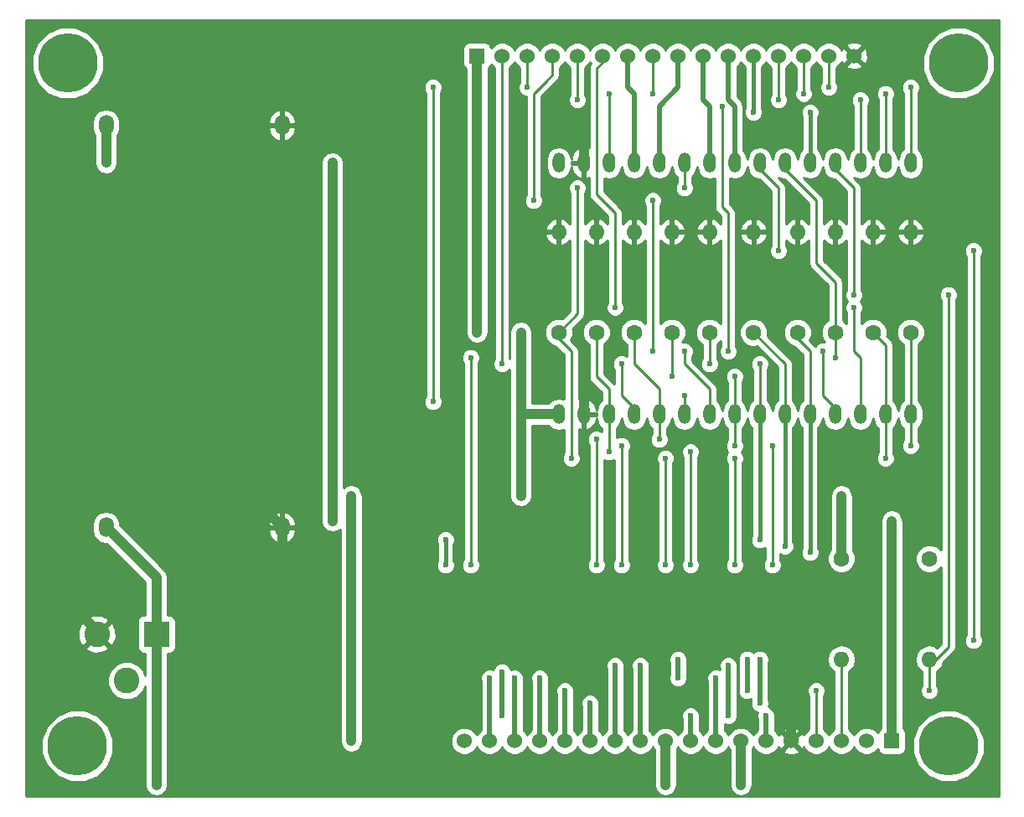
<source format=gbl>
G04 #@! TF.FileFunction,Copper,L2,Bot,Signal*
%FSLAX46Y46*%
G04 Gerber Fmt 4.6, Leading zero omitted, Abs format (unit mm)*
G04 Created by KiCad (PCBNEW 4.0.7) date 04/07/18 01:33:42*
%MOMM*%
%LPD*%
G01*
G04 APERTURE LIST*
%ADD10C,0.100000*%
%ADD11O,1.500000X2.000000*%
%ADD12R,2.600000X2.600000*%
%ADD13C,2.600000*%
%ADD14C,1.524000*%
%ADD15R,1.524000X1.524000*%
%ADD16C,1.600000*%
%ADD17O,1.600000X1.600000*%
%ADD18O,1.270000X2.000000*%
%ADD19C,6.000000*%
%ADD20C,0.600000*%
%ADD21C,1.000000*%
%ADD22C,0.250000*%
%ADD23C,0.508000*%
%ADD24C,0.381000*%
%ADD25C,0.254000*%
G04 APERTURE END LIST*
D10*
D11*
X48895000Y-41275000D03*
X48895000Y-81915000D03*
X66675000Y-41275000D03*
X66675000Y-81915000D03*
D12*
X53975000Y-92710000D03*
D13*
X47975000Y-92710000D03*
X50975000Y-97410000D03*
D14*
X104140000Y-34290000D03*
X106680000Y-34290000D03*
X101600000Y-34290000D03*
X109220000Y-34290000D03*
X99060000Y-34290000D03*
X111760000Y-34290000D03*
X96520000Y-34290000D03*
X114300000Y-34290000D03*
X93980000Y-34290000D03*
X116840000Y-34290000D03*
X91440000Y-34290000D03*
X119380000Y-34290000D03*
X88900000Y-34290000D03*
X121920000Y-34290000D03*
D15*
X86360000Y-34290000D03*
D14*
X124460000Y-34290000D03*
X110490000Y-103505000D03*
X107950000Y-103505000D03*
X113030000Y-103505000D03*
X105410000Y-103505000D03*
X115570000Y-103505000D03*
X102870000Y-103505000D03*
X118110000Y-103505000D03*
X100330000Y-103505000D03*
X120650000Y-103505000D03*
X97790000Y-103505000D03*
X123190000Y-103505000D03*
X95250000Y-103505000D03*
X125730000Y-103505000D03*
X92710000Y-103505000D03*
D15*
X128270000Y-103505000D03*
D14*
X90170000Y-103505000D03*
X87630000Y-103505000D03*
X85090000Y-103505000D03*
D16*
X106045000Y-62230000D03*
D17*
X106045000Y-52070000D03*
D16*
X118745000Y-62230000D03*
D17*
X118745000Y-52070000D03*
D16*
X94615000Y-62230000D03*
D17*
X94615000Y-52070000D03*
D16*
X109855000Y-62230000D03*
D17*
X109855000Y-52070000D03*
D16*
X130175000Y-62230000D03*
D17*
X130175000Y-52070000D03*
D16*
X126365000Y-62230000D03*
D17*
X126365000Y-52070000D03*
D16*
X114300000Y-62230000D03*
D17*
X114300000Y-52070000D03*
D16*
X102235000Y-62230000D03*
D17*
X102235000Y-52070000D03*
D16*
X98425000Y-62230000D03*
D17*
X98425000Y-52070000D03*
D16*
X122555000Y-62230000D03*
D17*
X122555000Y-52070000D03*
D16*
X123190000Y-85090000D03*
D17*
X123190000Y-95250000D03*
D16*
X132080000Y-85090000D03*
D17*
X132080000Y-95250000D03*
D18*
X94615000Y-45085000D03*
X94615000Y-70485000D03*
X97155000Y-45085000D03*
X97155000Y-70485000D03*
X99695000Y-45085000D03*
X99695000Y-70485000D03*
X102235000Y-45085000D03*
X102235000Y-70485000D03*
X104775000Y-45085000D03*
X104775000Y-70485000D03*
X107315000Y-45085000D03*
X107315000Y-70485000D03*
X109855000Y-45085000D03*
X109855000Y-70485000D03*
X112395000Y-45085000D03*
X112395000Y-70485000D03*
X114935000Y-45085000D03*
X114935000Y-70485000D03*
X117475000Y-45085000D03*
X117475000Y-70485000D03*
X120015000Y-45085000D03*
X120015000Y-70485000D03*
X122555000Y-45085000D03*
X122555000Y-70485000D03*
X125095000Y-45085000D03*
X125095000Y-70485000D03*
X127635000Y-45085000D03*
X127635000Y-70485000D03*
X130175000Y-45085000D03*
X130175000Y-70485000D03*
D19*
X46000000Y-104000000D03*
X134000000Y-104000000D03*
X45000000Y-35000000D03*
X135000000Y-35000000D03*
D20*
X113030000Y-107950000D03*
X105410000Y-107950000D03*
X53975000Y-107950000D03*
X78740000Y-52070000D03*
X76835000Y-67310000D03*
X97155000Y-67310000D03*
X77470000Y-41275000D03*
X76835000Y-90170000D03*
X118110000Y-90170000D03*
X66675000Y-90170000D03*
X97155000Y-41275000D03*
X104140000Y-38100000D03*
X99695000Y-38100000D03*
X100330000Y-59690000D03*
X124460000Y-59690000D03*
X121285000Y-64135000D03*
X111760000Y-64135000D03*
X111125000Y-39370000D03*
X96520000Y-38735000D03*
X114300000Y-40005000D03*
X120015000Y-40005000D03*
X92075000Y-48895000D03*
X104140000Y-48895000D03*
X104140000Y-64135000D03*
X107315000Y-64135000D03*
X125095000Y-38735000D03*
X116840000Y-38735000D03*
X91440000Y-37465000D03*
X81915000Y-37465000D03*
X81915000Y-69215000D03*
X107315000Y-68580000D03*
X127635000Y-38100000D03*
X119380000Y-38100000D03*
X100965000Y-65405000D03*
X88900000Y-65405000D03*
X130175000Y-37465000D03*
X121920000Y-37465000D03*
X90805000Y-62230000D03*
X86360000Y-62230000D03*
X123190000Y-78740000D03*
X73660000Y-103505000D03*
X73660000Y-78740000D03*
X90805000Y-78740000D03*
X106680000Y-95250000D03*
X106680000Y-97155000D03*
X110490000Y-97155000D03*
X107950000Y-100965000D03*
X88900000Y-100965000D03*
X88900000Y-96520000D03*
X111760000Y-95885000D03*
X111760000Y-100965000D03*
X115570000Y-100965000D03*
X102870000Y-95885000D03*
X100330000Y-95885000D03*
X124460000Y-58420000D03*
X133985000Y-58420000D03*
X132080000Y-98425000D03*
X120650000Y-98425000D03*
X114935000Y-95250000D03*
X114935000Y-99695000D03*
X97790000Y-99695000D03*
X116840000Y-53975000D03*
X136525000Y-53975000D03*
X136525000Y-93345000D03*
X113665000Y-95250000D03*
X113665000Y-98425000D03*
X95250000Y-98425000D03*
X92710000Y-97155000D03*
X71755000Y-45085000D03*
X71755000Y-81280000D03*
X128270000Y-81280000D03*
X48895000Y-45085000D03*
X90170000Y-97155000D03*
X87630000Y-97155000D03*
X106045000Y-66675000D03*
X112395000Y-66675000D03*
X112395000Y-73660000D03*
X100965000Y-73660000D03*
X100965000Y-85725000D03*
X104775000Y-73025000D03*
X98425000Y-73025000D03*
X98425000Y-85725000D03*
X130175000Y-73660000D03*
X116205000Y-73660000D03*
X116205000Y-85725000D03*
X127635000Y-74930000D03*
X112395000Y-74930000D03*
X112395000Y-85725000D03*
X120015000Y-84455000D03*
X117475000Y-83820000D03*
X122555000Y-64770000D03*
X85725000Y-64770000D03*
X85725000Y-85725000D03*
X114935000Y-83185000D03*
X83185000Y-83185000D03*
X83185000Y-85725000D03*
X109855000Y-65405000D03*
X114935000Y-65405000D03*
X99695000Y-74295000D03*
X107950000Y-74295000D03*
X107950000Y-85725000D03*
X95885000Y-74930000D03*
X105410000Y-74930000D03*
X105410000Y-85725000D03*
X107315000Y-47625000D03*
X96520000Y-47625000D03*
D21*
X113030000Y-107950000D02*
X113030000Y-103505000D01*
X53975000Y-92710000D02*
X53975000Y-107950000D01*
X105410000Y-107950000D02*
X105410000Y-103505000D01*
X48895000Y-81915000D02*
X53975000Y-86995000D01*
X53975000Y-86995000D02*
X53975000Y-92710000D01*
X76835000Y-52070000D02*
X78740000Y-52070000D01*
X97155000Y-70485000D02*
X97155000Y-67310000D01*
X76835000Y-90170000D02*
X76835000Y-67310000D01*
X76835000Y-67310000D02*
X76835000Y-52070000D01*
X76835000Y-52070000D02*
X76835000Y-41910000D01*
X76835000Y-41910000D02*
X77470000Y-41275000D01*
X118110000Y-103505000D02*
X118110000Y-90170000D01*
X66675000Y-90170000D02*
X66675000Y-81915000D01*
X47975000Y-92710000D02*
X47975000Y-92425000D01*
X47975000Y-92425000D02*
X43815000Y-88265000D01*
X43815000Y-88265000D02*
X43815000Y-79375000D01*
X43815000Y-79375000D02*
X45720000Y-77470000D01*
X45720000Y-77470000D02*
X62230000Y-77470000D01*
X62230000Y-77470000D02*
X66675000Y-81915000D01*
X97155000Y-41275000D02*
X97155000Y-45085000D01*
D22*
X99695000Y-45085000D02*
X99695000Y-38100000D01*
X104140000Y-38100000D02*
X104140000Y-34290000D01*
D23*
X104775000Y-45085000D02*
X104775000Y-39370000D01*
X106680000Y-37465000D02*
X106680000Y-34290000D01*
X104775000Y-39370000D02*
X106680000Y-37465000D01*
X102235000Y-45085000D02*
X102235000Y-38100000D01*
X101600000Y-37465000D02*
X101600000Y-34290000D01*
X102235000Y-38100000D02*
X101600000Y-37465000D01*
X109855000Y-45085000D02*
X109855000Y-39370000D01*
X109220000Y-38735000D02*
X109220000Y-34290000D01*
X109855000Y-39370000D02*
X109220000Y-38735000D01*
D22*
X125095000Y-70485000D02*
X125095000Y-64770000D01*
X98425000Y-35560000D02*
X99060000Y-34925000D01*
X98425000Y-36195000D02*
X98425000Y-35560000D01*
X98425000Y-48260000D02*
X98425000Y-36195000D01*
X100330000Y-50165000D02*
X98425000Y-48260000D01*
X100330000Y-59690000D02*
X100330000Y-50165000D01*
X124460000Y-64135000D02*
X124460000Y-59690000D01*
X125095000Y-64770000D02*
X124460000Y-64135000D01*
X99060000Y-34925000D02*
X99060000Y-34290000D01*
D23*
X112395000Y-45085000D02*
X112395000Y-39370000D01*
X111760000Y-38735000D02*
X111760000Y-34290000D01*
X112395000Y-39370000D02*
X111760000Y-38735000D01*
D22*
X96520000Y-34290000D02*
X96520000Y-38735000D01*
X121285000Y-68580000D02*
X122555000Y-69850000D01*
X121285000Y-64135000D02*
X121285000Y-68580000D01*
X111760000Y-50165000D02*
X111760000Y-64135000D01*
X111125000Y-49530000D02*
X111760000Y-50165000D01*
X111125000Y-39370000D02*
X111125000Y-49530000D01*
X122555000Y-69850000D02*
X122555000Y-70485000D01*
D24*
X120015000Y-45085000D02*
X120015000Y-40005000D01*
X114300000Y-40005000D02*
X114300000Y-34290000D01*
D22*
X109855000Y-70485000D02*
X109855000Y-67945000D01*
X93980000Y-36195000D02*
X93980000Y-34290000D01*
X93345000Y-36830000D02*
X93980000Y-36195000D01*
X92075000Y-38100000D02*
X93345000Y-36830000D01*
X92075000Y-48895000D02*
X92075000Y-38100000D01*
X104140000Y-64135000D02*
X104140000Y-48895000D01*
X107315000Y-65405000D02*
X107315000Y-64135000D01*
X109855000Y-67945000D02*
X107315000Y-65405000D01*
X116840000Y-34290000D02*
X116840000Y-38735000D01*
X125095000Y-38735000D02*
X125095000Y-45085000D01*
X107315000Y-70485000D02*
X107315000Y-68580000D01*
X91440000Y-37465000D02*
X91440000Y-34290000D01*
X81915000Y-69215000D02*
X81915000Y-37465000D01*
X119380000Y-34290000D02*
X119380000Y-38100000D01*
X127635000Y-38100000D02*
X127635000Y-45085000D01*
X88900000Y-34290000D02*
X88900000Y-65405000D01*
X100965000Y-68580000D02*
X102235000Y-69850000D01*
X100965000Y-65405000D02*
X100965000Y-68580000D01*
X102235000Y-69850000D02*
X102235000Y-70485000D01*
X121920000Y-34290000D02*
X121920000Y-37465000D01*
X130175000Y-37465000D02*
X130175000Y-45085000D01*
D21*
X90805000Y-70485000D02*
X90805000Y-62230000D01*
X86360000Y-62230000D02*
X86360000Y-34290000D01*
X90805000Y-70485000D02*
X94615000Y-70485000D01*
X123190000Y-85090000D02*
X123190000Y-78740000D01*
X90805000Y-70485000D02*
X90805000Y-78740000D01*
X73660000Y-78740000D02*
X73660000Y-103505000D01*
D23*
X110490000Y-103505000D02*
X110490000Y-97155000D01*
X106680000Y-97155000D02*
X106680000Y-95250000D01*
X107950000Y-100965000D02*
X107950000Y-103505000D01*
X88900000Y-96520000D02*
X88900000Y-100965000D01*
X115570000Y-103505000D02*
X115570000Y-100965000D01*
X111760000Y-100965000D02*
X111760000Y-95885000D01*
X102870000Y-95885000D02*
X102870000Y-103505000D01*
X100330000Y-95885000D02*
X100330000Y-103505000D01*
D22*
X132080000Y-95250000D02*
X132715000Y-95250000D01*
X132715000Y-95250000D02*
X133985000Y-93980000D01*
X124460000Y-47625000D02*
X122555000Y-45720000D01*
X124460000Y-58420000D02*
X124460000Y-47625000D01*
X133985000Y-93980000D02*
X133985000Y-58420000D01*
X122555000Y-45720000D02*
X122555000Y-45085000D01*
X120650000Y-103505000D02*
X120650000Y-98425000D01*
X132080000Y-98425000D02*
X132080000Y-95250000D01*
D23*
X97790000Y-103505000D02*
X97790000Y-99695000D01*
X114935000Y-99695000D02*
X114935000Y-95250000D01*
D22*
X116840000Y-47625000D02*
X114935000Y-45720000D01*
X116840000Y-53975000D02*
X116840000Y-47625000D01*
X136525000Y-93345000D02*
X136525000Y-53975000D01*
X114935000Y-45720000D02*
X114935000Y-45085000D01*
X123190000Y-103505000D02*
X123190000Y-95250000D01*
D23*
X95250000Y-103505000D02*
X95250000Y-98425000D01*
X113665000Y-98425000D02*
X113665000Y-95250000D01*
X92710000Y-97155000D02*
X92710000Y-103505000D01*
D21*
X128270000Y-103505000D02*
X128270000Y-81280000D01*
X71755000Y-81280000D02*
X71755000Y-45085000D01*
X48895000Y-45085000D02*
X48895000Y-41275000D01*
D23*
X90170000Y-97155000D02*
X90170000Y-103505000D01*
X87630000Y-97155000D02*
X87630000Y-103505000D01*
D22*
X112395000Y-70485000D02*
X112395000Y-66675000D01*
X106045000Y-66675000D02*
X106045000Y-62230000D01*
X112395000Y-73660000D02*
X112395000Y-70485000D01*
X100965000Y-85725000D02*
X100965000Y-73660000D01*
X104775000Y-70485000D02*
X104775000Y-67945000D01*
X102235000Y-65405000D02*
X102235000Y-62230000D01*
X104775000Y-67945000D02*
X102235000Y-65405000D01*
X104775000Y-73025000D02*
X104775000Y-70485000D01*
X98425000Y-85725000D02*
X98425000Y-73025000D01*
X130175000Y-70485000D02*
X130175000Y-62230000D01*
X130175000Y-73660000D02*
X130175000Y-70485000D01*
X116205000Y-85725000D02*
X116205000Y-73660000D01*
X127635000Y-70485000D02*
X127635000Y-63500000D01*
X127635000Y-63500000D02*
X126365000Y-62230000D01*
X127635000Y-74930000D02*
X127635000Y-70485000D01*
X112395000Y-85725000D02*
X112395000Y-74930000D01*
X120015000Y-70485000D02*
X120015000Y-64135000D01*
X120015000Y-64135000D02*
X118745000Y-62865000D01*
X118745000Y-62865000D02*
X118745000Y-62230000D01*
D24*
X120015000Y-84455000D02*
X120015000Y-70485000D01*
D22*
X117475000Y-70485000D02*
X117475000Y-65405000D01*
X117475000Y-65405000D02*
X114300000Y-62230000D01*
D24*
X117475000Y-83820000D02*
X117475000Y-70485000D01*
D22*
X122555000Y-62230000D02*
X122555000Y-57150000D01*
X120650000Y-48895000D02*
X117475000Y-45720000D01*
X120650000Y-55245000D02*
X120650000Y-48895000D01*
X122555000Y-57150000D02*
X120650000Y-55245000D01*
X117475000Y-45720000D02*
X117475000Y-45085000D01*
X122555000Y-64770000D02*
X122555000Y-62230000D01*
X85725000Y-85725000D02*
X85725000Y-64770000D01*
D24*
X114935000Y-70485000D02*
X114935000Y-83185000D01*
X83185000Y-83185000D02*
X83185000Y-85725000D01*
D22*
X114935000Y-70485000D02*
X114935000Y-65405000D01*
X109855000Y-65405000D02*
X109855000Y-62230000D01*
X99695000Y-70485000D02*
X99695000Y-67945000D01*
X98425000Y-66675000D02*
X98425000Y-62230000D01*
X99695000Y-67945000D02*
X98425000Y-66675000D01*
X99695000Y-74295000D02*
X99695000Y-70485000D01*
X107950000Y-85725000D02*
X107950000Y-74295000D01*
X95885000Y-64135000D02*
X94615000Y-62865000D01*
X95885000Y-74930000D02*
X95885000Y-64135000D01*
X105410000Y-85725000D02*
X105410000Y-74930000D01*
X94615000Y-62865000D02*
X94615000Y-62230000D01*
X94615000Y-62230000D02*
X96520000Y-60325000D01*
X107315000Y-47625000D02*
X107315000Y-45085000D01*
X96520000Y-60325000D02*
X96520000Y-47625000D01*
D25*
G36*
X139065000Y-109093000D02*
X40767000Y-109093000D01*
X40767000Y-104719874D01*
X42364370Y-104719874D01*
X42916600Y-106056372D01*
X43938249Y-107079806D01*
X45273782Y-107634368D01*
X46719874Y-107635630D01*
X48056372Y-107083400D01*
X49079806Y-106061751D01*
X49634368Y-104726218D01*
X49635630Y-103280126D01*
X49083400Y-101943628D01*
X48061751Y-100920194D01*
X46726218Y-100365632D01*
X45280126Y-100364370D01*
X43943628Y-100916600D01*
X42920194Y-101938249D01*
X42365632Y-103273782D01*
X42364370Y-104719874D01*
X40767000Y-104719874D01*
X40767000Y-94079459D01*
X46785146Y-94079459D01*
X46920504Y-94377455D01*
X47638880Y-94654066D01*
X48408427Y-94634710D01*
X49029496Y-94377455D01*
X49164854Y-94079459D01*
X47975000Y-92889605D01*
X46785146Y-94079459D01*
X40767000Y-94079459D01*
X40767000Y-92373880D01*
X46030934Y-92373880D01*
X46050290Y-93143427D01*
X46307545Y-93764496D01*
X46605541Y-93899854D01*
X47795395Y-92710000D01*
X48154605Y-92710000D01*
X49344459Y-93899854D01*
X49642455Y-93764496D01*
X49919066Y-93046120D01*
X49899710Y-92276573D01*
X49642455Y-91655504D01*
X49344459Y-91520146D01*
X48154605Y-92710000D01*
X47795395Y-92710000D01*
X46605541Y-91520146D01*
X46307545Y-91655504D01*
X46030934Y-92373880D01*
X40767000Y-92373880D01*
X40767000Y-91340541D01*
X46785146Y-91340541D01*
X47975000Y-92530395D01*
X49164854Y-91340541D01*
X49029496Y-91042545D01*
X48311120Y-90765934D01*
X47541573Y-90785290D01*
X46920504Y-91042545D01*
X46785146Y-91340541D01*
X40767000Y-91340541D01*
X40767000Y-81632968D01*
X47510000Y-81632968D01*
X47510000Y-82197032D01*
X47615427Y-82727049D01*
X47915657Y-83176375D01*
X48364983Y-83476605D01*
X48895000Y-83582032D01*
X48946630Y-83571762D01*
X52840000Y-87465132D01*
X52840000Y-90762560D01*
X52675000Y-90762560D01*
X52439683Y-90806838D01*
X52223559Y-90945910D01*
X52078569Y-91158110D01*
X52027560Y-91410000D01*
X52027560Y-94010000D01*
X52071838Y-94245317D01*
X52210910Y-94461441D01*
X52423110Y-94606431D01*
X52675000Y-94657440D01*
X52840000Y-94657440D01*
X52840000Y-96856569D01*
X52616370Y-96315342D01*
X52072521Y-95770543D01*
X51361584Y-95475337D01*
X50591793Y-95474665D01*
X49880342Y-95768630D01*
X49335543Y-96312479D01*
X49040337Y-97023416D01*
X49039665Y-97793207D01*
X49333630Y-98504658D01*
X49877479Y-99049457D01*
X50588416Y-99344663D01*
X51358207Y-99345335D01*
X52069658Y-99051370D01*
X52614457Y-98507521D01*
X52840000Y-97964352D01*
X52840000Y-107950000D01*
X52926397Y-108384346D01*
X53172434Y-108752566D01*
X53540654Y-108998603D01*
X53975000Y-109085000D01*
X54409346Y-108998603D01*
X54777566Y-108752566D01*
X55023603Y-108384346D01*
X55110000Y-107950000D01*
X55110000Y-94657440D01*
X55275000Y-94657440D01*
X55510317Y-94613162D01*
X55726441Y-94474090D01*
X55871431Y-94261890D01*
X55922440Y-94010000D01*
X55922440Y-91410000D01*
X55878162Y-91174683D01*
X55739090Y-90958559D01*
X55526890Y-90813569D01*
X55275000Y-90762560D01*
X55110000Y-90762560D01*
X55110000Y-86995000D01*
X55023603Y-86560654D01*
X54777566Y-86192434D01*
X50846187Y-82261055D01*
X65282261Y-82261055D01*
X65425036Y-82786721D01*
X65758106Y-83217736D01*
X66230765Y-83488481D01*
X66333815Y-83507318D01*
X66548000Y-83384656D01*
X66548000Y-82042000D01*
X66802000Y-82042000D01*
X66802000Y-83384656D01*
X67016185Y-83507318D01*
X67119235Y-83488481D01*
X67591894Y-83217736D01*
X67924964Y-82786721D01*
X68067739Y-82261055D01*
X67906868Y-82042000D01*
X66802000Y-82042000D01*
X66548000Y-82042000D01*
X65443132Y-82042000D01*
X65282261Y-82261055D01*
X50846187Y-82261055D01*
X50280000Y-81694868D01*
X50280000Y-81632968D01*
X50267266Y-81568945D01*
X65282261Y-81568945D01*
X65443132Y-81788000D01*
X66548000Y-81788000D01*
X66548000Y-80445344D01*
X66802000Y-80445344D01*
X66802000Y-81788000D01*
X67906868Y-81788000D01*
X68067739Y-81568945D01*
X67924964Y-81043279D01*
X67591894Y-80612264D01*
X67119235Y-80341519D01*
X67016185Y-80322682D01*
X66802000Y-80445344D01*
X66548000Y-80445344D01*
X66333815Y-80322682D01*
X66230765Y-80341519D01*
X65758106Y-80612264D01*
X65425036Y-81043279D01*
X65282261Y-81568945D01*
X50267266Y-81568945D01*
X50174573Y-81102951D01*
X49874343Y-80653625D01*
X49425017Y-80353395D01*
X48895000Y-80247968D01*
X48364983Y-80353395D01*
X47915657Y-80653625D01*
X47615427Y-81102951D01*
X47510000Y-81632968D01*
X40767000Y-81632968D01*
X40767000Y-40992968D01*
X47510000Y-40992968D01*
X47510000Y-41557032D01*
X47615427Y-42087049D01*
X47760000Y-42303418D01*
X47760000Y-45085000D01*
X47846397Y-45519346D01*
X48092434Y-45887566D01*
X48460654Y-46133603D01*
X48895000Y-46220000D01*
X49329346Y-46133603D01*
X49697566Y-45887566D01*
X49943603Y-45519346D01*
X50030000Y-45085000D01*
X70620000Y-45085000D01*
X70620000Y-81280000D01*
X70706397Y-81714346D01*
X70952434Y-82082566D01*
X71320654Y-82328603D01*
X71755000Y-82415000D01*
X72189346Y-82328603D01*
X72525000Y-82104326D01*
X72525000Y-103505000D01*
X72611397Y-103939346D01*
X72857434Y-104307566D01*
X73225654Y-104553603D01*
X73660000Y-104640000D01*
X74094346Y-104553603D01*
X74462566Y-104307566D01*
X74708603Y-103939346D01*
X74739968Y-103781661D01*
X83692758Y-103781661D01*
X83904990Y-104295303D01*
X84297630Y-104688629D01*
X84810900Y-104901757D01*
X85366661Y-104902242D01*
X85880303Y-104690010D01*
X86273629Y-104297370D01*
X86359949Y-104089488D01*
X86444990Y-104295303D01*
X86837630Y-104688629D01*
X87350900Y-104901757D01*
X87906661Y-104902242D01*
X88420303Y-104690010D01*
X88813629Y-104297370D01*
X88899949Y-104089488D01*
X88984990Y-104295303D01*
X89377630Y-104688629D01*
X89890900Y-104901757D01*
X90446661Y-104902242D01*
X90960303Y-104690010D01*
X91353629Y-104297370D01*
X91439949Y-104089488D01*
X91524990Y-104295303D01*
X91917630Y-104688629D01*
X92430900Y-104901757D01*
X92986661Y-104902242D01*
X93500303Y-104690010D01*
X93893629Y-104297370D01*
X93979949Y-104089488D01*
X94064990Y-104295303D01*
X94457630Y-104688629D01*
X94970900Y-104901757D01*
X95526661Y-104902242D01*
X96040303Y-104690010D01*
X96433629Y-104297370D01*
X96519949Y-104089488D01*
X96604990Y-104295303D01*
X96997630Y-104688629D01*
X97510900Y-104901757D01*
X98066661Y-104902242D01*
X98580303Y-104690010D01*
X98973629Y-104297370D01*
X99059949Y-104089488D01*
X99144990Y-104295303D01*
X99537630Y-104688629D01*
X100050900Y-104901757D01*
X100606661Y-104902242D01*
X101120303Y-104690010D01*
X101513629Y-104297370D01*
X101599949Y-104089488D01*
X101684990Y-104295303D01*
X102077630Y-104688629D01*
X102590900Y-104901757D01*
X103146661Y-104902242D01*
X103660303Y-104690010D01*
X104053629Y-104297370D01*
X104139949Y-104089488D01*
X104224990Y-104295303D01*
X104275000Y-104345400D01*
X104275000Y-107950000D01*
X104361397Y-108384346D01*
X104607434Y-108752566D01*
X104975654Y-108998603D01*
X105410000Y-109085000D01*
X105844346Y-108998603D01*
X106212566Y-108752566D01*
X106458603Y-108384346D01*
X106545000Y-107950000D01*
X106545000Y-104345914D01*
X106593629Y-104297370D01*
X106679949Y-104089488D01*
X106764990Y-104295303D01*
X107157630Y-104688629D01*
X107670900Y-104901757D01*
X108226661Y-104902242D01*
X108740303Y-104690010D01*
X109133629Y-104297370D01*
X109219949Y-104089488D01*
X109304990Y-104295303D01*
X109697630Y-104688629D01*
X110210900Y-104901757D01*
X110766661Y-104902242D01*
X111280303Y-104690010D01*
X111673629Y-104297370D01*
X111759949Y-104089488D01*
X111844990Y-104295303D01*
X111895000Y-104345400D01*
X111895000Y-107950000D01*
X111981397Y-108384346D01*
X112227434Y-108752566D01*
X112595654Y-108998603D01*
X113030000Y-109085000D01*
X113464346Y-108998603D01*
X113832566Y-108752566D01*
X114078603Y-108384346D01*
X114165000Y-107950000D01*
X114165000Y-104345914D01*
X114213629Y-104297370D01*
X114299949Y-104089488D01*
X114384990Y-104295303D01*
X114777630Y-104688629D01*
X115290900Y-104901757D01*
X115846661Y-104902242D01*
X116360303Y-104690010D01*
X116565457Y-104485213D01*
X117309392Y-104485213D01*
X117378857Y-104727397D01*
X117902302Y-104914144D01*
X118457368Y-104886362D01*
X118841143Y-104727397D01*
X118910608Y-104485213D01*
X118110000Y-103684605D01*
X117309392Y-104485213D01*
X116565457Y-104485213D01*
X116753629Y-104297370D01*
X116833395Y-104105273D01*
X116887603Y-104236143D01*
X117129787Y-104305608D01*
X117930395Y-103505000D01*
X118289605Y-103505000D01*
X119090213Y-104305608D01*
X119332397Y-104236143D01*
X119382509Y-104095682D01*
X119464990Y-104295303D01*
X119857630Y-104688629D01*
X120370900Y-104901757D01*
X120926661Y-104902242D01*
X121440303Y-104690010D01*
X121833629Y-104297370D01*
X121919949Y-104089488D01*
X122004990Y-104295303D01*
X122397630Y-104688629D01*
X122910900Y-104901757D01*
X123466661Y-104902242D01*
X123980303Y-104690010D01*
X124373629Y-104297370D01*
X124459949Y-104089488D01*
X124544990Y-104295303D01*
X124937630Y-104688629D01*
X125450900Y-104901757D01*
X126006661Y-104902242D01*
X126520303Y-104690010D01*
X126873763Y-104337167D01*
X126904838Y-104502317D01*
X127043910Y-104718441D01*
X127256110Y-104863431D01*
X127508000Y-104914440D01*
X129032000Y-104914440D01*
X129267317Y-104870162D01*
X129483441Y-104731090D01*
X129491104Y-104719874D01*
X130364370Y-104719874D01*
X130916600Y-106056372D01*
X131938249Y-107079806D01*
X133273782Y-107634368D01*
X134719874Y-107635630D01*
X136056372Y-107083400D01*
X137079806Y-106061751D01*
X137634368Y-104726218D01*
X137635630Y-103280126D01*
X137083400Y-101943628D01*
X136061751Y-100920194D01*
X134726218Y-100365632D01*
X133280126Y-100364370D01*
X131943628Y-100916600D01*
X130920194Y-101938249D01*
X130365632Y-103273782D01*
X130364370Y-104719874D01*
X129491104Y-104719874D01*
X129628431Y-104518890D01*
X129679440Y-104267000D01*
X129679440Y-102743000D01*
X129635162Y-102507683D01*
X129496090Y-102291559D01*
X129405000Y-102229320D01*
X129405000Y-85374187D01*
X130644752Y-85374187D01*
X130862757Y-85901800D01*
X131266077Y-86305824D01*
X131793309Y-86524750D01*
X132364187Y-86525248D01*
X132891800Y-86307243D01*
X133225000Y-85974624D01*
X133225000Y-93665198D01*
X132847909Y-94042289D01*
X132629151Y-93896120D01*
X132080000Y-93786887D01*
X131530849Y-93896120D01*
X131065302Y-94207189D01*
X130754233Y-94672736D01*
X130645000Y-95221887D01*
X130645000Y-95278113D01*
X130754233Y-95827264D01*
X131065302Y-96292811D01*
X131320000Y-96462995D01*
X131320000Y-97862537D01*
X131287808Y-97894673D01*
X131145162Y-98238201D01*
X131144838Y-98610167D01*
X131286883Y-98953943D01*
X131549673Y-99217192D01*
X131893201Y-99359838D01*
X132265167Y-99360162D01*
X132608943Y-99218117D01*
X132872192Y-98955327D01*
X133014838Y-98611799D01*
X133015162Y-98239833D01*
X132873117Y-97896057D01*
X132840000Y-97862882D01*
X132840000Y-96462995D01*
X133094698Y-96292811D01*
X133405767Y-95827264D01*
X133453746Y-95586056D01*
X134522401Y-94517401D01*
X134687148Y-94270840D01*
X134745000Y-93980000D01*
X134745000Y-58982463D01*
X134777192Y-58950327D01*
X134919838Y-58606799D01*
X134920162Y-58234833D01*
X134778117Y-57891057D01*
X134515327Y-57627808D01*
X134171799Y-57485162D01*
X133799833Y-57484838D01*
X133456057Y-57626883D01*
X133192808Y-57889673D01*
X133050162Y-58233201D01*
X133049838Y-58605167D01*
X133191883Y-58948943D01*
X133225000Y-58982118D01*
X133225000Y-84205831D01*
X132893923Y-83874176D01*
X132366691Y-83655250D01*
X131795813Y-83654752D01*
X131268200Y-83872757D01*
X130864176Y-84276077D01*
X130645250Y-84803309D01*
X130644752Y-85374187D01*
X129405000Y-85374187D01*
X129405000Y-81280000D01*
X129318603Y-80845654D01*
X129072566Y-80477434D01*
X128704346Y-80231397D01*
X128270000Y-80145000D01*
X127835654Y-80231397D01*
X127467434Y-80477434D01*
X127221397Y-80845654D01*
X127135000Y-81280000D01*
X127135000Y-102228435D01*
X127056559Y-102278910D01*
X126911569Y-102491110D01*
X126874508Y-102674124D01*
X126522370Y-102321371D01*
X126009100Y-102108243D01*
X125453339Y-102107758D01*
X124939697Y-102319990D01*
X124546371Y-102712630D01*
X124460051Y-102920512D01*
X124375010Y-102714697D01*
X123982370Y-102321371D01*
X123950000Y-102307930D01*
X123950000Y-96462995D01*
X124204698Y-96292811D01*
X124515767Y-95827264D01*
X124625000Y-95278113D01*
X124625000Y-95221887D01*
X124515767Y-94672736D01*
X124204698Y-94207189D01*
X123739151Y-93896120D01*
X123190000Y-93786887D01*
X122640849Y-93896120D01*
X122175302Y-94207189D01*
X121864233Y-94672736D01*
X121755000Y-95221887D01*
X121755000Y-95278113D01*
X121864233Y-95827264D01*
X122175302Y-96292811D01*
X122430000Y-96462995D01*
X122430000Y-102307469D01*
X122399697Y-102319990D01*
X122006371Y-102712630D01*
X121920051Y-102920512D01*
X121835010Y-102714697D01*
X121442370Y-102321371D01*
X121410000Y-102307930D01*
X121410000Y-98987463D01*
X121442192Y-98955327D01*
X121584838Y-98611799D01*
X121585162Y-98239833D01*
X121443117Y-97896057D01*
X121180327Y-97632808D01*
X120836799Y-97490162D01*
X120464833Y-97489838D01*
X120121057Y-97631883D01*
X119857808Y-97894673D01*
X119715162Y-98238201D01*
X119714838Y-98610167D01*
X119856883Y-98953943D01*
X119890000Y-98987118D01*
X119890000Y-102307469D01*
X119859697Y-102319990D01*
X119466371Y-102712630D01*
X119386605Y-102904727D01*
X119332397Y-102773857D01*
X119090213Y-102704392D01*
X118289605Y-103505000D01*
X117930395Y-103505000D01*
X117129787Y-102704392D01*
X116887603Y-102773857D01*
X116837491Y-102914318D01*
X116755010Y-102714697D01*
X116565432Y-102524787D01*
X117309392Y-102524787D01*
X118110000Y-103325395D01*
X118910608Y-102524787D01*
X118841143Y-102282603D01*
X118317698Y-102095856D01*
X117762632Y-102123638D01*
X117378857Y-102282603D01*
X117309392Y-102524787D01*
X116565432Y-102524787D01*
X116459000Y-102418170D01*
X116459000Y-101262189D01*
X116504838Y-101151799D01*
X116505162Y-100779833D01*
X116363117Y-100436057D01*
X116100327Y-100172808D01*
X115800668Y-100048378D01*
X115869838Y-99881799D01*
X115870162Y-99509833D01*
X115824000Y-99398112D01*
X115824000Y-95547189D01*
X115869838Y-95436799D01*
X115870162Y-95064833D01*
X115728117Y-94721057D01*
X115465327Y-94457808D01*
X115121799Y-94315162D01*
X114749833Y-94314838D01*
X114406057Y-94456883D01*
X114300046Y-94562710D01*
X114195327Y-94457808D01*
X113851799Y-94315162D01*
X113479833Y-94314838D01*
X113136057Y-94456883D01*
X112872808Y-94719673D01*
X112730162Y-95063201D01*
X112729838Y-95435167D01*
X112776000Y-95546888D01*
X112776000Y-98127811D01*
X112730162Y-98238201D01*
X112729838Y-98610167D01*
X112871883Y-98953943D01*
X113134673Y-99217192D01*
X113478201Y-99359838D01*
X113850167Y-99360162D01*
X114046000Y-99279246D01*
X114046000Y-99397811D01*
X114000162Y-99508201D01*
X113999838Y-99880167D01*
X114141883Y-100223943D01*
X114404673Y-100487192D01*
X114704332Y-100611622D01*
X114635162Y-100778201D01*
X114634838Y-101150167D01*
X114681000Y-101261888D01*
X114681000Y-102418515D01*
X114386371Y-102712630D01*
X114300051Y-102920512D01*
X114215010Y-102714697D01*
X113822370Y-102321371D01*
X113309100Y-102108243D01*
X112753339Y-102107758D01*
X112239697Y-102319990D01*
X111846371Y-102712630D01*
X111760051Y-102920512D01*
X111675010Y-102714697D01*
X111379000Y-102418170D01*
X111379000Y-101819198D01*
X111573201Y-101899838D01*
X111945167Y-101900162D01*
X112288943Y-101758117D01*
X112552192Y-101495327D01*
X112694838Y-101151799D01*
X112695162Y-100779833D01*
X112649000Y-100668112D01*
X112649000Y-96182189D01*
X112694838Y-96071799D01*
X112695162Y-95699833D01*
X112553117Y-95356057D01*
X112290327Y-95092808D01*
X111946799Y-94950162D01*
X111574833Y-94949838D01*
X111231057Y-95091883D01*
X110967808Y-95354673D01*
X110825162Y-95698201D01*
X110824838Y-96070167D01*
X110871000Y-96181888D01*
X110871000Y-96300802D01*
X110676799Y-96220162D01*
X110304833Y-96219838D01*
X109961057Y-96361883D01*
X109697808Y-96624673D01*
X109555162Y-96968201D01*
X109554838Y-97340167D01*
X109601000Y-97451888D01*
X109601000Y-102418515D01*
X109306371Y-102712630D01*
X109220051Y-102920512D01*
X109135010Y-102714697D01*
X108839000Y-102418170D01*
X108839000Y-101262189D01*
X108884838Y-101151799D01*
X108885162Y-100779833D01*
X108743117Y-100436057D01*
X108480327Y-100172808D01*
X108136799Y-100030162D01*
X107764833Y-100029838D01*
X107421057Y-100171883D01*
X107157808Y-100434673D01*
X107015162Y-100778201D01*
X107014838Y-101150167D01*
X107061000Y-101261888D01*
X107061000Y-102418515D01*
X106766371Y-102712630D01*
X106680051Y-102920512D01*
X106595010Y-102714697D01*
X106202370Y-102321371D01*
X105689100Y-102108243D01*
X105133339Y-102107758D01*
X104619697Y-102319990D01*
X104226371Y-102712630D01*
X104140051Y-102920512D01*
X104055010Y-102714697D01*
X103759000Y-102418170D01*
X103759000Y-96182189D01*
X103804838Y-96071799D01*
X103805162Y-95699833D01*
X103695805Y-95435167D01*
X105744838Y-95435167D01*
X105791000Y-95546888D01*
X105791000Y-96857811D01*
X105745162Y-96968201D01*
X105744838Y-97340167D01*
X105886883Y-97683943D01*
X106149673Y-97947192D01*
X106493201Y-98089838D01*
X106865167Y-98090162D01*
X107208943Y-97948117D01*
X107472192Y-97685327D01*
X107614838Y-97341799D01*
X107615162Y-96969833D01*
X107569000Y-96858112D01*
X107569000Y-95547189D01*
X107614838Y-95436799D01*
X107615162Y-95064833D01*
X107473117Y-94721057D01*
X107210327Y-94457808D01*
X106866799Y-94315162D01*
X106494833Y-94314838D01*
X106151057Y-94456883D01*
X105887808Y-94719673D01*
X105745162Y-95063201D01*
X105744838Y-95435167D01*
X103695805Y-95435167D01*
X103663117Y-95356057D01*
X103400327Y-95092808D01*
X103056799Y-94950162D01*
X102684833Y-94949838D01*
X102341057Y-95091883D01*
X102077808Y-95354673D01*
X101935162Y-95698201D01*
X101934838Y-96070167D01*
X101981000Y-96181888D01*
X101981000Y-102418515D01*
X101686371Y-102712630D01*
X101600051Y-102920512D01*
X101515010Y-102714697D01*
X101219000Y-102418170D01*
X101219000Y-96182189D01*
X101264838Y-96071799D01*
X101265162Y-95699833D01*
X101123117Y-95356057D01*
X100860327Y-95092808D01*
X100516799Y-94950162D01*
X100144833Y-94949838D01*
X99801057Y-95091883D01*
X99537808Y-95354673D01*
X99395162Y-95698201D01*
X99394838Y-96070167D01*
X99441000Y-96181888D01*
X99441000Y-102418515D01*
X99146371Y-102712630D01*
X99060051Y-102920512D01*
X98975010Y-102714697D01*
X98679000Y-102418170D01*
X98679000Y-99992189D01*
X98724838Y-99881799D01*
X98725162Y-99509833D01*
X98583117Y-99166057D01*
X98320327Y-98902808D01*
X97976799Y-98760162D01*
X97604833Y-98759838D01*
X97261057Y-98901883D01*
X96997808Y-99164673D01*
X96855162Y-99508201D01*
X96854838Y-99880167D01*
X96901000Y-99991888D01*
X96901000Y-102418515D01*
X96606371Y-102712630D01*
X96520051Y-102920512D01*
X96435010Y-102714697D01*
X96139000Y-102418170D01*
X96139000Y-98722189D01*
X96184838Y-98611799D01*
X96185162Y-98239833D01*
X96043117Y-97896057D01*
X95780327Y-97632808D01*
X95436799Y-97490162D01*
X95064833Y-97489838D01*
X94721057Y-97631883D01*
X94457808Y-97894673D01*
X94315162Y-98238201D01*
X94314838Y-98610167D01*
X94361000Y-98721888D01*
X94361000Y-102418515D01*
X94066371Y-102712630D01*
X93980051Y-102920512D01*
X93895010Y-102714697D01*
X93599000Y-102418170D01*
X93599000Y-97452189D01*
X93644838Y-97341799D01*
X93645162Y-96969833D01*
X93503117Y-96626057D01*
X93240327Y-96362808D01*
X92896799Y-96220162D01*
X92524833Y-96219838D01*
X92181057Y-96361883D01*
X91917808Y-96624673D01*
X91775162Y-96968201D01*
X91774838Y-97340167D01*
X91821000Y-97451888D01*
X91821000Y-102418515D01*
X91526371Y-102712630D01*
X91440051Y-102920512D01*
X91355010Y-102714697D01*
X91059000Y-102418170D01*
X91059000Y-97452189D01*
X91104838Y-97341799D01*
X91105162Y-96969833D01*
X90963117Y-96626057D01*
X90700327Y-96362808D01*
X90356799Y-96220162D01*
X89984833Y-96219838D01*
X89816403Y-96289432D01*
X89693117Y-95991057D01*
X89430327Y-95727808D01*
X89086799Y-95585162D01*
X88714833Y-95584838D01*
X88371057Y-95726883D01*
X88107808Y-95989673D01*
X87983378Y-96289332D01*
X87816799Y-96220162D01*
X87444833Y-96219838D01*
X87101057Y-96361883D01*
X86837808Y-96624673D01*
X86695162Y-96968201D01*
X86694838Y-97340167D01*
X86741000Y-97451888D01*
X86741000Y-102418515D01*
X86446371Y-102712630D01*
X86360051Y-102920512D01*
X86275010Y-102714697D01*
X85882370Y-102321371D01*
X85369100Y-102108243D01*
X84813339Y-102107758D01*
X84299697Y-102319990D01*
X83906371Y-102712630D01*
X83693243Y-103225900D01*
X83692758Y-103781661D01*
X74739968Y-103781661D01*
X74795000Y-103505000D01*
X74795000Y-83370167D01*
X82249838Y-83370167D01*
X82359500Y-83635570D01*
X82359500Y-85274887D01*
X82250162Y-85538201D01*
X82249838Y-85910167D01*
X82391883Y-86253943D01*
X82654673Y-86517192D01*
X82998201Y-86659838D01*
X83370167Y-86660162D01*
X83713943Y-86518117D01*
X83977192Y-86255327D01*
X84119838Y-85911799D01*
X84120162Y-85539833D01*
X84010500Y-85274430D01*
X84010500Y-83635113D01*
X84119838Y-83371799D01*
X84120162Y-82999833D01*
X83978117Y-82656057D01*
X83715327Y-82392808D01*
X83371799Y-82250162D01*
X82999833Y-82249838D01*
X82656057Y-82391883D01*
X82392808Y-82654673D01*
X82250162Y-82998201D01*
X82249838Y-83370167D01*
X74795000Y-83370167D01*
X74795000Y-78740000D01*
X74708603Y-78305654D01*
X74462566Y-77937434D01*
X74094346Y-77691397D01*
X73660000Y-77605000D01*
X73225654Y-77691397D01*
X72890000Y-77915674D01*
X72890000Y-45085000D01*
X72803603Y-44650654D01*
X72557566Y-44282434D01*
X72189346Y-44036397D01*
X71755000Y-43950000D01*
X71320654Y-44036397D01*
X70952434Y-44282434D01*
X70706397Y-44650654D01*
X70620000Y-45085000D01*
X50030000Y-45085000D01*
X50030000Y-42303418D01*
X50174573Y-42087049D01*
X50267265Y-41621055D01*
X65282261Y-41621055D01*
X65425036Y-42146721D01*
X65758106Y-42577736D01*
X66230765Y-42848481D01*
X66333815Y-42867318D01*
X66548000Y-42744656D01*
X66548000Y-41402000D01*
X66802000Y-41402000D01*
X66802000Y-42744656D01*
X67016185Y-42867318D01*
X67119235Y-42848481D01*
X67591894Y-42577736D01*
X67924964Y-42146721D01*
X68067739Y-41621055D01*
X67906868Y-41402000D01*
X66802000Y-41402000D01*
X66548000Y-41402000D01*
X65443132Y-41402000D01*
X65282261Y-41621055D01*
X50267265Y-41621055D01*
X50280000Y-41557032D01*
X50280000Y-40992968D01*
X50267266Y-40928945D01*
X65282261Y-40928945D01*
X65443132Y-41148000D01*
X66548000Y-41148000D01*
X66548000Y-39805344D01*
X66802000Y-39805344D01*
X66802000Y-41148000D01*
X67906868Y-41148000D01*
X68067739Y-40928945D01*
X67924964Y-40403279D01*
X67591894Y-39972264D01*
X67119235Y-39701519D01*
X67016185Y-39682682D01*
X66802000Y-39805344D01*
X66548000Y-39805344D01*
X66333815Y-39682682D01*
X66230765Y-39701519D01*
X65758106Y-39972264D01*
X65425036Y-40403279D01*
X65282261Y-40928945D01*
X50267266Y-40928945D01*
X50174573Y-40462951D01*
X49874343Y-40013625D01*
X49425017Y-39713395D01*
X48895000Y-39607968D01*
X48364983Y-39713395D01*
X47915657Y-40013625D01*
X47615427Y-40462951D01*
X47510000Y-40992968D01*
X40767000Y-40992968D01*
X40767000Y-35719874D01*
X41364370Y-35719874D01*
X41916600Y-37056372D01*
X42938249Y-38079806D01*
X44273782Y-38634368D01*
X45719874Y-38635630D01*
X47056372Y-38083400D01*
X47490361Y-37650167D01*
X80979838Y-37650167D01*
X81121883Y-37993943D01*
X81155000Y-38027118D01*
X81155000Y-68652537D01*
X81122808Y-68684673D01*
X80980162Y-69028201D01*
X80979838Y-69400167D01*
X81121883Y-69743943D01*
X81384673Y-70007192D01*
X81728201Y-70149838D01*
X82100167Y-70150162D01*
X82443943Y-70008117D01*
X82707192Y-69745327D01*
X82849838Y-69401799D01*
X82850162Y-69029833D01*
X82708117Y-68686057D01*
X82675000Y-68652882D01*
X82675000Y-64955167D01*
X84789838Y-64955167D01*
X84931883Y-65298943D01*
X84965000Y-65332118D01*
X84965000Y-85162537D01*
X84932808Y-85194673D01*
X84790162Y-85538201D01*
X84789838Y-85910167D01*
X84931883Y-86253943D01*
X85194673Y-86517192D01*
X85538201Y-86659838D01*
X85910167Y-86660162D01*
X86253943Y-86518117D01*
X86517192Y-86255327D01*
X86659838Y-85911799D01*
X86660162Y-85539833D01*
X86518117Y-85196057D01*
X86485000Y-85162882D01*
X86485000Y-65332463D01*
X86517192Y-65300327D01*
X86659838Y-64956799D01*
X86660162Y-64584833D01*
X86518117Y-64241057D01*
X86255327Y-63977808D01*
X85911799Y-63835162D01*
X85539833Y-63834838D01*
X85196057Y-63976883D01*
X84932808Y-64239673D01*
X84790162Y-64583201D01*
X84789838Y-64955167D01*
X82675000Y-64955167D01*
X82675000Y-38027463D01*
X82707192Y-37995327D01*
X82849838Y-37651799D01*
X82850162Y-37279833D01*
X82708117Y-36936057D01*
X82445327Y-36672808D01*
X82101799Y-36530162D01*
X81729833Y-36529838D01*
X81386057Y-36671883D01*
X81122808Y-36934673D01*
X80980162Y-37278201D01*
X80979838Y-37650167D01*
X47490361Y-37650167D01*
X48079806Y-37061751D01*
X48634368Y-35726218D01*
X48635630Y-34280126D01*
X48324858Y-33528000D01*
X84950560Y-33528000D01*
X84950560Y-35052000D01*
X84994838Y-35287317D01*
X85133910Y-35503441D01*
X85225000Y-35565680D01*
X85225000Y-62230000D01*
X85311397Y-62664346D01*
X85557434Y-63032566D01*
X85925654Y-63278603D01*
X86360000Y-63365000D01*
X86794346Y-63278603D01*
X87162566Y-63032566D01*
X87408603Y-62664346D01*
X87495000Y-62230000D01*
X87495000Y-35566565D01*
X87573441Y-35516090D01*
X87718431Y-35303890D01*
X87755492Y-35120876D01*
X88107630Y-35473629D01*
X88140000Y-35487070D01*
X88140000Y-64842537D01*
X88107808Y-64874673D01*
X87965162Y-65218201D01*
X87964838Y-65590167D01*
X88106883Y-65933943D01*
X88369673Y-66197192D01*
X88713201Y-66339838D01*
X89085167Y-66340162D01*
X89428943Y-66198117D01*
X89670000Y-65957480D01*
X89670000Y-78740000D01*
X89756397Y-79174346D01*
X90002434Y-79542566D01*
X90370654Y-79788603D01*
X90805000Y-79875000D01*
X91239346Y-79788603D01*
X91607566Y-79542566D01*
X91853603Y-79174346D01*
X91940000Y-78740000D01*
X91940000Y-71620000D01*
X93610027Y-71620000D01*
X93716974Y-71780058D01*
X94128992Y-72055359D01*
X94615000Y-72152032D01*
X95101008Y-72055359D01*
X95125000Y-72039328D01*
X95125000Y-74367537D01*
X95092808Y-74399673D01*
X94950162Y-74743201D01*
X94949838Y-75115167D01*
X95091883Y-75458943D01*
X95354673Y-75722192D01*
X95698201Y-75864838D01*
X96070167Y-75865162D01*
X96413943Y-75723117D01*
X96677192Y-75460327D01*
X96819838Y-75116799D01*
X96820162Y-74744833D01*
X96678117Y-74401057D01*
X96645000Y-74367882D01*
X96645000Y-71996659D01*
X96786325Y-72071928D01*
X96831888Y-72078209D01*
X97028000Y-71953969D01*
X97028000Y-70612000D01*
X97008000Y-70612000D01*
X97008000Y-70358000D01*
X97028000Y-70358000D01*
X97028000Y-69016031D01*
X96831888Y-68891791D01*
X96786325Y-68898072D01*
X96645000Y-68973341D01*
X96645000Y-64135000D01*
X96587148Y-63844161D01*
X96587148Y-63844160D01*
X96422401Y-63597599D01*
X95841944Y-63017142D01*
X96049750Y-62516691D01*
X96050248Y-61945813D01*
X96027951Y-61891851D01*
X97057401Y-60862401D01*
X97222148Y-60615839D01*
X97280000Y-60325000D01*
X97280000Y-52931828D01*
X97687577Y-53301041D01*
X98075961Y-53461904D01*
X98298000Y-53339915D01*
X98298000Y-52197000D01*
X98278000Y-52197000D01*
X98278000Y-51943000D01*
X98298000Y-51943000D01*
X98298000Y-50800085D01*
X98075961Y-50678096D01*
X97687577Y-50838959D01*
X97280000Y-51208172D01*
X97280000Y-48187463D01*
X97312192Y-48155327D01*
X97454838Y-47811799D01*
X97455162Y-47439833D01*
X97313117Y-47096057D01*
X97050327Y-46832808D01*
X96706799Y-46690162D01*
X96334833Y-46689838D01*
X95991057Y-46831883D01*
X95727808Y-47094673D01*
X95585162Y-47438201D01*
X95584838Y-47810167D01*
X95726883Y-48153943D01*
X95760000Y-48187118D01*
X95760000Y-51208172D01*
X95352423Y-50838959D01*
X94964039Y-50678096D01*
X94742000Y-50800085D01*
X94742000Y-51943000D01*
X94762000Y-51943000D01*
X94762000Y-52197000D01*
X94742000Y-52197000D01*
X94742000Y-53339915D01*
X94964039Y-53461904D01*
X95352423Y-53301041D01*
X95760000Y-52931828D01*
X95760000Y-60010198D01*
X94953454Y-60816744D01*
X94901691Y-60795250D01*
X94330813Y-60794752D01*
X93803200Y-61012757D01*
X93399176Y-61416077D01*
X93180250Y-61943309D01*
X93179752Y-62514187D01*
X93397757Y-63041800D01*
X93801077Y-63445824D01*
X94328309Y-63664750D01*
X94339958Y-63664760D01*
X95125000Y-64449802D01*
X95125000Y-68930672D01*
X95101008Y-68914641D01*
X94615000Y-68817968D01*
X94128992Y-68914641D01*
X93716974Y-69189942D01*
X93610027Y-69350000D01*
X91940000Y-69350000D01*
X91940000Y-62230000D01*
X91853603Y-61795654D01*
X91607566Y-61427434D01*
X91239346Y-61181397D01*
X90805000Y-61095000D01*
X90370654Y-61181397D01*
X90002434Y-61427434D01*
X89756397Y-61795654D01*
X89670000Y-62230000D01*
X89670000Y-64852900D01*
X89660000Y-64842882D01*
X89660000Y-52419041D01*
X93223086Y-52419041D01*
X93462611Y-52925134D01*
X93877577Y-53301041D01*
X94265961Y-53461904D01*
X94488000Y-53339915D01*
X94488000Y-52197000D01*
X93344371Y-52197000D01*
X93223086Y-52419041D01*
X89660000Y-52419041D01*
X89660000Y-51720959D01*
X93223086Y-51720959D01*
X93344371Y-51943000D01*
X94488000Y-51943000D01*
X94488000Y-50800085D01*
X94265961Y-50678096D01*
X93877577Y-50838959D01*
X93462611Y-51214866D01*
X93223086Y-51720959D01*
X89660000Y-51720959D01*
X89660000Y-35487531D01*
X89690303Y-35475010D01*
X90083629Y-35082370D01*
X90169949Y-34874488D01*
X90254990Y-35080303D01*
X90647630Y-35473629D01*
X90680000Y-35487070D01*
X90680000Y-36902537D01*
X90647808Y-36934673D01*
X90505162Y-37278201D01*
X90504838Y-37650167D01*
X90646883Y-37993943D01*
X90909673Y-38257192D01*
X91253201Y-38399838D01*
X91315000Y-38399892D01*
X91315000Y-48332537D01*
X91282808Y-48364673D01*
X91140162Y-48708201D01*
X91139838Y-49080167D01*
X91281883Y-49423943D01*
X91544673Y-49687192D01*
X91888201Y-49829838D01*
X92260167Y-49830162D01*
X92603943Y-49688117D01*
X92867192Y-49425327D01*
X93009838Y-49081799D01*
X93010162Y-48709833D01*
X92868117Y-48366057D01*
X92835000Y-48332882D01*
X92835000Y-44687968D01*
X93345000Y-44687968D01*
X93345000Y-45482032D01*
X93441673Y-45968040D01*
X93716974Y-46380058D01*
X94128992Y-46655359D01*
X94615000Y-46752032D01*
X95101008Y-46655359D01*
X95513026Y-46380058D01*
X95788327Y-45968040D01*
X95885000Y-45482032D01*
X95885000Y-45577000D01*
X96030274Y-46053341D01*
X96346777Y-46437828D01*
X96786325Y-46671928D01*
X96831888Y-46678209D01*
X97028000Y-46553969D01*
X97028000Y-45212000D01*
X95885000Y-45212000D01*
X95885000Y-44958000D01*
X97028000Y-44958000D01*
X97028000Y-43616031D01*
X96831888Y-43491791D01*
X96786325Y-43498072D01*
X96346777Y-43732172D01*
X96030274Y-44116659D01*
X95885000Y-44593000D01*
X95885000Y-44687968D01*
X95788327Y-44201960D01*
X95513026Y-43789942D01*
X95101008Y-43514641D01*
X94615000Y-43417968D01*
X94128992Y-43514641D01*
X93716974Y-43789942D01*
X93441673Y-44201960D01*
X93345000Y-44687968D01*
X92835000Y-44687968D01*
X92835000Y-38414802D01*
X94517401Y-36732401D01*
X94682148Y-36485839D01*
X94740000Y-36195000D01*
X94740000Y-35487531D01*
X94770303Y-35475010D01*
X95163629Y-35082370D01*
X95249949Y-34874488D01*
X95334990Y-35080303D01*
X95727630Y-35473629D01*
X95760000Y-35487070D01*
X95760000Y-38172537D01*
X95727808Y-38204673D01*
X95585162Y-38548201D01*
X95584838Y-38920167D01*
X95726883Y-39263943D01*
X95989673Y-39527192D01*
X96333201Y-39669838D01*
X96705167Y-39670162D01*
X97048943Y-39528117D01*
X97312192Y-39265327D01*
X97454838Y-38921799D01*
X97455162Y-38549833D01*
X97313117Y-38206057D01*
X97280000Y-38172882D01*
X97280000Y-35487531D01*
X97310303Y-35475010D01*
X97703629Y-35082370D01*
X97789949Y-34874488D01*
X97865075Y-35056308D01*
X97722852Y-35269161D01*
X97665000Y-35560000D01*
X97665000Y-43573341D01*
X97523675Y-43498072D01*
X97478112Y-43491791D01*
X97282000Y-43616031D01*
X97282000Y-44958000D01*
X97302000Y-44958000D01*
X97302000Y-45212000D01*
X97282000Y-45212000D01*
X97282000Y-46553969D01*
X97478112Y-46678209D01*
X97523675Y-46671928D01*
X97665000Y-46596659D01*
X97665000Y-48260000D01*
X97722852Y-48550839D01*
X97887599Y-48797401D01*
X99570000Y-50479802D01*
X99570000Y-51208172D01*
X99162423Y-50838959D01*
X98774039Y-50678096D01*
X98552000Y-50800085D01*
X98552000Y-51943000D01*
X98572000Y-51943000D01*
X98572000Y-52197000D01*
X98552000Y-52197000D01*
X98552000Y-53339915D01*
X98774039Y-53461904D01*
X99162423Y-53301041D01*
X99570000Y-52931828D01*
X99570000Y-59127537D01*
X99537808Y-59159673D01*
X99395162Y-59503201D01*
X99394838Y-59875167D01*
X99536883Y-60218943D01*
X99799673Y-60482192D01*
X100143201Y-60624838D01*
X100515167Y-60625162D01*
X100858943Y-60483117D01*
X101122192Y-60220327D01*
X101264838Y-59876799D01*
X101265162Y-59504833D01*
X101123117Y-59161057D01*
X101090000Y-59127882D01*
X101090000Y-52931828D01*
X101497577Y-53301041D01*
X101885961Y-53461904D01*
X102108000Y-53339915D01*
X102108000Y-52197000D01*
X102088000Y-52197000D01*
X102088000Y-51943000D01*
X102108000Y-51943000D01*
X102108000Y-50800085D01*
X101885961Y-50678096D01*
X101497577Y-50838959D01*
X101090000Y-51208172D01*
X101090000Y-50165000D01*
X101032148Y-49874161D01*
X100867401Y-49627599D01*
X99185000Y-47945198D01*
X99185000Y-46639328D01*
X99208992Y-46655359D01*
X99695000Y-46752032D01*
X100181008Y-46655359D01*
X100593026Y-46380058D01*
X100868327Y-45968040D01*
X100965000Y-45482032D01*
X101061673Y-45968040D01*
X101336974Y-46380058D01*
X101748992Y-46655359D01*
X102235000Y-46752032D01*
X102721008Y-46655359D01*
X103133026Y-46380058D01*
X103408327Y-45968040D01*
X103505000Y-45482032D01*
X103601673Y-45968040D01*
X103876974Y-46380058D01*
X104288992Y-46655359D01*
X104775000Y-46752032D01*
X105261008Y-46655359D01*
X105673026Y-46380058D01*
X105948327Y-45968040D01*
X106045000Y-45482032D01*
X106141673Y-45968040D01*
X106416974Y-46380058D01*
X106555000Y-46472284D01*
X106555000Y-47062537D01*
X106522808Y-47094673D01*
X106380162Y-47438201D01*
X106379838Y-47810167D01*
X106521883Y-48153943D01*
X106784673Y-48417192D01*
X107128201Y-48559838D01*
X107500167Y-48560162D01*
X107843943Y-48418117D01*
X108107192Y-48155327D01*
X108249838Y-47811799D01*
X108250162Y-47439833D01*
X108108117Y-47096057D01*
X108075000Y-47062882D01*
X108075000Y-46472284D01*
X108213026Y-46380058D01*
X108488327Y-45968040D01*
X108585000Y-45482032D01*
X108681673Y-45968040D01*
X108956974Y-46380058D01*
X109368992Y-46655359D01*
X109855000Y-46752032D01*
X110341008Y-46655359D01*
X110365000Y-46639328D01*
X110365000Y-49530000D01*
X110422852Y-49820839D01*
X110587599Y-50067401D01*
X111000000Y-50479802D01*
X111000000Y-51208172D01*
X110592423Y-50838959D01*
X110204039Y-50678096D01*
X109982000Y-50800085D01*
X109982000Y-51943000D01*
X110002000Y-51943000D01*
X110002000Y-52197000D01*
X109982000Y-52197000D01*
X109982000Y-53339915D01*
X110204039Y-53461904D01*
X110592423Y-53301041D01*
X111000000Y-52931828D01*
X111000000Y-61345831D01*
X110668923Y-61014176D01*
X110141691Y-60795250D01*
X109570813Y-60794752D01*
X109043200Y-61012757D01*
X108639176Y-61416077D01*
X108420250Y-61943309D01*
X108419752Y-62514187D01*
X108637757Y-63041800D01*
X109041077Y-63445824D01*
X109095000Y-63468215D01*
X109095000Y-64842537D01*
X109062808Y-64874673D01*
X108920162Y-65218201D01*
X108919838Y-65590167D01*
X109061883Y-65933943D01*
X109324673Y-66197192D01*
X109668201Y-66339838D01*
X110040167Y-66340162D01*
X110383943Y-66198117D01*
X110647192Y-65935327D01*
X110789838Y-65591799D01*
X110790162Y-65219833D01*
X110648117Y-64876057D01*
X110615000Y-64842882D01*
X110615000Y-63468646D01*
X110666800Y-63447243D01*
X111000000Y-63114624D01*
X111000000Y-63572537D01*
X110967808Y-63604673D01*
X110825162Y-63948201D01*
X110824838Y-64320167D01*
X110966883Y-64663943D01*
X111229673Y-64927192D01*
X111573201Y-65069838D01*
X111945167Y-65070162D01*
X112288943Y-64928117D01*
X112552192Y-64665327D01*
X112694838Y-64321799D01*
X112695162Y-63949833D01*
X112553117Y-63606057D01*
X112520000Y-63572882D01*
X112520000Y-52419041D01*
X112908086Y-52419041D01*
X113147611Y-52925134D01*
X113562577Y-53301041D01*
X113950961Y-53461904D01*
X114173000Y-53339915D01*
X114173000Y-52197000D01*
X114427000Y-52197000D01*
X114427000Y-53339915D01*
X114649039Y-53461904D01*
X115037423Y-53301041D01*
X115452389Y-52925134D01*
X115691914Y-52419041D01*
X115570629Y-52197000D01*
X114427000Y-52197000D01*
X114173000Y-52197000D01*
X113029371Y-52197000D01*
X112908086Y-52419041D01*
X112520000Y-52419041D01*
X112520000Y-51720959D01*
X112908086Y-51720959D01*
X113029371Y-51943000D01*
X114173000Y-51943000D01*
X114173000Y-50800085D01*
X114427000Y-50800085D01*
X114427000Y-51943000D01*
X115570629Y-51943000D01*
X115691914Y-51720959D01*
X115452389Y-51214866D01*
X115037423Y-50838959D01*
X114649039Y-50678096D01*
X114427000Y-50800085D01*
X114173000Y-50800085D01*
X113950961Y-50678096D01*
X113562577Y-50838959D01*
X113147611Y-51214866D01*
X112908086Y-51720959D01*
X112520000Y-51720959D01*
X112520000Y-50165000D01*
X112462148Y-49874161D01*
X112297401Y-49627599D01*
X111885000Y-49215198D01*
X111885000Y-46639328D01*
X111908992Y-46655359D01*
X112395000Y-46752032D01*
X112881008Y-46655359D01*
X113293026Y-46380058D01*
X113568327Y-45968040D01*
X113665000Y-45482032D01*
X113761673Y-45968040D01*
X114036974Y-46380058D01*
X114448992Y-46655359D01*
X114881610Y-46741412D01*
X116080000Y-47939802D01*
X116080000Y-53412537D01*
X116047808Y-53444673D01*
X115905162Y-53788201D01*
X115904838Y-54160167D01*
X116046883Y-54503943D01*
X116309673Y-54767192D01*
X116653201Y-54909838D01*
X117025167Y-54910162D01*
X117368943Y-54768117D01*
X117632192Y-54505327D01*
X117774838Y-54161799D01*
X117775162Y-53789833D01*
X117633117Y-53446057D01*
X117600000Y-53412882D01*
X117600000Y-52931828D01*
X118007577Y-53301041D01*
X118395961Y-53461904D01*
X118618000Y-53339915D01*
X118618000Y-52197000D01*
X118598000Y-52197000D01*
X118598000Y-51943000D01*
X118618000Y-51943000D01*
X118618000Y-50800085D01*
X118395961Y-50678096D01*
X118007577Y-50838959D01*
X117600000Y-51208172D01*
X117600000Y-47625000D01*
X117542148Y-47334161D01*
X117377401Y-47087599D01*
X116856900Y-46567098D01*
X116988992Y-46655359D01*
X117421610Y-46741412D01*
X119890000Y-49209802D01*
X119890000Y-51208172D01*
X119482423Y-50838959D01*
X119094039Y-50678096D01*
X118872000Y-50800085D01*
X118872000Y-51943000D01*
X118892000Y-51943000D01*
X118892000Y-52197000D01*
X118872000Y-52197000D01*
X118872000Y-53339915D01*
X119094039Y-53461904D01*
X119482423Y-53301041D01*
X119890000Y-52931828D01*
X119890000Y-55245000D01*
X119947852Y-55535839D01*
X120112599Y-55782401D01*
X121795000Y-57464802D01*
X121795000Y-60991354D01*
X121743200Y-61012757D01*
X121339176Y-61416077D01*
X121120250Y-61943309D01*
X121119752Y-62514187D01*
X121337757Y-63041800D01*
X121512866Y-63217215D01*
X121471799Y-63200162D01*
X121099833Y-63199838D01*
X120756057Y-63341883D01*
X120526171Y-63571369D01*
X119971944Y-63017142D01*
X120179750Y-62516691D01*
X120180248Y-61945813D01*
X119962243Y-61418200D01*
X119558923Y-61014176D01*
X119031691Y-60795250D01*
X118460813Y-60794752D01*
X117933200Y-61012757D01*
X117529176Y-61416077D01*
X117310250Y-61943309D01*
X117309752Y-62514187D01*
X117527757Y-63041800D01*
X117931077Y-63445824D01*
X118458309Y-63664750D01*
X118469958Y-63664760D01*
X119255000Y-64449802D01*
X119255000Y-69097716D01*
X119116974Y-69189942D01*
X118841673Y-69601960D01*
X118745000Y-70087968D01*
X118648327Y-69601960D01*
X118373026Y-69189942D01*
X118235000Y-69097716D01*
X118235000Y-65405000D01*
X118177148Y-65114161D01*
X118012401Y-64867599D01*
X115713256Y-62568454D01*
X115734750Y-62516691D01*
X115735248Y-61945813D01*
X115517243Y-61418200D01*
X115113923Y-61014176D01*
X114586691Y-60795250D01*
X114015813Y-60794752D01*
X113488200Y-61012757D01*
X113084176Y-61416077D01*
X112865250Y-61943309D01*
X112864752Y-62514187D01*
X113082757Y-63041800D01*
X113486077Y-63445824D01*
X114013309Y-63664750D01*
X114584187Y-63665248D01*
X114638149Y-63642951D01*
X116715000Y-65719802D01*
X116715000Y-69097716D01*
X116576974Y-69189942D01*
X116301673Y-69601960D01*
X116205000Y-70087968D01*
X116108327Y-69601960D01*
X115833026Y-69189942D01*
X115695000Y-69097716D01*
X115695000Y-65967463D01*
X115727192Y-65935327D01*
X115869838Y-65591799D01*
X115870162Y-65219833D01*
X115728117Y-64876057D01*
X115465327Y-64612808D01*
X115121799Y-64470162D01*
X114749833Y-64469838D01*
X114406057Y-64611883D01*
X114142808Y-64874673D01*
X114000162Y-65218201D01*
X113999838Y-65590167D01*
X114141883Y-65933943D01*
X114175000Y-65967118D01*
X114175000Y-69097716D01*
X114036974Y-69189942D01*
X113761673Y-69601960D01*
X113665000Y-70087968D01*
X113568327Y-69601960D01*
X113293026Y-69189942D01*
X113155000Y-69097716D01*
X113155000Y-67237463D01*
X113187192Y-67205327D01*
X113329838Y-66861799D01*
X113330162Y-66489833D01*
X113188117Y-66146057D01*
X112925327Y-65882808D01*
X112581799Y-65740162D01*
X112209833Y-65739838D01*
X111866057Y-65881883D01*
X111602808Y-66144673D01*
X111460162Y-66488201D01*
X111459838Y-66860167D01*
X111601883Y-67203943D01*
X111635000Y-67237118D01*
X111635000Y-69097716D01*
X111496974Y-69189942D01*
X111221673Y-69601960D01*
X111125000Y-70087968D01*
X111028327Y-69601960D01*
X110753026Y-69189942D01*
X110615000Y-69097716D01*
X110615000Y-67945000D01*
X110557148Y-67654161D01*
X110557148Y-67654160D01*
X110392401Y-67407599D01*
X108075000Y-65090198D01*
X108075000Y-64697463D01*
X108107192Y-64665327D01*
X108249838Y-64321799D01*
X108250162Y-63949833D01*
X108108117Y-63606057D01*
X107845327Y-63342808D01*
X107501799Y-63200162D01*
X107129833Y-63199838D01*
X107086843Y-63217601D01*
X107260824Y-63043923D01*
X107479750Y-62516691D01*
X107480248Y-61945813D01*
X107262243Y-61418200D01*
X106858923Y-61014176D01*
X106331691Y-60795250D01*
X105760813Y-60794752D01*
X105233200Y-61012757D01*
X104900000Y-61345376D01*
X104900000Y-52931828D01*
X105307577Y-53301041D01*
X105695961Y-53461904D01*
X105918000Y-53339915D01*
X105918000Y-52197000D01*
X106172000Y-52197000D01*
X106172000Y-53339915D01*
X106394039Y-53461904D01*
X106782423Y-53301041D01*
X107197389Y-52925134D01*
X107436914Y-52419041D01*
X108463086Y-52419041D01*
X108702611Y-52925134D01*
X109117577Y-53301041D01*
X109505961Y-53461904D01*
X109728000Y-53339915D01*
X109728000Y-52197000D01*
X108584371Y-52197000D01*
X108463086Y-52419041D01*
X107436914Y-52419041D01*
X107315629Y-52197000D01*
X106172000Y-52197000D01*
X105918000Y-52197000D01*
X105898000Y-52197000D01*
X105898000Y-51943000D01*
X105918000Y-51943000D01*
X105918000Y-50800085D01*
X106172000Y-50800085D01*
X106172000Y-51943000D01*
X107315629Y-51943000D01*
X107436914Y-51720959D01*
X108463086Y-51720959D01*
X108584371Y-51943000D01*
X109728000Y-51943000D01*
X109728000Y-50800085D01*
X109505961Y-50678096D01*
X109117577Y-50838959D01*
X108702611Y-51214866D01*
X108463086Y-51720959D01*
X107436914Y-51720959D01*
X107197389Y-51214866D01*
X106782423Y-50838959D01*
X106394039Y-50678096D01*
X106172000Y-50800085D01*
X105918000Y-50800085D01*
X105695961Y-50678096D01*
X105307577Y-50838959D01*
X104900000Y-51208172D01*
X104900000Y-49457463D01*
X104932192Y-49425327D01*
X105074838Y-49081799D01*
X105075162Y-48709833D01*
X104933117Y-48366057D01*
X104670327Y-48102808D01*
X104326799Y-47960162D01*
X103954833Y-47959838D01*
X103611057Y-48101883D01*
X103347808Y-48364673D01*
X103205162Y-48708201D01*
X103204838Y-49080167D01*
X103346883Y-49423943D01*
X103380000Y-49457118D01*
X103380000Y-51208172D01*
X102972423Y-50838959D01*
X102584039Y-50678096D01*
X102362000Y-50800085D01*
X102362000Y-51943000D01*
X102382000Y-51943000D01*
X102382000Y-52197000D01*
X102362000Y-52197000D01*
X102362000Y-53339915D01*
X102584039Y-53461904D01*
X102972423Y-53301041D01*
X103380000Y-52931828D01*
X103380000Y-61345831D01*
X103048923Y-61014176D01*
X102521691Y-60795250D01*
X101950813Y-60794752D01*
X101423200Y-61012757D01*
X101019176Y-61416077D01*
X100800250Y-61943309D01*
X100799752Y-62514187D01*
X101017757Y-63041800D01*
X101421077Y-63445824D01*
X101475000Y-63468215D01*
X101475000Y-64604367D01*
X101151799Y-64470162D01*
X100779833Y-64469838D01*
X100436057Y-64611883D01*
X100172808Y-64874673D01*
X100030162Y-65218201D01*
X100029838Y-65590167D01*
X100171883Y-65933943D01*
X100205000Y-65967118D01*
X100205000Y-67380198D01*
X99185000Y-66360198D01*
X99185000Y-63468646D01*
X99236800Y-63447243D01*
X99640824Y-63043923D01*
X99859750Y-62516691D01*
X99860248Y-61945813D01*
X99642243Y-61418200D01*
X99238923Y-61014176D01*
X98711691Y-60795250D01*
X98140813Y-60794752D01*
X97613200Y-61012757D01*
X97209176Y-61416077D01*
X96990250Y-61943309D01*
X96989752Y-62514187D01*
X97207757Y-63041800D01*
X97611077Y-63445824D01*
X97665000Y-63468215D01*
X97665000Y-66675000D01*
X97722852Y-66965839D01*
X97887599Y-67212401D01*
X98935000Y-68259802D01*
X98935000Y-69097716D01*
X98796974Y-69189942D01*
X98521673Y-69601960D01*
X98425000Y-70087968D01*
X98425000Y-69993000D01*
X98279726Y-69516659D01*
X97963223Y-69132172D01*
X97523675Y-68898072D01*
X97478112Y-68891791D01*
X97282000Y-69016031D01*
X97282000Y-70358000D01*
X98425000Y-70358000D01*
X98425000Y-70612000D01*
X97282000Y-70612000D01*
X97282000Y-71953969D01*
X97478112Y-72078209D01*
X97523675Y-72071928D01*
X97963223Y-71837828D01*
X98279726Y-71453341D01*
X98425000Y-70977000D01*
X98425000Y-70882032D01*
X98521673Y-71368040D01*
X98796974Y-71780058D01*
X98935000Y-71872284D01*
X98935000Y-72224367D01*
X98611799Y-72090162D01*
X98239833Y-72089838D01*
X97896057Y-72231883D01*
X97632808Y-72494673D01*
X97490162Y-72838201D01*
X97489838Y-73210167D01*
X97631883Y-73553943D01*
X97665000Y-73587118D01*
X97665000Y-85162537D01*
X97632808Y-85194673D01*
X97490162Y-85538201D01*
X97489838Y-85910167D01*
X97631883Y-86253943D01*
X97894673Y-86517192D01*
X98238201Y-86659838D01*
X98610167Y-86660162D01*
X98953943Y-86518117D01*
X99217192Y-86255327D01*
X99359838Y-85911799D01*
X99360162Y-85539833D01*
X99218117Y-85196057D01*
X99185000Y-85162882D01*
X99185000Y-75095633D01*
X99508201Y-75229838D01*
X99880167Y-75230162D01*
X100205000Y-75095944D01*
X100205000Y-85162537D01*
X100172808Y-85194673D01*
X100030162Y-85538201D01*
X100029838Y-85910167D01*
X100171883Y-86253943D01*
X100434673Y-86517192D01*
X100778201Y-86659838D01*
X101150167Y-86660162D01*
X101493943Y-86518117D01*
X101757192Y-86255327D01*
X101899838Y-85911799D01*
X101900162Y-85539833D01*
X101758117Y-85196057D01*
X101725000Y-85162882D01*
X101725000Y-75115167D01*
X104474838Y-75115167D01*
X104616883Y-75458943D01*
X104650000Y-75492118D01*
X104650000Y-85162537D01*
X104617808Y-85194673D01*
X104475162Y-85538201D01*
X104474838Y-85910167D01*
X104616883Y-86253943D01*
X104879673Y-86517192D01*
X105223201Y-86659838D01*
X105595167Y-86660162D01*
X105938943Y-86518117D01*
X106202192Y-86255327D01*
X106344838Y-85911799D01*
X106345162Y-85539833D01*
X106203117Y-85196057D01*
X106170000Y-85162882D01*
X106170000Y-75492463D01*
X106202192Y-75460327D01*
X106344838Y-75116799D01*
X106345162Y-74744833D01*
X106235805Y-74480167D01*
X107014838Y-74480167D01*
X107156883Y-74823943D01*
X107190000Y-74857118D01*
X107190000Y-85162537D01*
X107157808Y-85194673D01*
X107015162Y-85538201D01*
X107014838Y-85910167D01*
X107156883Y-86253943D01*
X107419673Y-86517192D01*
X107763201Y-86659838D01*
X108135167Y-86660162D01*
X108478943Y-86518117D01*
X108742192Y-86255327D01*
X108884838Y-85911799D01*
X108885162Y-85539833D01*
X108743117Y-85196057D01*
X108710000Y-85162882D01*
X108710000Y-74857463D01*
X108742192Y-74825327D01*
X108884838Y-74481799D01*
X108885162Y-74109833D01*
X108743117Y-73766057D01*
X108480327Y-73502808D01*
X108136799Y-73360162D01*
X107764833Y-73359838D01*
X107421057Y-73501883D01*
X107157808Y-73764673D01*
X107015162Y-74108201D01*
X107014838Y-74480167D01*
X106235805Y-74480167D01*
X106203117Y-74401057D01*
X105940327Y-74137808D01*
X105596799Y-73995162D01*
X105224833Y-73994838D01*
X104881057Y-74136883D01*
X104617808Y-74399673D01*
X104475162Y-74743201D01*
X104474838Y-75115167D01*
X101725000Y-75115167D01*
X101725000Y-74222463D01*
X101757192Y-74190327D01*
X101899838Y-73846799D01*
X101900162Y-73474833D01*
X101758117Y-73131057D01*
X101495327Y-72867808D01*
X101151799Y-72725162D01*
X100779833Y-72724838D01*
X100455000Y-72859056D01*
X100455000Y-71872284D01*
X100593026Y-71780058D01*
X100868327Y-71368040D01*
X100965000Y-70882032D01*
X101061673Y-71368040D01*
X101336974Y-71780058D01*
X101748992Y-72055359D01*
X102235000Y-72152032D01*
X102721008Y-72055359D01*
X103133026Y-71780058D01*
X103408327Y-71368040D01*
X103505000Y-70882032D01*
X103601673Y-71368040D01*
X103876974Y-71780058D01*
X104015000Y-71872284D01*
X104015000Y-72462537D01*
X103982808Y-72494673D01*
X103840162Y-72838201D01*
X103839838Y-73210167D01*
X103981883Y-73553943D01*
X104244673Y-73817192D01*
X104588201Y-73959838D01*
X104960167Y-73960162D01*
X105303943Y-73818117D01*
X105567192Y-73555327D01*
X105709838Y-73211799D01*
X105710162Y-72839833D01*
X105568117Y-72496057D01*
X105535000Y-72462882D01*
X105535000Y-71872284D01*
X105673026Y-71780058D01*
X105948327Y-71368040D01*
X106045000Y-70882032D01*
X106141673Y-71368040D01*
X106416974Y-71780058D01*
X106828992Y-72055359D01*
X107315000Y-72152032D01*
X107801008Y-72055359D01*
X108213026Y-71780058D01*
X108488327Y-71368040D01*
X108585000Y-70882032D01*
X108681673Y-71368040D01*
X108956974Y-71780058D01*
X109368992Y-72055359D01*
X109855000Y-72152032D01*
X110341008Y-72055359D01*
X110753026Y-71780058D01*
X111028327Y-71368040D01*
X111125000Y-70882032D01*
X111221673Y-71368040D01*
X111496974Y-71780058D01*
X111635000Y-71872284D01*
X111635000Y-73097537D01*
X111602808Y-73129673D01*
X111460162Y-73473201D01*
X111459838Y-73845167D01*
X111601883Y-74188943D01*
X111707710Y-74294954D01*
X111602808Y-74399673D01*
X111460162Y-74743201D01*
X111459838Y-75115167D01*
X111601883Y-75458943D01*
X111635000Y-75492118D01*
X111635000Y-85162537D01*
X111602808Y-85194673D01*
X111460162Y-85538201D01*
X111459838Y-85910167D01*
X111601883Y-86253943D01*
X111864673Y-86517192D01*
X112208201Y-86659838D01*
X112580167Y-86660162D01*
X112923943Y-86518117D01*
X113187192Y-86255327D01*
X113329838Y-85911799D01*
X113330162Y-85539833D01*
X113188117Y-85196057D01*
X113155000Y-85162882D01*
X113155000Y-75492463D01*
X113187192Y-75460327D01*
X113329838Y-75116799D01*
X113330162Y-74744833D01*
X113188117Y-74401057D01*
X113082290Y-74295046D01*
X113187192Y-74190327D01*
X113329838Y-73846799D01*
X113330162Y-73474833D01*
X113188117Y-73131057D01*
X113155000Y-73097882D01*
X113155000Y-71872284D01*
X113293026Y-71780058D01*
X113568327Y-71368040D01*
X113665000Y-70882032D01*
X113761673Y-71368040D01*
X114036974Y-71780058D01*
X114109500Y-71828518D01*
X114109500Y-82734887D01*
X114000162Y-82998201D01*
X113999838Y-83370167D01*
X114141883Y-83713943D01*
X114404673Y-83977192D01*
X114748201Y-84119838D01*
X115120167Y-84120162D01*
X115445000Y-83985944D01*
X115445000Y-85162537D01*
X115412808Y-85194673D01*
X115270162Y-85538201D01*
X115269838Y-85910167D01*
X115411883Y-86253943D01*
X115674673Y-86517192D01*
X116018201Y-86659838D01*
X116390167Y-86660162D01*
X116733943Y-86518117D01*
X116997192Y-86255327D01*
X117139838Y-85911799D01*
X117140162Y-85539833D01*
X116998117Y-85196057D01*
X116965000Y-85162882D01*
X116965000Y-84620633D01*
X117288201Y-84754838D01*
X117660167Y-84755162D01*
X118003943Y-84613117D01*
X118267192Y-84350327D01*
X118409838Y-84006799D01*
X118410162Y-83634833D01*
X118300500Y-83369430D01*
X118300500Y-71828518D01*
X118373026Y-71780058D01*
X118648327Y-71368040D01*
X118745000Y-70882032D01*
X118841673Y-71368040D01*
X119116974Y-71780058D01*
X119189500Y-71828518D01*
X119189500Y-84004887D01*
X119080162Y-84268201D01*
X119079838Y-84640167D01*
X119221883Y-84983943D01*
X119484673Y-85247192D01*
X119828201Y-85389838D01*
X120200167Y-85390162D01*
X120238829Y-85374187D01*
X121754752Y-85374187D01*
X121972757Y-85901800D01*
X122376077Y-86305824D01*
X122903309Y-86524750D01*
X123474187Y-86525248D01*
X124001800Y-86307243D01*
X124405824Y-85903923D01*
X124624750Y-85376691D01*
X124625248Y-84805813D01*
X124407243Y-84278200D01*
X124325000Y-84195813D01*
X124325000Y-78740000D01*
X124238603Y-78305654D01*
X123992566Y-77937434D01*
X123624346Y-77691397D01*
X123190000Y-77605000D01*
X122755654Y-77691397D01*
X122387434Y-77937434D01*
X122141397Y-78305654D01*
X122055000Y-78740000D01*
X122055000Y-84195394D01*
X121974176Y-84276077D01*
X121755250Y-84803309D01*
X121754752Y-85374187D01*
X120238829Y-85374187D01*
X120543943Y-85248117D01*
X120807192Y-84985327D01*
X120949838Y-84641799D01*
X120950162Y-84269833D01*
X120840500Y-84004430D01*
X120840500Y-71828518D01*
X120913026Y-71780058D01*
X121188327Y-71368040D01*
X121285000Y-70882032D01*
X121381673Y-71368040D01*
X121656974Y-71780058D01*
X122068992Y-72055359D01*
X122555000Y-72152032D01*
X123041008Y-72055359D01*
X123453026Y-71780058D01*
X123728327Y-71368040D01*
X123825000Y-70882032D01*
X123921673Y-71368040D01*
X124196974Y-71780058D01*
X124608992Y-72055359D01*
X125095000Y-72152032D01*
X125581008Y-72055359D01*
X125993026Y-71780058D01*
X126268327Y-71368040D01*
X126365000Y-70882032D01*
X126461673Y-71368040D01*
X126736974Y-71780058D01*
X126875000Y-71872284D01*
X126875000Y-74367537D01*
X126842808Y-74399673D01*
X126700162Y-74743201D01*
X126699838Y-75115167D01*
X126841883Y-75458943D01*
X127104673Y-75722192D01*
X127448201Y-75864838D01*
X127820167Y-75865162D01*
X128163943Y-75723117D01*
X128427192Y-75460327D01*
X128569838Y-75116799D01*
X128570162Y-74744833D01*
X128428117Y-74401057D01*
X128395000Y-74367882D01*
X128395000Y-71872284D01*
X128533026Y-71780058D01*
X128808327Y-71368040D01*
X128905000Y-70882032D01*
X129001673Y-71368040D01*
X129276974Y-71780058D01*
X129415000Y-71872284D01*
X129415000Y-73097537D01*
X129382808Y-73129673D01*
X129240162Y-73473201D01*
X129239838Y-73845167D01*
X129381883Y-74188943D01*
X129644673Y-74452192D01*
X129988201Y-74594838D01*
X130360167Y-74595162D01*
X130703943Y-74453117D01*
X130967192Y-74190327D01*
X131109838Y-73846799D01*
X131110162Y-73474833D01*
X130968117Y-73131057D01*
X130935000Y-73097882D01*
X130935000Y-71872284D01*
X131073026Y-71780058D01*
X131348327Y-71368040D01*
X131445000Y-70882032D01*
X131445000Y-70087968D01*
X131348327Y-69601960D01*
X131073026Y-69189942D01*
X130935000Y-69097716D01*
X130935000Y-63468646D01*
X130986800Y-63447243D01*
X131390824Y-63043923D01*
X131609750Y-62516691D01*
X131610248Y-61945813D01*
X131392243Y-61418200D01*
X130988923Y-61014176D01*
X130461691Y-60795250D01*
X129890813Y-60794752D01*
X129363200Y-61012757D01*
X128959176Y-61416077D01*
X128740250Y-61943309D01*
X128739752Y-62514187D01*
X128957757Y-63041800D01*
X129361077Y-63445824D01*
X129415000Y-63468215D01*
X129415000Y-69097716D01*
X129276974Y-69189942D01*
X129001673Y-69601960D01*
X128905000Y-70087968D01*
X128808327Y-69601960D01*
X128533026Y-69189942D01*
X128395000Y-69097716D01*
X128395000Y-63500000D01*
X128337148Y-63209161D01*
X128337148Y-63209160D01*
X128172401Y-62962599D01*
X127778256Y-62568454D01*
X127799750Y-62516691D01*
X127800248Y-61945813D01*
X127582243Y-61418200D01*
X127178923Y-61014176D01*
X126651691Y-60795250D01*
X126080813Y-60794752D01*
X125553200Y-61012757D01*
X125220000Y-61345376D01*
X125220000Y-60252463D01*
X125252192Y-60220327D01*
X125394838Y-59876799D01*
X125395162Y-59504833D01*
X125253117Y-59161057D01*
X125147290Y-59055046D01*
X125252192Y-58950327D01*
X125394838Y-58606799D01*
X125395162Y-58234833D01*
X125253117Y-57891057D01*
X125220000Y-57857882D01*
X125220000Y-54160167D01*
X135589838Y-54160167D01*
X135731883Y-54503943D01*
X135765000Y-54537118D01*
X135765000Y-92782537D01*
X135732808Y-92814673D01*
X135590162Y-93158201D01*
X135589838Y-93530167D01*
X135731883Y-93873943D01*
X135994673Y-94137192D01*
X136338201Y-94279838D01*
X136710167Y-94280162D01*
X137053943Y-94138117D01*
X137317192Y-93875327D01*
X137459838Y-93531799D01*
X137460162Y-93159833D01*
X137318117Y-92816057D01*
X137285000Y-92782882D01*
X137285000Y-54537463D01*
X137317192Y-54505327D01*
X137459838Y-54161799D01*
X137460162Y-53789833D01*
X137318117Y-53446057D01*
X137055327Y-53182808D01*
X136711799Y-53040162D01*
X136339833Y-53039838D01*
X135996057Y-53181883D01*
X135732808Y-53444673D01*
X135590162Y-53788201D01*
X135589838Y-54160167D01*
X125220000Y-54160167D01*
X125220000Y-52931828D01*
X125627577Y-53301041D01*
X126015961Y-53461904D01*
X126238000Y-53339915D01*
X126238000Y-52197000D01*
X126492000Y-52197000D01*
X126492000Y-53339915D01*
X126714039Y-53461904D01*
X127102423Y-53301041D01*
X127517389Y-52925134D01*
X127756914Y-52419041D01*
X128783086Y-52419041D01*
X129022611Y-52925134D01*
X129437577Y-53301041D01*
X129825961Y-53461904D01*
X130048000Y-53339915D01*
X130048000Y-52197000D01*
X130302000Y-52197000D01*
X130302000Y-53339915D01*
X130524039Y-53461904D01*
X130912423Y-53301041D01*
X131327389Y-52925134D01*
X131566914Y-52419041D01*
X131445629Y-52197000D01*
X130302000Y-52197000D01*
X130048000Y-52197000D01*
X128904371Y-52197000D01*
X128783086Y-52419041D01*
X127756914Y-52419041D01*
X127635629Y-52197000D01*
X126492000Y-52197000D01*
X126238000Y-52197000D01*
X126218000Y-52197000D01*
X126218000Y-51943000D01*
X126238000Y-51943000D01*
X126238000Y-50800085D01*
X126492000Y-50800085D01*
X126492000Y-51943000D01*
X127635629Y-51943000D01*
X127756914Y-51720959D01*
X128783086Y-51720959D01*
X128904371Y-51943000D01*
X130048000Y-51943000D01*
X130048000Y-50800085D01*
X130302000Y-50800085D01*
X130302000Y-51943000D01*
X131445629Y-51943000D01*
X131566914Y-51720959D01*
X131327389Y-51214866D01*
X130912423Y-50838959D01*
X130524039Y-50678096D01*
X130302000Y-50800085D01*
X130048000Y-50800085D01*
X129825961Y-50678096D01*
X129437577Y-50838959D01*
X129022611Y-51214866D01*
X128783086Y-51720959D01*
X127756914Y-51720959D01*
X127517389Y-51214866D01*
X127102423Y-50838959D01*
X126714039Y-50678096D01*
X126492000Y-50800085D01*
X126238000Y-50800085D01*
X126015961Y-50678096D01*
X125627577Y-50838959D01*
X125220000Y-51208172D01*
X125220000Y-47625000D01*
X125162148Y-47334161D01*
X124997401Y-47087599D01*
X124476900Y-46567098D01*
X124608992Y-46655359D01*
X125095000Y-46752032D01*
X125581008Y-46655359D01*
X125993026Y-46380058D01*
X126268327Y-45968040D01*
X126365000Y-45482032D01*
X126461673Y-45968040D01*
X126736974Y-46380058D01*
X127148992Y-46655359D01*
X127635000Y-46752032D01*
X128121008Y-46655359D01*
X128533026Y-46380058D01*
X128808327Y-45968040D01*
X128905000Y-45482032D01*
X129001673Y-45968040D01*
X129276974Y-46380058D01*
X129688992Y-46655359D01*
X130175000Y-46752032D01*
X130661008Y-46655359D01*
X131073026Y-46380058D01*
X131348327Y-45968040D01*
X131445000Y-45482032D01*
X131445000Y-44687968D01*
X131348327Y-44201960D01*
X131073026Y-43789942D01*
X130935000Y-43697716D01*
X130935000Y-38027463D01*
X130967192Y-37995327D01*
X131109838Y-37651799D01*
X131110162Y-37279833D01*
X130968117Y-36936057D01*
X130705327Y-36672808D01*
X130361799Y-36530162D01*
X129989833Y-36529838D01*
X129646057Y-36671883D01*
X129382808Y-36934673D01*
X129240162Y-37278201D01*
X129239838Y-37650167D01*
X129381883Y-37993943D01*
X129415000Y-38027118D01*
X129415000Y-43697716D01*
X129276974Y-43789942D01*
X129001673Y-44201960D01*
X128905000Y-44687968D01*
X128808327Y-44201960D01*
X128533026Y-43789942D01*
X128395000Y-43697716D01*
X128395000Y-38662463D01*
X128427192Y-38630327D01*
X128569838Y-38286799D01*
X128570162Y-37914833D01*
X128428117Y-37571057D01*
X128165327Y-37307808D01*
X127821799Y-37165162D01*
X127449833Y-37164838D01*
X127106057Y-37306883D01*
X126842808Y-37569673D01*
X126700162Y-37913201D01*
X126699838Y-38285167D01*
X126841883Y-38628943D01*
X126875000Y-38662118D01*
X126875000Y-43697716D01*
X126736974Y-43789942D01*
X126461673Y-44201960D01*
X126365000Y-44687968D01*
X126268327Y-44201960D01*
X125993026Y-43789942D01*
X125855000Y-43697716D01*
X125855000Y-39297463D01*
X125887192Y-39265327D01*
X126029838Y-38921799D01*
X126030162Y-38549833D01*
X125888117Y-38206057D01*
X125625327Y-37942808D01*
X125281799Y-37800162D01*
X124909833Y-37799838D01*
X124566057Y-37941883D01*
X124302808Y-38204673D01*
X124160162Y-38548201D01*
X124159838Y-38920167D01*
X124301883Y-39263943D01*
X124335000Y-39297118D01*
X124335000Y-43697716D01*
X124196974Y-43789942D01*
X123921673Y-44201960D01*
X123825000Y-44687968D01*
X123728327Y-44201960D01*
X123453026Y-43789942D01*
X123041008Y-43514641D01*
X122555000Y-43417968D01*
X122068992Y-43514641D01*
X121656974Y-43789942D01*
X121381673Y-44201960D01*
X121285000Y-44687968D01*
X121188327Y-44201960D01*
X120913026Y-43789942D01*
X120840500Y-43741482D01*
X120840500Y-40455113D01*
X120949838Y-40191799D01*
X120950162Y-39819833D01*
X120808117Y-39476057D01*
X120545327Y-39212808D01*
X120201799Y-39070162D01*
X119829833Y-39069838D01*
X119486057Y-39211883D01*
X119222808Y-39474673D01*
X119080162Y-39818201D01*
X119079838Y-40190167D01*
X119189500Y-40455570D01*
X119189500Y-43741482D01*
X119116974Y-43789942D01*
X118841673Y-44201960D01*
X118745000Y-44687968D01*
X118648327Y-44201960D01*
X118373026Y-43789942D01*
X117961008Y-43514641D01*
X117475000Y-43417968D01*
X116988992Y-43514641D01*
X116576974Y-43789942D01*
X116301673Y-44201960D01*
X116205000Y-44687968D01*
X116108327Y-44201960D01*
X115833026Y-43789942D01*
X115421008Y-43514641D01*
X114935000Y-43417968D01*
X114448992Y-43514641D01*
X114036974Y-43789942D01*
X113761673Y-44201960D01*
X113665000Y-44687968D01*
X113568327Y-44201960D01*
X113293026Y-43789942D01*
X113284000Y-43783911D01*
X113284000Y-39370000D01*
X113282731Y-39363618D01*
X113216330Y-39029795D01*
X113023618Y-38741382D01*
X112649000Y-38366764D01*
X112649000Y-35376485D01*
X112943629Y-35082370D01*
X113029949Y-34874488D01*
X113114990Y-35080303D01*
X113474500Y-35440441D01*
X113474500Y-39554887D01*
X113365162Y-39818201D01*
X113364838Y-40190167D01*
X113506883Y-40533943D01*
X113769673Y-40797192D01*
X114113201Y-40939838D01*
X114485167Y-40940162D01*
X114828943Y-40798117D01*
X115092192Y-40535327D01*
X115234838Y-40191799D01*
X115235162Y-39819833D01*
X115125500Y-39554430D01*
X115125500Y-35439874D01*
X115483629Y-35082370D01*
X115569949Y-34874488D01*
X115654990Y-35080303D01*
X116047630Y-35473629D01*
X116080000Y-35487070D01*
X116080000Y-38172537D01*
X116047808Y-38204673D01*
X115905162Y-38548201D01*
X115904838Y-38920167D01*
X116046883Y-39263943D01*
X116309673Y-39527192D01*
X116653201Y-39669838D01*
X117025167Y-39670162D01*
X117368943Y-39528117D01*
X117632192Y-39265327D01*
X117774838Y-38921799D01*
X117775162Y-38549833D01*
X117633117Y-38206057D01*
X117600000Y-38172882D01*
X117600000Y-35487531D01*
X117630303Y-35475010D01*
X118023629Y-35082370D01*
X118109949Y-34874488D01*
X118194990Y-35080303D01*
X118587630Y-35473629D01*
X118620000Y-35487070D01*
X118620000Y-37537537D01*
X118587808Y-37569673D01*
X118445162Y-37913201D01*
X118444838Y-38285167D01*
X118586883Y-38628943D01*
X118849673Y-38892192D01*
X119193201Y-39034838D01*
X119565167Y-39035162D01*
X119908943Y-38893117D01*
X120172192Y-38630327D01*
X120314838Y-38286799D01*
X120315162Y-37914833D01*
X120173117Y-37571057D01*
X120140000Y-37537882D01*
X120140000Y-35487531D01*
X120170303Y-35475010D01*
X120563629Y-35082370D01*
X120649949Y-34874488D01*
X120734990Y-35080303D01*
X121127630Y-35473629D01*
X121160000Y-35487070D01*
X121160000Y-36902537D01*
X121127808Y-36934673D01*
X120985162Y-37278201D01*
X120984838Y-37650167D01*
X121126883Y-37993943D01*
X121389673Y-38257192D01*
X121733201Y-38399838D01*
X122105167Y-38400162D01*
X122448943Y-38258117D01*
X122712192Y-37995327D01*
X122854838Y-37651799D01*
X122855162Y-37279833D01*
X122713117Y-36936057D01*
X122680000Y-36902882D01*
X122680000Y-35719874D01*
X131364370Y-35719874D01*
X131916600Y-37056372D01*
X132938249Y-38079806D01*
X134273782Y-38634368D01*
X135719874Y-38635630D01*
X137056372Y-38083400D01*
X138079806Y-37061751D01*
X138634368Y-35726218D01*
X138635630Y-34280126D01*
X138083400Y-32943628D01*
X137061751Y-31920194D01*
X135726218Y-31365632D01*
X134280126Y-31364370D01*
X132943628Y-31916600D01*
X131920194Y-32938249D01*
X131365632Y-34273782D01*
X131364370Y-35719874D01*
X122680000Y-35719874D01*
X122680000Y-35487531D01*
X122710303Y-35475010D01*
X122915457Y-35270213D01*
X123659392Y-35270213D01*
X123728857Y-35512397D01*
X124252302Y-35699144D01*
X124807368Y-35671362D01*
X125191143Y-35512397D01*
X125260608Y-35270213D01*
X124460000Y-34469605D01*
X123659392Y-35270213D01*
X122915457Y-35270213D01*
X123103629Y-35082370D01*
X123183395Y-34890273D01*
X123237603Y-35021143D01*
X123479787Y-35090608D01*
X124280395Y-34290000D01*
X124639605Y-34290000D01*
X125440213Y-35090608D01*
X125682397Y-35021143D01*
X125869144Y-34497698D01*
X125841362Y-33942632D01*
X125682397Y-33558857D01*
X125440213Y-33489392D01*
X124639605Y-34290000D01*
X124280395Y-34290000D01*
X123479787Y-33489392D01*
X123237603Y-33558857D01*
X123187491Y-33699318D01*
X123105010Y-33499697D01*
X122915432Y-33309787D01*
X123659392Y-33309787D01*
X124460000Y-34110395D01*
X125260608Y-33309787D01*
X125191143Y-33067603D01*
X124667698Y-32880856D01*
X124112632Y-32908638D01*
X123728857Y-33067603D01*
X123659392Y-33309787D01*
X122915432Y-33309787D01*
X122712370Y-33106371D01*
X122199100Y-32893243D01*
X121643339Y-32892758D01*
X121129697Y-33104990D01*
X120736371Y-33497630D01*
X120650051Y-33705512D01*
X120565010Y-33499697D01*
X120172370Y-33106371D01*
X119659100Y-32893243D01*
X119103339Y-32892758D01*
X118589697Y-33104990D01*
X118196371Y-33497630D01*
X118110051Y-33705512D01*
X118025010Y-33499697D01*
X117632370Y-33106371D01*
X117119100Y-32893243D01*
X116563339Y-32892758D01*
X116049697Y-33104990D01*
X115656371Y-33497630D01*
X115570051Y-33705512D01*
X115485010Y-33499697D01*
X115092370Y-33106371D01*
X114579100Y-32893243D01*
X114023339Y-32892758D01*
X113509697Y-33104990D01*
X113116371Y-33497630D01*
X113030051Y-33705512D01*
X112945010Y-33499697D01*
X112552370Y-33106371D01*
X112039100Y-32893243D01*
X111483339Y-32892758D01*
X110969697Y-33104990D01*
X110576371Y-33497630D01*
X110490051Y-33705512D01*
X110405010Y-33499697D01*
X110012370Y-33106371D01*
X109499100Y-32893243D01*
X108943339Y-32892758D01*
X108429697Y-33104990D01*
X108036371Y-33497630D01*
X107950051Y-33705512D01*
X107865010Y-33499697D01*
X107472370Y-33106371D01*
X106959100Y-32893243D01*
X106403339Y-32892758D01*
X105889697Y-33104990D01*
X105496371Y-33497630D01*
X105410051Y-33705512D01*
X105325010Y-33499697D01*
X104932370Y-33106371D01*
X104419100Y-32893243D01*
X103863339Y-32892758D01*
X103349697Y-33104990D01*
X102956371Y-33497630D01*
X102870051Y-33705512D01*
X102785010Y-33499697D01*
X102392370Y-33106371D01*
X101879100Y-32893243D01*
X101323339Y-32892758D01*
X100809697Y-33104990D01*
X100416371Y-33497630D01*
X100330051Y-33705512D01*
X100245010Y-33499697D01*
X99852370Y-33106371D01*
X99339100Y-32893243D01*
X98783339Y-32892758D01*
X98269697Y-33104990D01*
X97876371Y-33497630D01*
X97790051Y-33705512D01*
X97705010Y-33499697D01*
X97312370Y-33106371D01*
X96799100Y-32893243D01*
X96243339Y-32892758D01*
X95729697Y-33104990D01*
X95336371Y-33497630D01*
X95250051Y-33705512D01*
X95165010Y-33499697D01*
X94772370Y-33106371D01*
X94259100Y-32893243D01*
X93703339Y-32892758D01*
X93189697Y-33104990D01*
X92796371Y-33497630D01*
X92710051Y-33705512D01*
X92625010Y-33499697D01*
X92232370Y-33106371D01*
X91719100Y-32893243D01*
X91163339Y-32892758D01*
X90649697Y-33104990D01*
X90256371Y-33497630D01*
X90170051Y-33705512D01*
X90085010Y-33499697D01*
X89692370Y-33106371D01*
X89179100Y-32893243D01*
X88623339Y-32892758D01*
X88109697Y-33104990D01*
X87756237Y-33457833D01*
X87725162Y-33292683D01*
X87586090Y-33076559D01*
X87373890Y-32931569D01*
X87122000Y-32880560D01*
X85598000Y-32880560D01*
X85362683Y-32924838D01*
X85146559Y-33063910D01*
X85001569Y-33276110D01*
X84950560Y-33528000D01*
X48324858Y-33528000D01*
X48083400Y-32943628D01*
X47061751Y-31920194D01*
X45726218Y-31365632D01*
X44280126Y-31364370D01*
X42943628Y-31916600D01*
X41920194Y-32938249D01*
X41365632Y-34273782D01*
X41364370Y-35719874D01*
X40767000Y-35719874D01*
X40767000Y-30685000D01*
X139065000Y-30685000D01*
X139065000Y-109093000D01*
X139065000Y-109093000D01*
G37*
X139065000Y-109093000D02*
X40767000Y-109093000D01*
X40767000Y-104719874D01*
X42364370Y-104719874D01*
X42916600Y-106056372D01*
X43938249Y-107079806D01*
X45273782Y-107634368D01*
X46719874Y-107635630D01*
X48056372Y-107083400D01*
X49079806Y-106061751D01*
X49634368Y-104726218D01*
X49635630Y-103280126D01*
X49083400Y-101943628D01*
X48061751Y-100920194D01*
X46726218Y-100365632D01*
X45280126Y-100364370D01*
X43943628Y-100916600D01*
X42920194Y-101938249D01*
X42365632Y-103273782D01*
X42364370Y-104719874D01*
X40767000Y-104719874D01*
X40767000Y-94079459D01*
X46785146Y-94079459D01*
X46920504Y-94377455D01*
X47638880Y-94654066D01*
X48408427Y-94634710D01*
X49029496Y-94377455D01*
X49164854Y-94079459D01*
X47975000Y-92889605D01*
X46785146Y-94079459D01*
X40767000Y-94079459D01*
X40767000Y-92373880D01*
X46030934Y-92373880D01*
X46050290Y-93143427D01*
X46307545Y-93764496D01*
X46605541Y-93899854D01*
X47795395Y-92710000D01*
X48154605Y-92710000D01*
X49344459Y-93899854D01*
X49642455Y-93764496D01*
X49919066Y-93046120D01*
X49899710Y-92276573D01*
X49642455Y-91655504D01*
X49344459Y-91520146D01*
X48154605Y-92710000D01*
X47795395Y-92710000D01*
X46605541Y-91520146D01*
X46307545Y-91655504D01*
X46030934Y-92373880D01*
X40767000Y-92373880D01*
X40767000Y-91340541D01*
X46785146Y-91340541D01*
X47975000Y-92530395D01*
X49164854Y-91340541D01*
X49029496Y-91042545D01*
X48311120Y-90765934D01*
X47541573Y-90785290D01*
X46920504Y-91042545D01*
X46785146Y-91340541D01*
X40767000Y-91340541D01*
X40767000Y-81632968D01*
X47510000Y-81632968D01*
X47510000Y-82197032D01*
X47615427Y-82727049D01*
X47915657Y-83176375D01*
X48364983Y-83476605D01*
X48895000Y-83582032D01*
X48946630Y-83571762D01*
X52840000Y-87465132D01*
X52840000Y-90762560D01*
X52675000Y-90762560D01*
X52439683Y-90806838D01*
X52223559Y-90945910D01*
X52078569Y-91158110D01*
X52027560Y-91410000D01*
X52027560Y-94010000D01*
X52071838Y-94245317D01*
X52210910Y-94461441D01*
X52423110Y-94606431D01*
X52675000Y-94657440D01*
X52840000Y-94657440D01*
X52840000Y-96856569D01*
X52616370Y-96315342D01*
X52072521Y-95770543D01*
X51361584Y-95475337D01*
X50591793Y-95474665D01*
X49880342Y-95768630D01*
X49335543Y-96312479D01*
X49040337Y-97023416D01*
X49039665Y-97793207D01*
X49333630Y-98504658D01*
X49877479Y-99049457D01*
X50588416Y-99344663D01*
X51358207Y-99345335D01*
X52069658Y-99051370D01*
X52614457Y-98507521D01*
X52840000Y-97964352D01*
X52840000Y-107950000D01*
X52926397Y-108384346D01*
X53172434Y-108752566D01*
X53540654Y-108998603D01*
X53975000Y-109085000D01*
X54409346Y-108998603D01*
X54777566Y-108752566D01*
X55023603Y-108384346D01*
X55110000Y-107950000D01*
X55110000Y-94657440D01*
X55275000Y-94657440D01*
X55510317Y-94613162D01*
X55726441Y-94474090D01*
X55871431Y-94261890D01*
X55922440Y-94010000D01*
X55922440Y-91410000D01*
X55878162Y-91174683D01*
X55739090Y-90958559D01*
X55526890Y-90813569D01*
X55275000Y-90762560D01*
X55110000Y-90762560D01*
X55110000Y-86995000D01*
X55023603Y-86560654D01*
X54777566Y-86192434D01*
X50846187Y-82261055D01*
X65282261Y-82261055D01*
X65425036Y-82786721D01*
X65758106Y-83217736D01*
X66230765Y-83488481D01*
X66333815Y-83507318D01*
X66548000Y-83384656D01*
X66548000Y-82042000D01*
X66802000Y-82042000D01*
X66802000Y-83384656D01*
X67016185Y-83507318D01*
X67119235Y-83488481D01*
X67591894Y-83217736D01*
X67924964Y-82786721D01*
X68067739Y-82261055D01*
X67906868Y-82042000D01*
X66802000Y-82042000D01*
X66548000Y-82042000D01*
X65443132Y-82042000D01*
X65282261Y-82261055D01*
X50846187Y-82261055D01*
X50280000Y-81694868D01*
X50280000Y-81632968D01*
X50267266Y-81568945D01*
X65282261Y-81568945D01*
X65443132Y-81788000D01*
X66548000Y-81788000D01*
X66548000Y-80445344D01*
X66802000Y-80445344D01*
X66802000Y-81788000D01*
X67906868Y-81788000D01*
X68067739Y-81568945D01*
X67924964Y-81043279D01*
X67591894Y-80612264D01*
X67119235Y-80341519D01*
X67016185Y-80322682D01*
X66802000Y-80445344D01*
X66548000Y-80445344D01*
X66333815Y-80322682D01*
X66230765Y-80341519D01*
X65758106Y-80612264D01*
X65425036Y-81043279D01*
X65282261Y-81568945D01*
X50267266Y-81568945D01*
X50174573Y-81102951D01*
X49874343Y-80653625D01*
X49425017Y-80353395D01*
X48895000Y-80247968D01*
X48364983Y-80353395D01*
X47915657Y-80653625D01*
X47615427Y-81102951D01*
X47510000Y-81632968D01*
X40767000Y-81632968D01*
X40767000Y-40992968D01*
X47510000Y-40992968D01*
X47510000Y-41557032D01*
X47615427Y-42087049D01*
X47760000Y-42303418D01*
X47760000Y-45085000D01*
X47846397Y-45519346D01*
X48092434Y-45887566D01*
X48460654Y-46133603D01*
X48895000Y-46220000D01*
X49329346Y-46133603D01*
X49697566Y-45887566D01*
X49943603Y-45519346D01*
X50030000Y-45085000D01*
X70620000Y-45085000D01*
X70620000Y-81280000D01*
X70706397Y-81714346D01*
X70952434Y-82082566D01*
X71320654Y-82328603D01*
X71755000Y-82415000D01*
X72189346Y-82328603D01*
X72525000Y-82104326D01*
X72525000Y-103505000D01*
X72611397Y-103939346D01*
X72857434Y-104307566D01*
X73225654Y-104553603D01*
X73660000Y-104640000D01*
X74094346Y-104553603D01*
X74462566Y-104307566D01*
X74708603Y-103939346D01*
X74739968Y-103781661D01*
X83692758Y-103781661D01*
X83904990Y-104295303D01*
X84297630Y-104688629D01*
X84810900Y-104901757D01*
X85366661Y-104902242D01*
X85880303Y-104690010D01*
X86273629Y-104297370D01*
X86359949Y-104089488D01*
X86444990Y-104295303D01*
X86837630Y-104688629D01*
X87350900Y-104901757D01*
X87906661Y-104902242D01*
X88420303Y-104690010D01*
X88813629Y-104297370D01*
X88899949Y-104089488D01*
X88984990Y-104295303D01*
X89377630Y-104688629D01*
X89890900Y-104901757D01*
X90446661Y-104902242D01*
X90960303Y-104690010D01*
X91353629Y-104297370D01*
X91439949Y-104089488D01*
X91524990Y-104295303D01*
X91917630Y-104688629D01*
X92430900Y-104901757D01*
X92986661Y-104902242D01*
X93500303Y-104690010D01*
X93893629Y-104297370D01*
X93979949Y-104089488D01*
X94064990Y-104295303D01*
X94457630Y-104688629D01*
X94970900Y-104901757D01*
X95526661Y-104902242D01*
X96040303Y-104690010D01*
X96433629Y-104297370D01*
X96519949Y-104089488D01*
X96604990Y-104295303D01*
X96997630Y-104688629D01*
X97510900Y-104901757D01*
X98066661Y-104902242D01*
X98580303Y-104690010D01*
X98973629Y-104297370D01*
X99059949Y-104089488D01*
X99144990Y-104295303D01*
X99537630Y-104688629D01*
X100050900Y-104901757D01*
X100606661Y-104902242D01*
X101120303Y-104690010D01*
X101513629Y-104297370D01*
X101599949Y-104089488D01*
X101684990Y-104295303D01*
X102077630Y-104688629D01*
X102590900Y-104901757D01*
X103146661Y-104902242D01*
X103660303Y-104690010D01*
X104053629Y-104297370D01*
X104139949Y-104089488D01*
X104224990Y-104295303D01*
X104275000Y-104345400D01*
X104275000Y-107950000D01*
X104361397Y-108384346D01*
X104607434Y-108752566D01*
X104975654Y-108998603D01*
X105410000Y-109085000D01*
X105844346Y-108998603D01*
X106212566Y-108752566D01*
X106458603Y-108384346D01*
X106545000Y-107950000D01*
X106545000Y-104345914D01*
X106593629Y-104297370D01*
X106679949Y-104089488D01*
X106764990Y-104295303D01*
X107157630Y-104688629D01*
X107670900Y-104901757D01*
X108226661Y-104902242D01*
X108740303Y-104690010D01*
X109133629Y-104297370D01*
X109219949Y-104089488D01*
X109304990Y-104295303D01*
X109697630Y-104688629D01*
X110210900Y-104901757D01*
X110766661Y-104902242D01*
X111280303Y-104690010D01*
X111673629Y-104297370D01*
X111759949Y-104089488D01*
X111844990Y-104295303D01*
X111895000Y-104345400D01*
X111895000Y-107950000D01*
X111981397Y-108384346D01*
X112227434Y-108752566D01*
X112595654Y-108998603D01*
X113030000Y-109085000D01*
X113464346Y-108998603D01*
X113832566Y-108752566D01*
X114078603Y-108384346D01*
X114165000Y-107950000D01*
X114165000Y-104345914D01*
X114213629Y-104297370D01*
X114299949Y-104089488D01*
X114384990Y-104295303D01*
X114777630Y-104688629D01*
X115290900Y-104901757D01*
X115846661Y-104902242D01*
X116360303Y-104690010D01*
X116565457Y-104485213D01*
X117309392Y-104485213D01*
X117378857Y-104727397D01*
X117902302Y-104914144D01*
X118457368Y-104886362D01*
X118841143Y-104727397D01*
X118910608Y-104485213D01*
X118110000Y-103684605D01*
X117309392Y-104485213D01*
X116565457Y-104485213D01*
X116753629Y-104297370D01*
X116833395Y-104105273D01*
X116887603Y-104236143D01*
X117129787Y-104305608D01*
X117930395Y-103505000D01*
X118289605Y-103505000D01*
X119090213Y-104305608D01*
X119332397Y-104236143D01*
X119382509Y-104095682D01*
X119464990Y-104295303D01*
X119857630Y-104688629D01*
X120370900Y-104901757D01*
X120926661Y-104902242D01*
X121440303Y-104690010D01*
X121833629Y-104297370D01*
X121919949Y-104089488D01*
X122004990Y-104295303D01*
X122397630Y-104688629D01*
X122910900Y-104901757D01*
X123466661Y-104902242D01*
X123980303Y-104690010D01*
X124373629Y-104297370D01*
X124459949Y-104089488D01*
X124544990Y-104295303D01*
X124937630Y-104688629D01*
X125450900Y-104901757D01*
X126006661Y-104902242D01*
X126520303Y-104690010D01*
X126873763Y-104337167D01*
X126904838Y-104502317D01*
X127043910Y-104718441D01*
X127256110Y-104863431D01*
X127508000Y-104914440D01*
X129032000Y-104914440D01*
X129267317Y-104870162D01*
X129483441Y-104731090D01*
X129491104Y-104719874D01*
X130364370Y-104719874D01*
X130916600Y-106056372D01*
X131938249Y-107079806D01*
X133273782Y-107634368D01*
X134719874Y-107635630D01*
X136056372Y-107083400D01*
X137079806Y-106061751D01*
X137634368Y-104726218D01*
X137635630Y-103280126D01*
X137083400Y-101943628D01*
X136061751Y-100920194D01*
X134726218Y-100365632D01*
X133280126Y-100364370D01*
X131943628Y-100916600D01*
X130920194Y-101938249D01*
X130365632Y-103273782D01*
X130364370Y-104719874D01*
X129491104Y-104719874D01*
X129628431Y-104518890D01*
X129679440Y-104267000D01*
X129679440Y-102743000D01*
X129635162Y-102507683D01*
X129496090Y-102291559D01*
X129405000Y-102229320D01*
X129405000Y-85374187D01*
X130644752Y-85374187D01*
X130862757Y-85901800D01*
X131266077Y-86305824D01*
X131793309Y-86524750D01*
X132364187Y-86525248D01*
X132891800Y-86307243D01*
X133225000Y-85974624D01*
X133225000Y-93665198D01*
X132847909Y-94042289D01*
X132629151Y-93896120D01*
X132080000Y-93786887D01*
X131530849Y-93896120D01*
X131065302Y-94207189D01*
X130754233Y-94672736D01*
X130645000Y-95221887D01*
X130645000Y-95278113D01*
X130754233Y-95827264D01*
X131065302Y-96292811D01*
X131320000Y-96462995D01*
X131320000Y-97862537D01*
X131287808Y-97894673D01*
X131145162Y-98238201D01*
X131144838Y-98610167D01*
X131286883Y-98953943D01*
X131549673Y-99217192D01*
X131893201Y-99359838D01*
X132265167Y-99360162D01*
X132608943Y-99218117D01*
X132872192Y-98955327D01*
X133014838Y-98611799D01*
X133015162Y-98239833D01*
X132873117Y-97896057D01*
X132840000Y-97862882D01*
X132840000Y-96462995D01*
X133094698Y-96292811D01*
X133405767Y-95827264D01*
X133453746Y-95586056D01*
X134522401Y-94517401D01*
X134687148Y-94270840D01*
X134745000Y-93980000D01*
X134745000Y-58982463D01*
X134777192Y-58950327D01*
X134919838Y-58606799D01*
X134920162Y-58234833D01*
X134778117Y-57891057D01*
X134515327Y-57627808D01*
X134171799Y-57485162D01*
X133799833Y-57484838D01*
X133456057Y-57626883D01*
X133192808Y-57889673D01*
X133050162Y-58233201D01*
X133049838Y-58605167D01*
X133191883Y-58948943D01*
X133225000Y-58982118D01*
X133225000Y-84205831D01*
X132893923Y-83874176D01*
X132366691Y-83655250D01*
X131795813Y-83654752D01*
X131268200Y-83872757D01*
X130864176Y-84276077D01*
X130645250Y-84803309D01*
X130644752Y-85374187D01*
X129405000Y-85374187D01*
X129405000Y-81280000D01*
X129318603Y-80845654D01*
X129072566Y-80477434D01*
X128704346Y-80231397D01*
X128270000Y-80145000D01*
X127835654Y-80231397D01*
X127467434Y-80477434D01*
X127221397Y-80845654D01*
X127135000Y-81280000D01*
X127135000Y-102228435D01*
X127056559Y-102278910D01*
X126911569Y-102491110D01*
X126874508Y-102674124D01*
X126522370Y-102321371D01*
X126009100Y-102108243D01*
X125453339Y-102107758D01*
X124939697Y-102319990D01*
X124546371Y-102712630D01*
X124460051Y-102920512D01*
X124375010Y-102714697D01*
X123982370Y-102321371D01*
X123950000Y-102307930D01*
X123950000Y-96462995D01*
X124204698Y-96292811D01*
X124515767Y-95827264D01*
X124625000Y-95278113D01*
X124625000Y-95221887D01*
X124515767Y-94672736D01*
X124204698Y-94207189D01*
X123739151Y-93896120D01*
X123190000Y-93786887D01*
X122640849Y-93896120D01*
X122175302Y-94207189D01*
X121864233Y-94672736D01*
X121755000Y-95221887D01*
X121755000Y-95278113D01*
X121864233Y-95827264D01*
X122175302Y-96292811D01*
X122430000Y-96462995D01*
X122430000Y-102307469D01*
X122399697Y-102319990D01*
X122006371Y-102712630D01*
X121920051Y-102920512D01*
X121835010Y-102714697D01*
X121442370Y-102321371D01*
X121410000Y-102307930D01*
X121410000Y-98987463D01*
X121442192Y-98955327D01*
X121584838Y-98611799D01*
X121585162Y-98239833D01*
X121443117Y-97896057D01*
X121180327Y-97632808D01*
X120836799Y-97490162D01*
X120464833Y-97489838D01*
X120121057Y-97631883D01*
X119857808Y-97894673D01*
X119715162Y-98238201D01*
X119714838Y-98610167D01*
X119856883Y-98953943D01*
X119890000Y-98987118D01*
X119890000Y-102307469D01*
X119859697Y-102319990D01*
X119466371Y-102712630D01*
X119386605Y-102904727D01*
X119332397Y-102773857D01*
X119090213Y-102704392D01*
X118289605Y-103505000D01*
X117930395Y-103505000D01*
X117129787Y-102704392D01*
X116887603Y-102773857D01*
X116837491Y-102914318D01*
X116755010Y-102714697D01*
X116565432Y-102524787D01*
X117309392Y-102524787D01*
X118110000Y-103325395D01*
X118910608Y-102524787D01*
X118841143Y-102282603D01*
X118317698Y-102095856D01*
X117762632Y-102123638D01*
X117378857Y-102282603D01*
X117309392Y-102524787D01*
X116565432Y-102524787D01*
X116459000Y-102418170D01*
X116459000Y-101262189D01*
X116504838Y-101151799D01*
X116505162Y-100779833D01*
X116363117Y-100436057D01*
X116100327Y-100172808D01*
X115800668Y-100048378D01*
X115869838Y-99881799D01*
X115870162Y-99509833D01*
X115824000Y-99398112D01*
X115824000Y-95547189D01*
X115869838Y-95436799D01*
X115870162Y-95064833D01*
X115728117Y-94721057D01*
X115465327Y-94457808D01*
X115121799Y-94315162D01*
X114749833Y-94314838D01*
X114406057Y-94456883D01*
X114300046Y-94562710D01*
X114195327Y-94457808D01*
X113851799Y-94315162D01*
X113479833Y-94314838D01*
X113136057Y-94456883D01*
X112872808Y-94719673D01*
X112730162Y-95063201D01*
X112729838Y-95435167D01*
X112776000Y-95546888D01*
X112776000Y-98127811D01*
X112730162Y-98238201D01*
X112729838Y-98610167D01*
X112871883Y-98953943D01*
X113134673Y-99217192D01*
X113478201Y-99359838D01*
X113850167Y-99360162D01*
X114046000Y-99279246D01*
X114046000Y-99397811D01*
X114000162Y-99508201D01*
X113999838Y-99880167D01*
X114141883Y-100223943D01*
X114404673Y-100487192D01*
X114704332Y-100611622D01*
X114635162Y-100778201D01*
X114634838Y-101150167D01*
X114681000Y-101261888D01*
X114681000Y-102418515D01*
X114386371Y-102712630D01*
X114300051Y-102920512D01*
X114215010Y-102714697D01*
X113822370Y-102321371D01*
X113309100Y-102108243D01*
X112753339Y-102107758D01*
X112239697Y-102319990D01*
X111846371Y-102712630D01*
X111760051Y-102920512D01*
X111675010Y-102714697D01*
X111379000Y-102418170D01*
X111379000Y-101819198D01*
X111573201Y-101899838D01*
X111945167Y-101900162D01*
X112288943Y-101758117D01*
X112552192Y-101495327D01*
X112694838Y-101151799D01*
X112695162Y-100779833D01*
X112649000Y-100668112D01*
X112649000Y-96182189D01*
X112694838Y-96071799D01*
X112695162Y-95699833D01*
X112553117Y-95356057D01*
X112290327Y-95092808D01*
X111946799Y-94950162D01*
X111574833Y-94949838D01*
X111231057Y-95091883D01*
X110967808Y-95354673D01*
X110825162Y-95698201D01*
X110824838Y-96070167D01*
X110871000Y-96181888D01*
X110871000Y-96300802D01*
X110676799Y-96220162D01*
X110304833Y-96219838D01*
X109961057Y-96361883D01*
X109697808Y-96624673D01*
X109555162Y-96968201D01*
X109554838Y-97340167D01*
X109601000Y-97451888D01*
X109601000Y-102418515D01*
X109306371Y-102712630D01*
X109220051Y-102920512D01*
X109135010Y-102714697D01*
X108839000Y-102418170D01*
X108839000Y-101262189D01*
X108884838Y-101151799D01*
X108885162Y-100779833D01*
X108743117Y-100436057D01*
X108480327Y-100172808D01*
X108136799Y-100030162D01*
X107764833Y-100029838D01*
X107421057Y-100171883D01*
X107157808Y-100434673D01*
X107015162Y-100778201D01*
X107014838Y-101150167D01*
X107061000Y-101261888D01*
X107061000Y-102418515D01*
X106766371Y-102712630D01*
X106680051Y-102920512D01*
X106595010Y-102714697D01*
X106202370Y-102321371D01*
X105689100Y-102108243D01*
X105133339Y-102107758D01*
X104619697Y-102319990D01*
X104226371Y-102712630D01*
X104140051Y-102920512D01*
X104055010Y-102714697D01*
X103759000Y-102418170D01*
X103759000Y-96182189D01*
X103804838Y-96071799D01*
X103805162Y-95699833D01*
X103695805Y-95435167D01*
X105744838Y-95435167D01*
X105791000Y-95546888D01*
X105791000Y-96857811D01*
X105745162Y-96968201D01*
X105744838Y-97340167D01*
X105886883Y-97683943D01*
X106149673Y-97947192D01*
X106493201Y-98089838D01*
X106865167Y-98090162D01*
X107208943Y-97948117D01*
X107472192Y-97685327D01*
X107614838Y-97341799D01*
X107615162Y-96969833D01*
X107569000Y-96858112D01*
X107569000Y-95547189D01*
X107614838Y-95436799D01*
X107615162Y-95064833D01*
X107473117Y-94721057D01*
X107210327Y-94457808D01*
X106866799Y-94315162D01*
X106494833Y-94314838D01*
X106151057Y-94456883D01*
X105887808Y-94719673D01*
X105745162Y-95063201D01*
X105744838Y-95435167D01*
X103695805Y-95435167D01*
X103663117Y-95356057D01*
X103400327Y-95092808D01*
X103056799Y-94950162D01*
X102684833Y-94949838D01*
X102341057Y-95091883D01*
X102077808Y-95354673D01*
X101935162Y-95698201D01*
X101934838Y-96070167D01*
X101981000Y-96181888D01*
X101981000Y-102418515D01*
X101686371Y-102712630D01*
X101600051Y-102920512D01*
X101515010Y-102714697D01*
X101219000Y-102418170D01*
X101219000Y-96182189D01*
X101264838Y-96071799D01*
X101265162Y-95699833D01*
X101123117Y-95356057D01*
X100860327Y-95092808D01*
X100516799Y-94950162D01*
X100144833Y-94949838D01*
X99801057Y-95091883D01*
X99537808Y-95354673D01*
X99395162Y-95698201D01*
X99394838Y-96070167D01*
X99441000Y-96181888D01*
X99441000Y-102418515D01*
X99146371Y-102712630D01*
X99060051Y-102920512D01*
X98975010Y-102714697D01*
X98679000Y-102418170D01*
X98679000Y-99992189D01*
X98724838Y-99881799D01*
X98725162Y-99509833D01*
X98583117Y-99166057D01*
X98320327Y-98902808D01*
X97976799Y-98760162D01*
X97604833Y-98759838D01*
X97261057Y-98901883D01*
X96997808Y-99164673D01*
X96855162Y-99508201D01*
X96854838Y-99880167D01*
X96901000Y-99991888D01*
X96901000Y-102418515D01*
X96606371Y-102712630D01*
X96520051Y-102920512D01*
X96435010Y-102714697D01*
X96139000Y-102418170D01*
X96139000Y-98722189D01*
X96184838Y-98611799D01*
X96185162Y-98239833D01*
X96043117Y-97896057D01*
X95780327Y-97632808D01*
X95436799Y-97490162D01*
X95064833Y-97489838D01*
X94721057Y-97631883D01*
X94457808Y-97894673D01*
X94315162Y-98238201D01*
X94314838Y-98610167D01*
X94361000Y-98721888D01*
X94361000Y-102418515D01*
X94066371Y-102712630D01*
X93980051Y-102920512D01*
X93895010Y-102714697D01*
X93599000Y-102418170D01*
X93599000Y-97452189D01*
X93644838Y-97341799D01*
X93645162Y-96969833D01*
X93503117Y-96626057D01*
X93240327Y-96362808D01*
X92896799Y-96220162D01*
X92524833Y-96219838D01*
X92181057Y-96361883D01*
X91917808Y-96624673D01*
X91775162Y-96968201D01*
X91774838Y-97340167D01*
X91821000Y-97451888D01*
X91821000Y-102418515D01*
X91526371Y-102712630D01*
X91440051Y-102920512D01*
X91355010Y-102714697D01*
X91059000Y-102418170D01*
X91059000Y-97452189D01*
X91104838Y-97341799D01*
X91105162Y-96969833D01*
X90963117Y-96626057D01*
X90700327Y-96362808D01*
X90356799Y-96220162D01*
X89984833Y-96219838D01*
X89816403Y-96289432D01*
X89693117Y-95991057D01*
X89430327Y-95727808D01*
X89086799Y-95585162D01*
X88714833Y-95584838D01*
X88371057Y-95726883D01*
X88107808Y-95989673D01*
X87983378Y-96289332D01*
X87816799Y-96220162D01*
X87444833Y-96219838D01*
X87101057Y-96361883D01*
X86837808Y-96624673D01*
X86695162Y-96968201D01*
X86694838Y-97340167D01*
X86741000Y-97451888D01*
X86741000Y-102418515D01*
X86446371Y-102712630D01*
X86360051Y-102920512D01*
X86275010Y-102714697D01*
X85882370Y-102321371D01*
X85369100Y-102108243D01*
X84813339Y-102107758D01*
X84299697Y-102319990D01*
X83906371Y-102712630D01*
X83693243Y-103225900D01*
X83692758Y-103781661D01*
X74739968Y-103781661D01*
X74795000Y-103505000D01*
X74795000Y-83370167D01*
X82249838Y-83370167D01*
X82359500Y-83635570D01*
X82359500Y-85274887D01*
X82250162Y-85538201D01*
X82249838Y-85910167D01*
X82391883Y-86253943D01*
X82654673Y-86517192D01*
X82998201Y-86659838D01*
X83370167Y-86660162D01*
X83713943Y-86518117D01*
X83977192Y-86255327D01*
X84119838Y-85911799D01*
X84120162Y-85539833D01*
X84010500Y-85274430D01*
X84010500Y-83635113D01*
X84119838Y-83371799D01*
X84120162Y-82999833D01*
X83978117Y-82656057D01*
X83715327Y-82392808D01*
X83371799Y-82250162D01*
X82999833Y-82249838D01*
X82656057Y-82391883D01*
X82392808Y-82654673D01*
X82250162Y-82998201D01*
X82249838Y-83370167D01*
X74795000Y-83370167D01*
X74795000Y-78740000D01*
X74708603Y-78305654D01*
X74462566Y-77937434D01*
X74094346Y-77691397D01*
X73660000Y-77605000D01*
X73225654Y-77691397D01*
X72890000Y-77915674D01*
X72890000Y-45085000D01*
X72803603Y-44650654D01*
X72557566Y-44282434D01*
X72189346Y-44036397D01*
X71755000Y-43950000D01*
X71320654Y-44036397D01*
X70952434Y-44282434D01*
X70706397Y-44650654D01*
X70620000Y-45085000D01*
X50030000Y-45085000D01*
X50030000Y-42303418D01*
X50174573Y-42087049D01*
X50267265Y-41621055D01*
X65282261Y-41621055D01*
X65425036Y-42146721D01*
X65758106Y-42577736D01*
X66230765Y-42848481D01*
X66333815Y-42867318D01*
X66548000Y-42744656D01*
X66548000Y-41402000D01*
X66802000Y-41402000D01*
X66802000Y-42744656D01*
X67016185Y-42867318D01*
X67119235Y-42848481D01*
X67591894Y-42577736D01*
X67924964Y-42146721D01*
X68067739Y-41621055D01*
X67906868Y-41402000D01*
X66802000Y-41402000D01*
X66548000Y-41402000D01*
X65443132Y-41402000D01*
X65282261Y-41621055D01*
X50267265Y-41621055D01*
X50280000Y-41557032D01*
X50280000Y-40992968D01*
X50267266Y-40928945D01*
X65282261Y-40928945D01*
X65443132Y-41148000D01*
X66548000Y-41148000D01*
X66548000Y-39805344D01*
X66802000Y-39805344D01*
X66802000Y-41148000D01*
X67906868Y-41148000D01*
X68067739Y-40928945D01*
X67924964Y-40403279D01*
X67591894Y-39972264D01*
X67119235Y-39701519D01*
X67016185Y-39682682D01*
X66802000Y-39805344D01*
X66548000Y-39805344D01*
X66333815Y-39682682D01*
X66230765Y-39701519D01*
X65758106Y-39972264D01*
X65425036Y-40403279D01*
X65282261Y-40928945D01*
X50267266Y-40928945D01*
X50174573Y-40462951D01*
X49874343Y-40013625D01*
X49425017Y-39713395D01*
X48895000Y-39607968D01*
X48364983Y-39713395D01*
X47915657Y-40013625D01*
X47615427Y-40462951D01*
X47510000Y-40992968D01*
X40767000Y-40992968D01*
X40767000Y-35719874D01*
X41364370Y-35719874D01*
X41916600Y-37056372D01*
X42938249Y-38079806D01*
X44273782Y-38634368D01*
X45719874Y-38635630D01*
X47056372Y-38083400D01*
X47490361Y-37650167D01*
X80979838Y-37650167D01*
X81121883Y-37993943D01*
X81155000Y-38027118D01*
X81155000Y-68652537D01*
X81122808Y-68684673D01*
X80980162Y-69028201D01*
X80979838Y-69400167D01*
X81121883Y-69743943D01*
X81384673Y-70007192D01*
X81728201Y-70149838D01*
X82100167Y-70150162D01*
X82443943Y-70008117D01*
X82707192Y-69745327D01*
X82849838Y-69401799D01*
X82850162Y-69029833D01*
X82708117Y-68686057D01*
X82675000Y-68652882D01*
X82675000Y-64955167D01*
X84789838Y-64955167D01*
X84931883Y-65298943D01*
X84965000Y-65332118D01*
X84965000Y-85162537D01*
X84932808Y-85194673D01*
X84790162Y-85538201D01*
X84789838Y-85910167D01*
X84931883Y-86253943D01*
X85194673Y-86517192D01*
X85538201Y-86659838D01*
X85910167Y-86660162D01*
X86253943Y-86518117D01*
X86517192Y-86255327D01*
X86659838Y-85911799D01*
X86660162Y-85539833D01*
X86518117Y-85196057D01*
X86485000Y-85162882D01*
X86485000Y-65332463D01*
X86517192Y-65300327D01*
X86659838Y-64956799D01*
X86660162Y-64584833D01*
X86518117Y-64241057D01*
X86255327Y-63977808D01*
X85911799Y-63835162D01*
X85539833Y-63834838D01*
X85196057Y-63976883D01*
X84932808Y-64239673D01*
X84790162Y-64583201D01*
X84789838Y-64955167D01*
X82675000Y-64955167D01*
X82675000Y-38027463D01*
X82707192Y-37995327D01*
X82849838Y-37651799D01*
X82850162Y-37279833D01*
X82708117Y-36936057D01*
X82445327Y-36672808D01*
X82101799Y-36530162D01*
X81729833Y-36529838D01*
X81386057Y-36671883D01*
X81122808Y-36934673D01*
X80980162Y-37278201D01*
X80979838Y-37650167D01*
X47490361Y-37650167D01*
X48079806Y-37061751D01*
X48634368Y-35726218D01*
X48635630Y-34280126D01*
X48324858Y-33528000D01*
X84950560Y-33528000D01*
X84950560Y-35052000D01*
X84994838Y-35287317D01*
X85133910Y-35503441D01*
X85225000Y-35565680D01*
X85225000Y-62230000D01*
X85311397Y-62664346D01*
X85557434Y-63032566D01*
X85925654Y-63278603D01*
X86360000Y-63365000D01*
X86794346Y-63278603D01*
X87162566Y-63032566D01*
X87408603Y-62664346D01*
X87495000Y-62230000D01*
X87495000Y-35566565D01*
X87573441Y-35516090D01*
X87718431Y-35303890D01*
X87755492Y-35120876D01*
X88107630Y-35473629D01*
X88140000Y-35487070D01*
X88140000Y-64842537D01*
X88107808Y-64874673D01*
X87965162Y-65218201D01*
X87964838Y-65590167D01*
X88106883Y-65933943D01*
X88369673Y-66197192D01*
X88713201Y-66339838D01*
X89085167Y-66340162D01*
X89428943Y-66198117D01*
X89670000Y-65957480D01*
X89670000Y-78740000D01*
X89756397Y-79174346D01*
X90002434Y-79542566D01*
X90370654Y-79788603D01*
X90805000Y-79875000D01*
X91239346Y-79788603D01*
X91607566Y-79542566D01*
X91853603Y-79174346D01*
X91940000Y-78740000D01*
X91940000Y-71620000D01*
X93610027Y-71620000D01*
X93716974Y-71780058D01*
X94128992Y-72055359D01*
X94615000Y-72152032D01*
X95101008Y-72055359D01*
X95125000Y-72039328D01*
X95125000Y-74367537D01*
X95092808Y-74399673D01*
X94950162Y-74743201D01*
X94949838Y-75115167D01*
X95091883Y-75458943D01*
X95354673Y-75722192D01*
X95698201Y-75864838D01*
X96070167Y-75865162D01*
X96413943Y-75723117D01*
X96677192Y-75460327D01*
X96819838Y-75116799D01*
X96820162Y-74744833D01*
X96678117Y-74401057D01*
X96645000Y-74367882D01*
X96645000Y-71996659D01*
X96786325Y-72071928D01*
X96831888Y-72078209D01*
X97028000Y-71953969D01*
X97028000Y-70612000D01*
X97008000Y-70612000D01*
X97008000Y-70358000D01*
X97028000Y-70358000D01*
X97028000Y-69016031D01*
X96831888Y-68891791D01*
X96786325Y-68898072D01*
X96645000Y-68973341D01*
X96645000Y-64135000D01*
X96587148Y-63844161D01*
X96587148Y-63844160D01*
X96422401Y-63597599D01*
X95841944Y-63017142D01*
X96049750Y-62516691D01*
X96050248Y-61945813D01*
X96027951Y-61891851D01*
X97057401Y-60862401D01*
X97222148Y-60615839D01*
X97280000Y-60325000D01*
X97280000Y-52931828D01*
X97687577Y-53301041D01*
X98075961Y-53461904D01*
X98298000Y-53339915D01*
X98298000Y-52197000D01*
X98278000Y-52197000D01*
X98278000Y-51943000D01*
X98298000Y-51943000D01*
X98298000Y-50800085D01*
X98075961Y-50678096D01*
X97687577Y-50838959D01*
X97280000Y-51208172D01*
X97280000Y-48187463D01*
X97312192Y-48155327D01*
X97454838Y-47811799D01*
X97455162Y-47439833D01*
X97313117Y-47096057D01*
X97050327Y-46832808D01*
X96706799Y-46690162D01*
X96334833Y-46689838D01*
X95991057Y-46831883D01*
X95727808Y-47094673D01*
X95585162Y-47438201D01*
X95584838Y-47810167D01*
X95726883Y-48153943D01*
X95760000Y-48187118D01*
X95760000Y-51208172D01*
X95352423Y-50838959D01*
X94964039Y-50678096D01*
X94742000Y-50800085D01*
X94742000Y-51943000D01*
X94762000Y-51943000D01*
X94762000Y-52197000D01*
X94742000Y-52197000D01*
X94742000Y-53339915D01*
X94964039Y-53461904D01*
X95352423Y-53301041D01*
X95760000Y-52931828D01*
X95760000Y-60010198D01*
X94953454Y-60816744D01*
X94901691Y-60795250D01*
X94330813Y-60794752D01*
X93803200Y-61012757D01*
X93399176Y-61416077D01*
X93180250Y-61943309D01*
X93179752Y-62514187D01*
X93397757Y-63041800D01*
X93801077Y-63445824D01*
X94328309Y-63664750D01*
X94339958Y-63664760D01*
X95125000Y-64449802D01*
X95125000Y-68930672D01*
X95101008Y-68914641D01*
X94615000Y-68817968D01*
X94128992Y-68914641D01*
X93716974Y-69189942D01*
X93610027Y-69350000D01*
X91940000Y-69350000D01*
X91940000Y-62230000D01*
X91853603Y-61795654D01*
X91607566Y-61427434D01*
X91239346Y-61181397D01*
X90805000Y-61095000D01*
X90370654Y-61181397D01*
X90002434Y-61427434D01*
X89756397Y-61795654D01*
X89670000Y-62230000D01*
X89670000Y-64852900D01*
X89660000Y-64842882D01*
X89660000Y-52419041D01*
X93223086Y-52419041D01*
X93462611Y-52925134D01*
X93877577Y-53301041D01*
X94265961Y-53461904D01*
X94488000Y-53339915D01*
X94488000Y-52197000D01*
X93344371Y-52197000D01*
X93223086Y-52419041D01*
X89660000Y-52419041D01*
X89660000Y-51720959D01*
X93223086Y-51720959D01*
X93344371Y-51943000D01*
X94488000Y-51943000D01*
X94488000Y-50800085D01*
X94265961Y-50678096D01*
X93877577Y-50838959D01*
X93462611Y-51214866D01*
X93223086Y-51720959D01*
X89660000Y-51720959D01*
X89660000Y-35487531D01*
X89690303Y-35475010D01*
X90083629Y-35082370D01*
X90169949Y-34874488D01*
X90254990Y-35080303D01*
X90647630Y-35473629D01*
X90680000Y-35487070D01*
X90680000Y-36902537D01*
X90647808Y-36934673D01*
X90505162Y-37278201D01*
X90504838Y-37650167D01*
X90646883Y-37993943D01*
X90909673Y-38257192D01*
X91253201Y-38399838D01*
X91315000Y-38399892D01*
X91315000Y-48332537D01*
X91282808Y-48364673D01*
X91140162Y-48708201D01*
X91139838Y-49080167D01*
X91281883Y-49423943D01*
X91544673Y-49687192D01*
X91888201Y-49829838D01*
X92260167Y-49830162D01*
X92603943Y-49688117D01*
X92867192Y-49425327D01*
X93009838Y-49081799D01*
X93010162Y-48709833D01*
X92868117Y-48366057D01*
X92835000Y-48332882D01*
X92835000Y-44687968D01*
X93345000Y-44687968D01*
X93345000Y-45482032D01*
X93441673Y-45968040D01*
X93716974Y-46380058D01*
X94128992Y-46655359D01*
X94615000Y-46752032D01*
X95101008Y-46655359D01*
X95513026Y-46380058D01*
X95788327Y-45968040D01*
X95885000Y-45482032D01*
X95885000Y-45577000D01*
X96030274Y-46053341D01*
X96346777Y-46437828D01*
X96786325Y-46671928D01*
X96831888Y-46678209D01*
X97028000Y-46553969D01*
X97028000Y-45212000D01*
X95885000Y-45212000D01*
X95885000Y-44958000D01*
X97028000Y-44958000D01*
X97028000Y-43616031D01*
X96831888Y-43491791D01*
X96786325Y-43498072D01*
X96346777Y-43732172D01*
X96030274Y-44116659D01*
X95885000Y-44593000D01*
X95885000Y-44687968D01*
X95788327Y-44201960D01*
X95513026Y-43789942D01*
X95101008Y-43514641D01*
X94615000Y-43417968D01*
X94128992Y-43514641D01*
X93716974Y-43789942D01*
X93441673Y-44201960D01*
X93345000Y-44687968D01*
X92835000Y-44687968D01*
X92835000Y-38414802D01*
X94517401Y-36732401D01*
X94682148Y-36485839D01*
X94740000Y-36195000D01*
X94740000Y-35487531D01*
X94770303Y-35475010D01*
X95163629Y-35082370D01*
X95249949Y-34874488D01*
X95334990Y-35080303D01*
X95727630Y-35473629D01*
X95760000Y-35487070D01*
X95760000Y-38172537D01*
X95727808Y-38204673D01*
X95585162Y-38548201D01*
X95584838Y-38920167D01*
X95726883Y-39263943D01*
X95989673Y-39527192D01*
X96333201Y-39669838D01*
X96705167Y-39670162D01*
X97048943Y-39528117D01*
X97312192Y-39265327D01*
X97454838Y-38921799D01*
X97455162Y-38549833D01*
X97313117Y-38206057D01*
X97280000Y-38172882D01*
X97280000Y-35487531D01*
X97310303Y-35475010D01*
X97703629Y-35082370D01*
X97789949Y-34874488D01*
X97865075Y-35056308D01*
X97722852Y-35269161D01*
X97665000Y-35560000D01*
X97665000Y-43573341D01*
X97523675Y-43498072D01*
X97478112Y-43491791D01*
X97282000Y-43616031D01*
X97282000Y-44958000D01*
X97302000Y-44958000D01*
X97302000Y-45212000D01*
X97282000Y-45212000D01*
X97282000Y-46553969D01*
X97478112Y-46678209D01*
X97523675Y-46671928D01*
X97665000Y-46596659D01*
X97665000Y-48260000D01*
X97722852Y-48550839D01*
X97887599Y-48797401D01*
X99570000Y-50479802D01*
X99570000Y-51208172D01*
X99162423Y-50838959D01*
X98774039Y-50678096D01*
X98552000Y-50800085D01*
X98552000Y-51943000D01*
X98572000Y-51943000D01*
X98572000Y-52197000D01*
X98552000Y-52197000D01*
X98552000Y-53339915D01*
X98774039Y-53461904D01*
X99162423Y-53301041D01*
X99570000Y-52931828D01*
X99570000Y-59127537D01*
X99537808Y-59159673D01*
X99395162Y-59503201D01*
X99394838Y-59875167D01*
X99536883Y-60218943D01*
X99799673Y-60482192D01*
X100143201Y-60624838D01*
X100515167Y-60625162D01*
X100858943Y-60483117D01*
X101122192Y-60220327D01*
X101264838Y-59876799D01*
X101265162Y-59504833D01*
X101123117Y-59161057D01*
X101090000Y-59127882D01*
X101090000Y-52931828D01*
X101497577Y-53301041D01*
X101885961Y-53461904D01*
X102108000Y-53339915D01*
X102108000Y-52197000D01*
X102088000Y-52197000D01*
X102088000Y-51943000D01*
X102108000Y-51943000D01*
X102108000Y-50800085D01*
X101885961Y-50678096D01*
X101497577Y-50838959D01*
X101090000Y-51208172D01*
X101090000Y-50165000D01*
X101032148Y-49874161D01*
X100867401Y-49627599D01*
X99185000Y-47945198D01*
X99185000Y-46639328D01*
X99208992Y-46655359D01*
X99695000Y-46752032D01*
X100181008Y-46655359D01*
X100593026Y-46380058D01*
X100868327Y-45968040D01*
X100965000Y-45482032D01*
X101061673Y-45968040D01*
X101336974Y-46380058D01*
X101748992Y-46655359D01*
X102235000Y-46752032D01*
X102721008Y-46655359D01*
X103133026Y-46380058D01*
X103408327Y-45968040D01*
X103505000Y-45482032D01*
X103601673Y-45968040D01*
X103876974Y-46380058D01*
X104288992Y-46655359D01*
X104775000Y-46752032D01*
X105261008Y-46655359D01*
X105673026Y-46380058D01*
X105948327Y-45968040D01*
X106045000Y-45482032D01*
X106141673Y-45968040D01*
X106416974Y-46380058D01*
X106555000Y-46472284D01*
X106555000Y-47062537D01*
X106522808Y-47094673D01*
X106380162Y-47438201D01*
X106379838Y-47810167D01*
X106521883Y-48153943D01*
X106784673Y-48417192D01*
X107128201Y-48559838D01*
X107500167Y-48560162D01*
X107843943Y-48418117D01*
X108107192Y-48155327D01*
X108249838Y-47811799D01*
X108250162Y-47439833D01*
X108108117Y-47096057D01*
X108075000Y-47062882D01*
X108075000Y-46472284D01*
X108213026Y-46380058D01*
X108488327Y-45968040D01*
X108585000Y-45482032D01*
X108681673Y-45968040D01*
X108956974Y-46380058D01*
X109368992Y-46655359D01*
X109855000Y-46752032D01*
X110341008Y-46655359D01*
X110365000Y-46639328D01*
X110365000Y-49530000D01*
X110422852Y-49820839D01*
X110587599Y-50067401D01*
X111000000Y-50479802D01*
X111000000Y-51208172D01*
X110592423Y-50838959D01*
X110204039Y-50678096D01*
X109982000Y-50800085D01*
X109982000Y-51943000D01*
X110002000Y-51943000D01*
X110002000Y-52197000D01*
X109982000Y-52197000D01*
X109982000Y-53339915D01*
X110204039Y-53461904D01*
X110592423Y-53301041D01*
X111000000Y-52931828D01*
X111000000Y-61345831D01*
X110668923Y-61014176D01*
X110141691Y-60795250D01*
X109570813Y-60794752D01*
X109043200Y-61012757D01*
X108639176Y-61416077D01*
X108420250Y-61943309D01*
X108419752Y-62514187D01*
X108637757Y-63041800D01*
X109041077Y-63445824D01*
X109095000Y-63468215D01*
X109095000Y-64842537D01*
X109062808Y-64874673D01*
X108920162Y-65218201D01*
X108919838Y-65590167D01*
X109061883Y-65933943D01*
X109324673Y-66197192D01*
X109668201Y-66339838D01*
X110040167Y-66340162D01*
X110383943Y-66198117D01*
X110647192Y-65935327D01*
X110789838Y-65591799D01*
X110790162Y-65219833D01*
X110648117Y-64876057D01*
X110615000Y-64842882D01*
X110615000Y-63468646D01*
X110666800Y-63447243D01*
X111000000Y-63114624D01*
X111000000Y-63572537D01*
X110967808Y-63604673D01*
X110825162Y-63948201D01*
X110824838Y-64320167D01*
X110966883Y-64663943D01*
X111229673Y-64927192D01*
X111573201Y-65069838D01*
X111945167Y-65070162D01*
X112288943Y-64928117D01*
X112552192Y-64665327D01*
X112694838Y-64321799D01*
X112695162Y-63949833D01*
X112553117Y-63606057D01*
X112520000Y-63572882D01*
X112520000Y-52419041D01*
X112908086Y-52419041D01*
X113147611Y-52925134D01*
X113562577Y-53301041D01*
X113950961Y-53461904D01*
X114173000Y-53339915D01*
X114173000Y-52197000D01*
X114427000Y-52197000D01*
X114427000Y-53339915D01*
X114649039Y-53461904D01*
X115037423Y-53301041D01*
X115452389Y-52925134D01*
X115691914Y-52419041D01*
X115570629Y-52197000D01*
X114427000Y-52197000D01*
X114173000Y-52197000D01*
X113029371Y-52197000D01*
X112908086Y-52419041D01*
X112520000Y-52419041D01*
X112520000Y-51720959D01*
X112908086Y-51720959D01*
X113029371Y-51943000D01*
X114173000Y-51943000D01*
X114173000Y-50800085D01*
X114427000Y-50800085D01*
X114427000Y-51943000D01*
X115570629Y-51943000D01*
X115691914Y-51720959D01*
X115452389Y-51214866D01*
X115037423Y-50838959D01*
X114649039Y-50678096D01*
X114427000Y-50800085D01*
X114173000Y-50800085D01*
X113950961Y-50678096D01*
X113562577Y-50838959D01*
X113147611Y-51214866D01*
X112908086Y-51720959D01*
X112520000Y-51720959D01*
X112520000Y-50165000D01*
X112462148Y-49874161D01*
X112297401Y-49627599D01*
X111885000Y-49215198D01*
X111885000Y-46639328D01*
X111908992Y-46655359D01*
X112395000Y-46752032D01*
X112881008Y-46655359D01*
X113293026Y-46380058D01*
X113568327Y-45968040D01*
X113665000Y-45482032D01*
X113761673Y-45968040D01*
X114036974Y-46380058D01*
X114448992Y-46655359D01*
X114881610Y-46741412D01*
X116080000Y-47939802D01*
X116080000Y-53412537D01*
X116047808Y-53444673D01*
X115905162Y-53788201D01*
X115904838Y-54160167D01*
X116046883Y-54503943D01*
X116309673Y-54767192D01*
X116653201Y-54909838D01*
X117025167Y-54910162D01*
X117368943Y-54768117D01*
X117632192Y-54505327D01*
X117774838Y-54161799D01*
X117775162Y-53789833D01*
X117633117Y-53446057D01*
X117600000Y-53412882D01*
X117600000Y-52931828D01*
X118007577Y-53301041D01*
X118395961Y-53461904D01*
X118618000Y-53339915D01*
X118618000Y-52197000D01*
X118598000Y-52197000D01*
X118598000Y-51943000D01*
X118618000Y-51943000D01*
X118618000Y-50800085D01*
X118395961Y-50678096D01*
X118007577Y-50838959D01*
X117600000Y-51208172D01*
X117600000Y-47625000D01*
X117542148Y-47334161D01*
X117377401Y-47087599D01*
X116856900Y-46567098D01*
X116988992Y-46655359D01*
X117421610Y-46741412D01*
X119890000Y-49209802D01*
X119890000Y-51208172D01*
X119482423Y-50838959D01*
X119094039Y-50678096D01*
X118872000Y-50800085D01*
X118872000Y-51943000D01*
X118892000Y-51943000D01*
X118892000Y-52197000D01*
X118872000Y-52197000D01*
X118872000Y-53339915D01*
X119094039Y-53461904D01*
X119482423Y-53301041D01*
X119890000Y-52931828D01*
X119890000Y-55245000D01*
X119947852Y-55535839D01*
X120112599Y-55782401D01*
X121795000Y-57464802D01*
X121795000Y-60991354D01*
X121743200Y-61012757D01*
X121339176Y-61416077D01*
X121120250Y-61943309D01*
X121119752Y-62514187D01*
X121337757Y-63041800D01*
X121512866Y-63217215D01*
X121471799Y-63200162D01*
X121099833Y-63199838D01*
X120756057Y-63341883D01*
X120526171Y-63571369D01*
X119971944Y-63017142D01*
X120179750Y-62516691D01*
X120180248Y-61945813D01*
X119962243Y-61418200D01*
X119558923Y-61014176D01*
X119031691Y-60795250D01*
X118460813Y-60794752D01*
X117933200Y-61012757D01*
X117529176Y-61416077D01*
X117310250Y-61943309D01*
X117309752Y-62514187D01*
X117527757Y-63041800D01*
X117931077Y-63445824D01*
X118458309Y-63664750D01*
X118469958Y-63664760D01*
X119255000Y-64449802D01*
X119255000Y-69097716D01*
X119116974Y-69189942D01*
X118841673Y-69601960D01*
X118745000Y-70087968D01*
X118648327Y-69601960D01*
X118373026Y-69189942D01*
X118235000Y-69097716D01*
X118235000Y-65405000D01*
X118177148Y-65114161D01*
X118012401Y-64867599D01*
X115713256Y-62568454D01*
X115734750Y-62516691D01*
X115735248Y-61945813D01*
X115517243Y-61418200D01*
X115113923Y-61014176D01*
X114586691Y-60795250D01*
X114015813Y-60794752D01*
X113488200Y-61012757D01*
X113084176Y-61416077D01*
X112865250Y-61943309D01*
X112864752Y-62514187D01*
X113082757Y-63041800D01*
X113486077Y-63445824D01*
X114013309Y-63664750D01*
X114584187Y-63665248D01*
X114638149Y-63642951D01*
X116715000Y-65719802D01*
X116715000Y-69097716D01*
X116576974Y-69189942D01*
X116301673Y-69601960D01*
X116205000Y-70087968D01*
X116108327Y-69601960D01*
X115833026Y-69189942D01*
X115695000Y-69097716D01*
X115695000Y-65967463D01*
X115727192Y-65935327D01*
X115869838Y-65591799D01*
X115870162Y-65219833D01*
X115728117Y-64876057D01*
X115465327Y-64612808D01*
X115121799Y-64470162D01*
X114749833Y-64469838D01*
X114406057Y-64611883D01*
X114142808Y-64874673D01*
X114000162Y-65218201D01*
X113999838Y-65590167D01*
X114141883Y-65933943D01*
X114175000Y-65967118D01*
X114175000Y-69097716D01*
X114036974Y-69189942D01*
X113761673Y-69601960D01*
X113665000Y-70087968D01*
X113568327Y-69601960D01*
X113293026Y-69189942D01*
X113155000Y-69097716D01*
X113155000Y-67237463D01*
X113187192Y-67205327D01*
X113329838Y-66861799D01*
X113330162Y-66489833D01*
X113188117Y-66146057D01*
X112925327Y-65882808D01*
X112581799Y-65740162D01*
X112209833Y-65739838D01*
X111866057Y-65881883D01*
X111602808Y-66144673D01*
X111460162Y-66488201D01*
X111459838Y-66860167D01*
X111601883Y-67203943D01*
X111635000Y-67237118D01*
X111635000Y-69097716D01*
X111496974Y-69189942D01*
X111221673Y-69601960D01*
X111125000Y-70087968D01*
X111028327Y-69601960D01*
X110753026Y-69189942D01*
X110615000Y-69097716D01*
X110615000Y-67945000D01*
X110557148Y-67654161D01*
X110557148Y-67654160D01*
X110392401Y-67407599D01*
X108075000Y-65090198D01*
X108075000Y-64697463D01*
X108107192Y-64665327D01*
X108249838Y-64321799D01*
X108250162Y-63949833D01*
X108108117Y-63606057D01*
X107845327Y-63342808D01*
X107501799Y-63200162D01*
X107129833Y-63199838D01*
X107086843Y-63217601D01*
X107260824Y-63043923D01*
X107479750Y-62516691D01*
X107480248Y-61945813D01*
X107262243Y-61418200D01*
X106858923Y-61014176D01*
X106331691Y-60795250D01*
X105760813Y-60794752D01*
X105233200Y-61012757D01*
X104900000Y-61345376D01*
X104900000Y-52931828D01*
X105307577Y-53301041D01*
X105695961Y-53461904D01*
X105918000Y-53339915D01*
X105918000Y-52197000D01*
X106172000Y-52197000D01*
X106172000Y-53339915D01*
X106394039Y-53461904D01*
X106782423Y-53301041D01*
X107197389Y-52925134D01*
X107436914Y-52419041D01*
X108463086Y-52419041D01*
X108702611Y-52925134D01*
X109117577Y-53301041D01*
X109505961Y-53461904D01*
X109728000Y-53339915D01*
X109728000Y-52197000D01*
X108584371Y-52197000D01*
X108463086Y-52419041D01*
X107436914Y-52419041D01*
X107315629Y-52197000D01*
X106172000Y-52197000D01*
X105918000Y-52197000D01*
X105898000Y-52197000D01*
X105898000Y-51943000D01*
X105918000Y-51943000D01*
X105918000Y-50800085D01*
X106172000Y-50800085D01*
X106172000Y-51943000D01*
X107315629Y-51943000D01*
X107436914Y-51720959D01*
X108463086Y-51720959D01*
X108584371Y-51943000D01*
X109728000Y-51943000D01*
X109728000Y-50800085D01*
X109505961Y-50678096D01*
X109117577Y-50838959D01*
X108702611Y-51214866D01*
X108463086Y-51720959D01*
X107436914Y-51720959D01*
X107197389Y-51214866D01*
X106782423Y-50838959D01*
X106394039Y-50678096D01*
X106172000Y-50800085D01*
X105918000Y-50800085D01*
X105695961Y-50678096D01*
X105307577Y-50838959D01*
X104900000Y-51208172D01*
X104900000Y-49457463D01*
X104932192Y-49425327D01*
X105074838Y-49081799D01*
X105075162Y-48709833D01*
X104933117Y-48366057D01*
X104670327Y-48102808D01*
X104326799Y-47960162D01*
X103954833Y-47959838D01*
X103611057Y-48101883D01*
X103347808Y-48364673D01*
X103205162Y-48708201D01*
X103204838Y-49080167D01*
X103346883Y-49423943D01*
X103380000Y-49457118D01*
X103380000Y-51208172D01*
X102972423Y-50838959D01*
X102584039Y-50678096D01*
X102362000Y-50800085D01*
X102362000Y-51943000D01*
X102382000Y-51943000D01*
X102382000Y-52197000D01*
X102362000Y-52197000D01*
X102362000Y-53339915D01*
X102584039Y-53461904D01*
X102972423Y-53301041D01*
X103380000Y-52931828D01*
X103380000Y-61345831D01*
X103048923Y-61014176D01*
X102521691Y-60795250D01*
X101950813Y-60794752D01*
X101423200Y-61012757D01*
X101019176Y-61416077D01*
X100800250Y-61943309D01*
X100799752Y-62514187D01*
X101017757Y-63041800D01*
X101421077Y-63445824D01*
X101475000Y-63468215D01*
X101475000Y-64604367D01*
X101151799Y-64470162D01*
X100779833Y-64469838D01*
X100436057Y-64611883D01*
X100172808Y-64874673D01*
X100030162Y-65218201D01*
X100029838Y-65590167D01*
X100171883Y-65933943D01*
X100205000Y-65967118D01*
X100205000Y-67380198D01*
X99185000Y-66360198D01*
X99185000Y-63468646D01*
X99236800Y-63447243D01*
X99640824Y-63043923D01*
X99859750Y-62516691D01*
X99860248Y-61945813D01*
X99642243Y-61418200D01*
X99238923Y-61014176D01*
X98711691Y-60795250D01*
X98140813Y-60794752D01*
X97613200Y-61012757D01*
X97209176Y-61416077D01*
X96990250Y-61943309D01*
X96989752Y-62514187D01*
X97207757Y-63041800D01*
X97611077Y-63445824D01*
X97665000Y-63468215D01*
X97665000Y-66675000D01*
X97722852Y-66965839D01*
X97887599Y-67212401D01*
X98935000Y-68259802D01*
X98935000Y-69097716D01*
X98796974Y-69189942D01*
X98521673Y-69601960D01*
X98425000Y-70087968D01*
X98425000Y-69993000D01*
X98279726Y-69516659D01*
X97963223Y-69132172D01*
X97523675Y-68898072D01*
X97478112Y-68891791D01*
X97282000Y-69016031D01*
X97282000Y-70358000D01*
X98425000Y-70358000D01*
X98425000Y-70612000D01*
X97282000Y-70612000D01*
X97282000Y-71953969D01*
X97478112Y-72078209D01*
X97523675Y-72071928D01*
X97963223Y-71837828D01*
X98279726Y-71453341D01*
X98425000Y-70977000D01*
X98425000Y-70882032D01*
X98521673Y-71368040D01*
X98796974Y-71780058D01*
X98935000Y-71872284D01*
X98935000Y-72224367D01*
X98611799Y-72090162D01*
X98239833Y-72089838D01*
X97896057Y-72231883D01*
X97632808Y-72494673D01*
X97490162Y-72838201D01*
X97489838Y-73210167D01*
X97631883Y-73553943D01*
X97665000Y-73587118D01*
X97665000Y-85162537D01*
X97632808Y-85194673D01*
X97490162Y-85538201D01*
X97489838Y-85910167D01*
X97631883Y-86253943D01*
X97894673Y-86517192D01*
X98238201Y-86659838D01*
X98610167Y-86660162D01*
X98953943Y-86518117D01*
X99217192Y-86255327D01*
X99359838Y-85911799D01*
X99360162Y-85539833D01*
X99218117Y-85196057D01*
X99185000Y-85162882D01*
X99185000Y-75095633D01*
X99508201Y-75229838D01*
X99880167Y-75230162D01*
X100205000Y-75095944D01*
X100205000Y-85162537D01*
X100172808Y-85194673D01*
X100030162Y-85538201D01*
X100029838Y-85910167D01*
X100171883Y-86253943D01*
X100434673Y-86517192D01*
X100778201Y-86659838D01*
X101150167Y-86660162D01*
X101493943Y-86518117D01*
X101757192Y-86255327D01*
X101899838Y-85911799D01*
X101900162Y-85539833D01*
X101758117Y-85196057D01*
X101725000Y-85162882D01*
X101725000Y-75115167D01*
X104474838Y-75115167D01*
X104616883Y-75458943D01*
X104650000Y-75492118D01*
X104650000Y-85162537D01*
X104617808Y-85194673D01*
X104475162Y-85538201D01*
X104474838Y-85910167D01*
X104616883Y-86253943D01*
X104879673Y-86517192D01*
X105223201Y-86659838D01*
X105595167Y-86660162D01*
X105938943Y-86518117D01*
X106202192Y-86255327D01*
X106344838Y-85911799D01*
X106345162Y-85539833D01*
X106203117Y-85196057D01*
X106170000Y-85162882D01*
X106170000Y-75492463D01*
X106202192Y-75460327D01*
X106344838Y-75116799D01*
X106345162Y-74744833D01*
X106235805Y-74480167D01*
X107014838Y-74480167D01*
X107156883Y-74823943D01*
X107190000Y-74857118D01*
X107190000Y-85162537D01*
X107157808Y-85194673D01*
X107015162Y-85538201D01*
X107014838Y-85910167D01*
X107156883Y-86253943D01*
X107419673Y-86517192D01*
X107763201Y-86659838D01*
X108135167Y-86660162D01*
X108478943Y-86518117D01*
X108742192Y-86255327D01*
X108884838Y-85911799D01*
X108885162Y-85539833D01*
X108743117Y-85196057D01*
X108710000Y-85162882D01*
X108710000Y-74857463D01*
X108742192Y-74825327D01*
X108884838Y-74481799D01*
X108885162Y-74109833D01*
X108743117Y-73766057D01*
X108480327Y-73502808D01*
X108136799Y-73360162D01*
X107764833Y-73359838D01*
X107421057Y-73501883D01*
X107157808Y-73764673D01*
X107015162Y-74108201D01*
X107014838Y-74480167D01*
X106235805Y-74480167D01*
X106203117Y-74401057D01*
X105940327Y-74137808D01*
X105596799Y-73995162D01*
X105224833Y-73994838D01*
X104881057Y-74136883D01*
X104617808Y-74399673D01*
X104475162Y-74743201D01*
X104474838Y-75115167D01*
X101725000Y-75115167D01*
X101725000Y-74222463D01*
X101757192Y-74190327D01*
X101899838Y-73846799D01*
X101900162Y-73474833D01*
X101758117Y-73131057D01*
X101495327Y-72867808D01*
X101151799Y-72725162D01*
X100779833Y-72724838D01*
X100455000Y-72859056D01*
X100455000Y-71872284D01*
X100593026Y-71780058D01*
X100868327Y-71368040D01*
X100965000Y-70882032D01*
X101061673Y-71368040D01*
X101336974Y-71780058D01*
X101748992Y-72055359D01*
X102235000Y-72152032D01*
X102721008Y-72055359D01*
X103133026Y-71780058D01*
X103408327Y-71368040D01*
X103505000Y-70882032D01*
X103601673Y-71368040D01*
X103876974Y-71780058D01*
X104015000Y-71872284D01*
X104015000Y-72462537D01*
X103982808Y-72494673D01*
X103840162Y-72838201D01*
X103839838Y-73210167D01*
X103981883Y-73553943D01*
X104244673Y-73817192D01*
X104588201Y-73959838D01*
X104960167Y-73960162D01*
X105303943Y-73818117D01*
X105567192Y-73555327D01*
X105709838Y-73211799D01*
X105710162Y-72839833D01*
X105568117Y-72496057D01*
X105535000Y-72462882D01*
X105535000Y-71872284D01*
X105673026Y-71780058D01*
X105948327Y-71368040D01*
X106045000Y-70882032D01*
X106141673Y-71368040D01*
X106416974Y-71780058D01*
X106828992Y-72055359D01*
X107315000Y-72152032D01*
X107801008Y-72055359D01*
X108213026Y-71780058D01*
X108488327Y-71368040D01*
X108585000Y-70882032D01*
X108681673Y-71368040D01*
X108956974Y-71780058D01*
X109368992Y-72055359D01*
X109855000Y-72152032D01*
X110341008Y-72055359D01*
X110753026Y-71780058D01*
X111028327Y-71368040D01*
X111125000Y-70882032D01*
X111221673Y-71368040D01*
X111496974Y-71780058D01*
X111635000Y-71872284D01*
X111635000Y-73097537D01*
X111602808Y-73129673D01*
X111460162Y-73473201D01*
X111459838Y-73845167D01*
X111601883Y-74188943D01*
X111707710Y-74294954D01*
X111602808Y-74399673D01*
X111460162Y-74743201D01*
X111459838Y-75115167D01*
X111601883Y-75458943D01*
X111635000Y-75492118D01*
X111635000Y-85162537D01*
X111602808Y-85194673D01*
X111460162Y-85538201D01*
X111459838Y-85910167D01*
X111601883Y-86253943D01*
X111864673Y-86517192D01*
X112208201Y-86659838D01*
X112580167Y-86660162D01*
X112923943Y-86518117D01*
X113187192Y-86255327D01*
X113329838Y-85911799D01*
X113330162Y-85539833D01*
X113188117Y-85196057D01*
X113155000Y-85162882D01*
X113155000Y-75492463D01*
X113187192Y-75460327D01*
X113329838Y-75116799D01*
X113330162Y-74744833D01*
X113188117Y-74401057D01*
X113082290Y-74295046D01*
X113187192Y-74190327D01*
X113329838Y-73846799D01*
X113330162Y-73474833D01*
X113188117Y-73131057D01*
X113155000Y-73097882D01*
X113155000Y-71872284D01*
X113293026Y-71780058D01*
X113568327Y-71368040D01*
X113665000Y-70882032D01*
X113761673Y-71368040D01*
X114036974Y-71780058D01*
X114109500Y-71828518D01*
X114109500Y-82734887D01*
X114000162Y-82998201D01*
X113999838Y-83370167D01*
X114141883Y-83713943D01*
X114404673Y-83977192D01*
X114748201Y-84119838D01*
X115120167Y-84120162D01*
X115445000Y-83985944D01*
X115445000Y-85162537D01*
X115412808Y-85194673D01*
X115270162Y-85538201D01*
X115269838Y-85910167D01*
X115411883Y-86253943D01*
X115674673Y-86517192D01*
X116018201Y-86659838D01*
X116390167Y-86660162D01*
X116733943Y-86518117D01*
X116997192Y-86255327D01*
X117139838Y-85911799D01*
X117140162Y-85539833D01*
X116998117Y-85196057D01*
X116965000Y-85162882D01*
X116965000Y-84620633D01*
X117288201Y-84754838D01*
X117660167Y-84755162D01*
X118003943Y-84613117D01*
X118267192Y-84350327D01*
X118409838Y-84006799D01*
X118410162Y-83634833D01*
X118300500Y-83369430D01*
X118300500Y-71828518D01*
X118373026Y-71780058D01*
X118648327Y-71368040D01*
X118745000Y-70882032D01*
X118841673Y-71368040D01*
X119116974Y-71780058D01*
X119189500Y-71828518D01*
X119189500Y-84004887D01*
X119080162Y-84268201D01*
X119079838Y-84640167D01*
X119221883Y-84983943D01*
X119484673Y-85247192D01*
X119828201Y-85389838D01*
X120200167Y-85390162D01*
X120238829Y-85374187D01*
X121754752Y-85374187D01*
X121972757Y-85901800D01*
X122376077Y-86305824D01*
X122903309Y-86524750D01*
X123474187Y-86525248D01*
X124001800Y-86307243D01*
X124405824Y-85903923D01*
X124624750Y-85376691D01*
X124625248Y-84805813D01*
X124407243Y-84278200D01*
X124325000Y-84195813D01*
X124325000Y-78740000D01*
X124238603Y-78305654D01*
X123992566Y-77937434D01*
X123624346Y-77691397D01*
X123190000Y-77605000D01*
X122755654Y-77691397D01*
X122387434Y-77937434D01*
X122141397Y-78305654D01*
X122055000Y-78740000D01*
X122055000Y-84195394D01*
X121974176Y-84276077D01*
X121755250Y-84803309D01*
X121754752Y-85374187D01*
X120238829Y-85374187D01*
X120543943Y-85248117D01*
X120807192Y-84985327D01*
X120949838Y-84641799D01*
X120950162Y-84269833D01*
X120840500Y-84004430D01*
X120840500Y-71828518D01*
X120913026Y-71780058D01*
X121188327Y-71368040D01*
X121285000Y-70882032D01*
X121381673Y-71368040D01*
X121656974Y-71780058D01*
X122068992Y-72055359D01*
X122555000Y-72152032D01*
X123041008Y-72055359D01*
X123453026Y-71780058D01*
X123728327Y-71368040D01*
X123825000Y-70882032D01*
X123921673Y-71368040D01*
X124196974Y-71780058D01*
X124608992Y-72055359D01*
X125095000Y-72152032D01*
X125581008Y-72055359D01*
X125993026Y-71780058D01*
X126268327Y-71368040D01*
X126365000Y-70882032D01*
X126461673Y-71368040D01*
X126736974Y-71780058D01*
X126875000Y-71872284D01*
X126875000Y-74367537D01*
X126842808Y-74399673D01*
X126700162Y-74743201D01*
X126699838Y-75115167D01*
X126841883Y-75458943D01*
X127104673Y-75722192D01*
X127448201Y-75864838D01*
X127820167Y-75865162D01*
X128163943Y-75723117D01*
X128427192Y-75460327D01*
X128569838Y-75116799D01*
X128570162Y-74744833D01*
X128428117Y-74401057D01*
X128395000Y-74367882D01*
X128395000Y-71872284D01*
X128533026Y-71780058D01*
X128808327Y-71368040D01*
X128905000Y-70882032D01*
X129001673Y-71368040D01*
X129276974Y-71780058D01*
X129415000Y-71872284D01*
X129415000Y-73097537D01*
X129382808Y-73129673D01*
X129240162Y-73473201D01*
X129239838Y-73845167D01*
X129381883Y-74188943D01*
X129644673Y-74452192D01*
X129988201Y-74594838D01*
X130360167Y-74595162D01*
X130703943Y-74453117D01*
X130967192Y-74190327D01*
X131109838Y-73846799D01*
X131110162Y-73474833D01*
X130968117Y-73131057D01*
X130935000Y-73097882D01*
X130935000Y-71872284D01*
X131073026Y-71780058D01*
X131348327Y-71368040D01*
X131445000Y-70882032D01*
X131445000Y-70087968D01*
X131348327Y-69601960D01*
X131073026Y-69189942D01*
X130935000Y-69097716D01*
X130935000Y-63468646D01*
X130986800Y-63447243D01*
X131390824Y-63043923D01*
X131609750Y-62516691D01*
X131610248Y-61945813D01*
X131392243Y-61418200D01*
X130988923Y-61014176D01*
X130461691Y-60795250D01*
X129890813Y-60794752D01*
X129363200Y-61012757D01*
X128959176Y-61416077D01*
X128740250Y-61943309D01*
X128739752Y-62514187D01*
X128957757Y-63041800D01*
X129361077Y-63445824D01*
X129415000Y-63468215D01*
X129415000Y-69097716D01*
X129276974Y-69189942D01*
X129001673Y-69601960D01*
X128905000Y-70087968D01*
X128808327Y-69601960D01*
X128533026Y-69189942D01*
X128395000Y-69097716D01*
X128395000Y-63500000D01*
X128337148Y-63209161D01*
X128337148Y-63209160D01*
X128172401Y-62962599D01*
X127778256Y-62568454D01*
X127799750Y-62516691D01*
X127800248Y-61945813D01*
X127582243Y-61418200D01*
X127178923Y-61014176D01*
X126651691Y-60795250D01*
X126080813Y-60794752D01*
X125553200Y-61012757D01*
X125220000Y-61345376D01*
X125220000Y-60252463D01*
X125252192Y-60220327D01*
X125394838Y-59876799D01*
X125395162Y-59504833D01*
X125253117Y-59161057D01*
X125147290Y-59055046D01*
X125252192Y-58950327D01*
X125394838Y-58606799D01*
X125395162Y-58234833D01*
X125253117Y-57891057D01*
X125220000Y-57857882D01*
X125220000Y-54160167D01*
X135589838Y-54160167D01*
X135731883Y-54503943D01*
X135765000Y-54537118D01*
X135765000Y-92782537D01*
X135732808Y-92814673D01*
X135590162Y-93158201D01*
X135589838Y-93530167D01*
X135731883Y-93873943D01*
X135994673Y-94137192D01*
X136338201Y-94279838D01*
X136710167Y-94280162D01*
X137053943Y-94138117D01*
X137317192Y-93875327D01*
X137459838Y-93531799D01*
X137460162Y-93159833D01*
X137318117Y-92816057D01*
X137285000Y-92782882D01*
X137285000Y-54537463D01*
X137317192Y-54505327D01*
X137459838Y-54161799D01*
X137460162Y-53789833D01*
X137318117Y-53446057D01*
X137055327Y-53182808D01*
X136711799Y-53040162D01*
X136339833Y-53039838D01*
X135996057Y-53181883D01*
X135732808Y-53444673D01*
X135590162Y-53788201D01*
X135589838Y-54160167D01*
X125220000Y-54160167D01*
X125220000Y-52931828D01*
X125627577Y-53301041D01*
X126015961Y-53461904D01*
X126238000Y-53339915D01*
X126238000Y-52197000D01*
X126492000Y-52197000D01*
X126492000Y-53339915D01*
X126714039Y-53461904D01*
X127102423Y-53301041D01*
X127517389Y-52925134D01*
X127756914Y-52419041D01*
X128783086Y-52419041D01*
X129022611Y-52925134D01*
X129437577Y-53301041D01*
X129825961Y-53461904D01*
X130048000Y-53339915D01*
X130048000Y-52197000D01*
X130302000Y-52197000D01*
X130302000Y-53339915D01*
X130524039Y-53461904D01*
X130912423Y-53301041D01*
X131327389Y-52925134D01*
X131566914Y-52419041D01*
X131445629Y-52197000D01*
X130302000Y-52197000D01*
X130048000Y-52197000D01*
X128904371Y-52197000D01*
X128783086Y-52419041D01*
X127756914Y-52419041D01*
X127635629Y-52197000D01*
X126492000Y-52197000D01*
X126238000Y-52197000D01*
X126218000Y-52197000D01*
X126218000Y-51943000D01*
X126238000Y-51943000D01*
X126238000Y-50800085D01*
X126492000Y-50800085D01*
X126492000Y-51943000D01*
X127635629Y-51943000D01*
X127756914Y-51720959D01*
X128783086Y-51720959D01*
X128904371Y-51943000D01*
X130048000Y-51943000D01*
X130048000Y-50800085D01*
X130302000Y-50800085D01*
X130302000Y-51943000D01*
X131445629Y-51943000D01*
X131566914Y-51720959D01*
X131327389Y-51214866D01*
X130912423Y-50838959D01*
X130524039Y-50678096D01*
X130302000Y-50800085D01*
X130048000Y-50800085D01*
X129825961Y-50678096D01*
X129437577Y-50838959D01*
X129022611Y-51214866D01*
X128783086Y-51720959D01*
X127756914Y-51720959D01*
X127517389Y-51214866D01*
X127102423Y-50838959D01*
X126714039Y-50678096D01*
X126492000Y-50800085D01*
X126238000Y-50800085D01*
X126015961Y-50678096D01*
X125627577Y-50838959D01*
X125220000Y-51208172D01*
X125220000Y-47625000D01*
X125162148Y-47334161D01*
X124997401Y-47087599D01*
X124476900Y-46567098D01*
X124608992Y-46655359D01*
X125095000Y-46752032D01*
X125581008Y-46655359D01*
X125993026Y-46380058D01*
X126268327Y-45968040D01*
X126365000Y-45482032D01*
X126461673Y-45968040D01*
X126736974Y-46380058D01*
X127148992Y-46655359D01*
X127635000Y-46752032D01*
X128121008Y-46655359D01*
X128533026Y-46380058D01*
X128808327Y-45968040D01*
X128905000Y-45482032D01*
X129001673Y-45968040D01*
X129276974Y-46380058D01*
X129688992Y-46655359D01*
X130175000Y-46752032D01*
X130661008Y-46655359D01*
X131073026Y-46380058D01*
X131348327Y-45968040D01*
X131445000Y-45482032D01*
X131445000Y-44687968D01*
X131348327Y-44201960D01*
X131073026Y-43789942D01*
X130935000Y-43697716D01*
X130935000Y-38027463D01*
X130967192Y-37995327D01*
X131109838Y-37651799D01*
X131110162Y-37279833D01*
X130968117Y-36936057D01*
X130705327Y-36672808D01*
X130361799Y-36530162D01*
X129989833Y-36529838D01*
X129646057Y-36671883D01*
X129382808Y-36934673D01*
X129240162Y-37278201D01*
X129239838Y-37650167D01*
X129381883Y-37993943D01*
X129415000Y-38027118D01*
X129415000Y-43697716D01*
X129276974Y-43789942D01*
X129001673Y-44201960D01*
X128905000Y-44687968D01*
X128808327Y-44201960D01*
X128533026Y-43789942D01*
X128395000Y-43697716D01*
X128395000Y-38662463D01*
X128427192Y-38630327D01*
X128569838Y-38286799D01*
X128570162Y-37914833D01*
X128428117Y-37571057D01*
X128165327Y-37307808D01*
X127821799Y-37165162D01*
X127449833Y-37164838D01*
X127106057Y-37306883D01*
X126842808Y-37569673D01*
X126700162Y-37913201D01*
X126699838Y-38285167D01*
X126841883Y-38628943D01*
X126875000Y-38662118D01*
X126875000Y-43697716D01*
X126736974Y-43789942D01*
X126461673Y-44201960D01*
X126365000Y-44687968D01*
X126268327Y-44201960D01*
X125993026Y-43789942D01*
X125855000Y-43697716D01*
X125855000Y-39297463D01*
X125887192Y-39265327D01*
X126029838Y-38921799D01*
X126030162Y-38549833D01*
X125888117Y-38206057D01*
X125625327Y-37942808D01*
X125281799Y-37800162D01*
X124909833Y-37799838D01*
X124566057Y-37941883D01*
X124302808Y-38204673D01*
X124160162Y-38548201D01*
X124159838Y-38920167D01*
X124301883Y-39263943D01*
X124335000Y-39297118D01*
X124335000Y-43697716D01*
X124196974Y-43789942D01*
X123921673Y-44201960D01*
X123825000Y-44687968D01*
X123728327Y-44201960D01*
X123453026Y-43789942D01*
X123041008Y-43514641D01*
X122555000Y-43417968D01*
X122068992Y-43514641D01*
X121656974Y-43789942D01*
X121381673Y-44201960D01*
X121285000Y-44687968D01*
X121188327Y-44201960D01*
X120913026Y-43789942D01*
X120840500Y-43741482D01*
X120840500Y-40455113D01*
X120949838Y-40191799D01*
X120950162Y-39819833D01*
X120808117Y-39476057D01*
X120545327Y-39212808D01*
X120201799Y-39070162D01*
X119829833Y-39069838D01*
X119486057Y-39211883D01*
X119222808Y-39474673D01*
X119080162Y-39818201D01*
X119079838Y-40190167D01*
X119189500Y-40455570D01*
X119189500Y-43741482D01*
X119116974Y-43789942D01*
X118841673Y-44201960D01*
X118745000Y-44687968D01*
X118648327Y-44201960D01*
X118373026Y-43789942D01*
X117961008Y-43514641D01*
X117475000Y-43417968D01*
X116988992Y-43514641D01*
X116576974Y-43789942D01*
X116301673Y-44201960D01*
X116205000Y-44687968D01*
X116108327Y-44201960D01*
X115833026Y-43789942D01*
X115421008Y-43514641D01*
X114935000Y-43417968D01*
X114448992Y-43514641D01*
X114036974Y-43789942D01*
X113761673Y-44201960D01*
X113665000Y-44687968D01*
X113568327Y-44201960D01*
X113293026Y-43789942D01*
X113284000Y-43783911D01*
X113284000Y-39370000D01*
X113282731Y-39363618D01*
X113216330Y-39029795D01*
X113023618Y-38741382D01*
X112649000Y-38366764D01*
X112649000Y-35376485D01*
X112943629Y-35082370D01*
X113029949Y-34874488D01*
X113114990Y-35080303D01*
X113474500Y-35440441D01*
X113474500Y-39554887D01*
X113365162Y-39818201D01*
X113364838Y-40190167D01*
X113506883Y-40533943D01*
X113769673Y-40797192D01*
X114113201Y-40939838D01*
X114485167Y-40940162D01*
X114828943Y-40798117D01*
X115092192Y-40535327D01*
X115234838Y-40191799D01*
X115235162Y-39819833D01*
X115125500Y-39554430D01*
X115125500Y-35439874D01*
X115483629Y-35082370D01*
X115569949Y-34874488D01*
X115654990Y-35080303D01*
X116047630Y-35473629D01*
X116080000Y-35487070D01*
X116080000Y-38172537D01*
X116047808Y-38204673D01*
X115905162Y-38548201D01*
X115904838Y-38920167D01*
X116046883Y-39263943D01*
X116309673Y-39527192D01*
X116653201Y-39669838D01*
X117025167Y-39670162D01*
X117368943Y-39528117D01*
X117632192Y-39265327D01*
X117774838Y-38921799D01*
X117775162Y-38549833D01*
X117633117Y-38206057D01*
X117600000Y-38172882D01*
X117600000Y-35487531D01*
X117630303Y-35475010D01*
X118023629Y-35082370D01*
X118109949Y-34874488D01*
X118194990Y-35080303D01*
X118587630Y-35473629D01*
X118620000Y-35487070D01*
X118620000Y-37537537D01*
X118587808Y-37569673D01*
X118445162Y-37913201D01*
X118444838Y-38285167D01*
X118586883Y-38628943D01*
X118849673Y-38892192D01*
X119193201Y-39034838D01*
X119565167Y-39035162D01*
X119908943Y-38893117D01*
X120172192Y-38630327D01*
X120314838Y-38286799D01*
X120315162Y-37914833D01*
X120173117Y-37571057D01*
X120140000Y-37537882D01*
X120140000Y-35487531D01*
X120170303Y-35475010D01*
X120563629Y-35082370D01*
X120649949Y-34874488D01*
X120734990Y-35080303D01*
X121127630Y-35473629D01*
X121160000Y-35487070D01*
X121160000Y-36902537D01*
X121127808Y-36934673D01*
X120985162Y-37278201D01*
X120984838Y-37650167D01*
X121126883Y-37993943D01*
X121389673Y-38257192D01*
X121733201Y-38399838D01*
X122105167Y-38400162D01*
X122448943Y-38258117D01*
X122712192Y-37995327D01*
X122854838Y-37651799D01*
X122855162Y-37279833D01*
X122713117Y-36936057D01*
X122680000Y-36902882D01*
X122680000Y-35719874D01*
X131364370Y-35719874D01*
X131916600Y-37056372D01*
X132938249Y-38079806D01*
X134273782Y-38634368D01*
X135719874Y-38635630D01*
X137056372Y-38083400D01*
X138079806Y-37061751D01*
X138634368Y-35726218D01*
X138635630Y-34280126D01*
X138083400Y-32943628D01*
X137061751Y-31920194D01*
X135726218Y-31365632D01*
X134280126Y-31364370D01*
X132943628Y-31916600D01*
X131920194Y-32938249D01*
X131365632Y-34273782D01*
X131364370Y-35719874D01*
X122680000Y-35719874D01*
X122680000Y-35487531D01*
X122710303Y-35475010D01*
X122915457Y-35270213D01*
X123659392Y-35270213D01*
X123728857Y-35512397D01*
X124252302Y-35699144D01*
X124807368Y-35671362D01*
X125191143Y-35512397D01*
X125260608Y-35270213D01*
X124460000Y-34469605D01*
X123659392Y-35270213D01*
X122915457Y-35270213D01*
X123103629Y-35082370D01*
X123183395Y-34890273D01*
X123237603Y-35021143D01*
X123479787Y-35090608D01*
X124280395Y-34290000D01*
X124639605Y-34290000D01*
X125440213Y-35090608D01*
X125682397Y-35021143D01*
X125869144Y-34497698D01*
X125841362Y-33942632D01*
X125682397Y-33558857D01*
X125440213Y-33489392D01*
X124639605Y-34290000D01*
X124280395Y-34290000D01*
X123479787Y-33489392D01*
X123237603Y-33558857D01*
X123187491Y-33699318D01*
X123105010Y-33499697D01*
X122915432Y-33309787D01*
X123659392Y-33309787D01*
X124460000Y-34110395D01*
X125260608Y-33309787D01*
X125191143Y-33067603D01*
X124667698Y-32880856D01*
X124112632Y-32908638D01*
X123728857Y-33067603D01*
X123659392Y-33309787D01*
X122915432Y-33309787D01*
X122712370Y-33106371D01*
X122199100Y-32893243D01*
X121643339Y-32892758D01*
X121129697Y-33104990D01*
X120736371Y-33497630D01*
X120650051Y-33705512D01*
X120565010Y-33499697D01*
X120172370Y-33106371D01*
X119659100Y-32893243D01*
X119103339Y-32892758D01*
X118589697Y-33104990D01*
X118196371Y-33497630D01*
X118110051Y-33705512D01*
X118025010Y-33499697D01*
X117632370Y-33106371D01*
X117119100Y-32893243D01*
X116563339Y-32892758D01*
X116049697Y-33104990D01*
X115656371Y-33497630D01*
X115570051Y-33705512D01*
X115485010Y-33499697D01*
X115092370Y-33106371D01*
X114579100Y-32893243D01*
X114023339Y-32892758D01*
X113509697Y-33104990D01*
X113116371Y-33497630D01*
X113030051Y-33705512D01*
X112945010Y-33499697D01*
X112552370Y-33106371D01*
X112039100Y-32893243D01*
X111483339Y-32892758D01*
X110969697Y-33104990D01*
X110576371Y-33497630D01*
X110490051Y-33705512D01*
X110405010Y-33499697D01*
X110012370Y-33106371D01*
X109499100Y-32893243D01*
X108943339Y-32892758D01*
X108429697Y-33104990D01*
X108036371Y-33497630D01*
X107950051Y-33705512D01*
X107865010Y-33499697D01*
X107472370Y-33106371D01*
X106959100Y-32893243D01*
X106403339Y-32892758D01*
X105889697Y-33104990D01*
X105496371Y-33497630D01*
X105410051Y-33705512D01*
X105325010Y-33499697D01*
X104932370Y-33106371D01*
X104419100Y-32893243D01*
X103863339Y-32892758D01*
X103349697Y-33104990D01*
X102956371Y-33497630D01*
X102870051Y-33705512D01*
X102785010Y-33499697D01*
X102392370Y-33106371D01*
X101879100Y-32893243D01*
X101323339Y-32892758D01*
X100809697Y-33104990D01*
X100416371Y-33497630D01*
X100330051Y-33705512D01*
X100245010Y-33499697D01*
X99852370Y-33106371D01*
X99339100Y-32893243D01*
X98783339Y-32892758D01*
X98269697Y-33104990D01*
X97876371Y-33497630D01*
X97790051Y-33705512D01*
X97705010Y-33499697D01*
X97312370Y-33106371D01*
X96799100Y-32893243D01*
X96243339Y-32892758D01*
X95729697Y-33104990D01*
X95336371Y-33497630D01*
X95250051Y-33705512D01*
X95165010Y-33499697D01*
X94772370Y-33106371D01*
X94259100Y-32893243D01*
X93703339Y-32892758D01*
X93189697Y-33104990D01*
X92796371Y-33497630D01*
X92710051Y-33705512D01*
X92625010Y-33499697D01*
X92232370Y-33106371D01*
X91719100Y-32893243D01*
X91163339Y-32892758D01*
X90649697Y-33104990D01*
X90256371Y-33497630D01*
X90170051Y-33705512D01*
X90085010Y-33499697D01*
X89692370Y-33106371D01*
X89179100Y-32893243D01*
X88623339Y-32892758D01*
X88109697Y-33104990D01*
X87756237Y-33457833D01*
X87725162Y-33292683D01*
X87586090Y-33076559D01*
X87373890Y-32931569D01*
X87122000Y-32880560D01*
X85598000Y-32880560D01*
X85362683Y-32924838D01*
X85146559Y-33063910D01*
X85001569Y-33276110D01*
X84950560Y-33528000D01*
X48324858Y-33528000D01*
X48083400Y-32943628D01*
X47061751Y-31920194D01*
X45726218Y-31365632D01*
X44280126Y-31364370D01*
X42943628Y-31916600D01*
X41920194Y-32938249D01*
X41365632Y-34273782D01*
X41364370Y-35719874D01*
X40767000Y-35719874D01*
X40767000Y-30685000D01*
X139065000Y-30685000D01*
X139065000Y-109093000D01*
G36*
X121381673Y-45968040D02*
X121656974Y-46380058D01*
X122068992Y-46655359D01*
X122501610Y-46741412D01*
X123700000Y-47939802D01*
X123700000Y-51208172D01*
X123292423Y-50838959D01*
X122904039Y-50678096D01*
X122682000Y-50800085D01*
X122682000Y-51943000D01*
X122702000Y-51943000D01*
X122702000Y-52197000D01*
X122682000Y-52197000D01*
X122682000Y-53339915D01*
X122904039Y-53461904D01*
X123292423Y-53301041D01*
X123700000Y-52931828D01*
X123700000Y-57857537D01*
X123667808Y-57889673D01*
X123525162Y-58233201D01*
X123524838Y-58605167D01*
X123666883Y-58948943D01*
X123772710Y-59054954D01*
X123667808Y-59159673D01*
X123525162Y-59503201D01*
X123524838Y-59875167D01*
X123666883Y-60218943D01*
X123700000Y-60252118D01*
X123700000Y-61345831D01*
X123368923Y-61014176D01*
X123315000Y-60991785D01*
X123315000Y-57150000D01*
X123257148Y-56859161D01*
X123092401Y-56612599D01*
X121410000Y-54930198D01*
X121410000Y-52931828D01*
X121817577Y-53301041D01*
X122205961Y-53461904D01*
X122428000Y-53339915D01*
X122428000Y-52197000D01*
X122408000Y-52197000D01*
X122408000Y-51943000D01*
X122428000Y-51943000D01*
X122428000Y-50800085D01*
X122205961Y-50678096D01*
X121817577Y-50838959D01*
X121410000Y-51208172D01*
X121410000Y-48895000D01*
X121352148Y-48604161D01*
X121187401Y-48357599D01*
X119396900Y-46567098D01*
X119528992Y-46655359D01*
X120015000Y-46752032D01*
X120501008Y-46655359D01*
X120913026Y-46380058D01*
X121188327Y-45968040D01*
X121285000Y-45482032D01*
X121381673Y-45968040D01*
X121381673Y-45968040D01*
G37*
X121381673Y-45968040D02*
X121656974Y-46380058D01*
X122068992Y-46655359D01*
X122501610Y-46741412D01*
X123700000Y-47939802D01*
X123700000Y-51208172D01*
X123292423Y-50838959D01*
X122904039Y-50678096D01*
X122682000Y-50800085D01*
X122682000Y-51943000D01*
X122702000Y-51943000D01*
X122702000Y-52197000D01*
X122682000Y-52197000D01*
X122682000Y-53339915D01*
X122904039Y-53461904D01*
X123292423Y-53301041D01*
X123700000Y-52931828D01*
X123700000Y-57857537D01*
X123667808Y-57889673D01*
X123525162Y-58233201D01*
X123524838Y-58605167D01*
X123666883Y-58948943D01*
X123772710Y-59054954D01*
X123667808Y-59159673D01*
X123525162Y-59503201D01*
X123524838Y-59875167D01*
X123666883Y-60218943D01*
X123700000Y-60252118D01*
X123700000Y-61345831D01*
X123368923Y-61014176D01*
X123315000Y-60991785D01*
X123315000Y-57150000D01*
X123257148Y-56859161D01*
X123092401Y-56612599D01*
X121410000Y-54930198D01*
X121410000Y-52931828D01*
X121817577Y-53301041D01*
X122205961Y-53461904D01*
X122428000Y-53339915D01*
X122428000Y-52197000D01*
X122408000Y-52197000D01*
X122408000Y-51943000D01*
X122428000Y-51943000D01*
X122428000Y-50800085D01*
X122205961Y-50678096D01*
X121817577Y-50838959D01*
X121410000Y-51208172D01*
X121410000Y-48895000D01*
X121352148Y-48604161D01*
X121187401Y-48357599D01*
X119396900Y-46567098D01*
X119528992Y-46655359D01*
X120015000Y-46752032D01*
X120501008Y-46655359D01*
X120913026Y-46380058D01*
X121188327Y-45968040D01*
X121285000Y-45482032D01*
X121381673Y-45968040D01*
M02*

</source>
